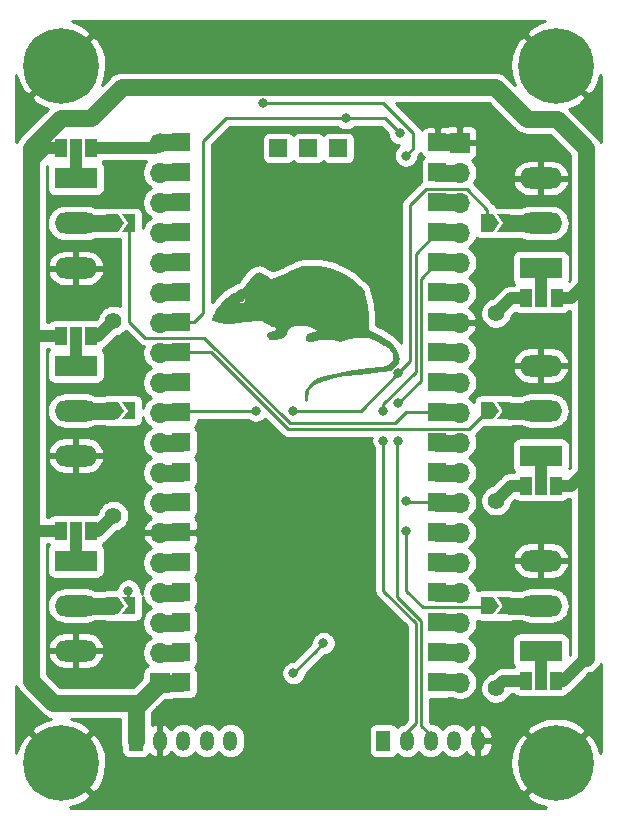
<source format=gbr>
G04 #@! TF.GenerationSoftware,KiCad,Pcbnew,(5.1.7)-1*
G04 #@! TF.CreationDate,2021-01-23T01:49:41+01:00*
G04 #@! TF.ProjectId,espbreakout,65737062-7265-4616-9b6f-75742e6b6963,rev?*
G04 #@! TF.SameCoordinates,Original*
G04 #@! TF.FileFunction,Copper,L2,Bot*
G04 #@! TF.FilePolarity,Positive*
%FSLAX46Y46*%
G04 Gerber Fmt 4.6, Leading zero omitted, Abs format (unit mm)*
G04 Created by KiCad (PCBNEW (5.1.7)-1) date 2021-01-23 01:49:41*
%MOMM*%
%LPD*%
G01*
G04 APERTURE LIST*
G04 #@! TA.AperFunction,EtchedComponent*
%ADD10C,0.100000*%
G04 #@! TD*
G04 #@! TA.AperFunction,ComponentPad*
%ADD11R,1.700000X1.700000*%
G04 #@! TD*
G04 #@! TA.AperFunction,ComponentPad*
%ADD12O,1.700000X1.700000*%
G04 #@! TD*
G04 #@! TA.AperFunction,ComponentPad*
%ADD13C,1.700000*%
G04 #@! TD*
G04 #@! TA.AperFunction,ComponentPad*
%ADD14R,3.600000X1.800000*%
G04 #@! TD*
G04 #@! TA.AperFunction,ComponentPad*
%ADD15O,3.600000X1.800000*%
G04 #@! TD*
G04 #@! TA.AperFunction,ComponentPad*
%ADD16R,1.200000X1.700000*%
G04 #@! TD*
G04 #@! TA.AperFunction,ComponentPad*
%ADD17O,1.200000X1.700000*%
G04 #@! TD*
G04 #@! TA.AperFunction,SMDPad,CuDef*
%ADD18R,1.500000X1.500000*%
G04 #@! TD*
G04 #@! TA.AperFunction,SMDPad,CuDef*
%ADD19C,0.100000*%
G04 #@! TD*
G04 #@! TA.AperFunction,SMDPad,CuDef*
%ADD20R,1.000000X1.500000*%
G04 #@! TD*
G04 #@! TA.AperFunction,SMDPad,CuDef*
%ADD21C,0.600000*%
G04 #@! TD*
G04 #@! TA.AperFunction,ComponentPad*
%ADD22C,6.400000*%
G04 #@! TD*
G04 #@! TA.AperFunction,ComponentPad*
%ADD23C,0.800000*%
G04 #@! TD*
G04 #@! TA.AperFunction,ViaPad*
%ADD24C,0.800000*%
G04 #@! TD*
G04 #@! TA.AperFunction,ViaPad*
%ADD25C,1.000000*%
G04 #@! TD*
G04 #@! TA.AperFunction,ViaPad*
%ADD26C,1.400000*%
G04 #@! TD*
G04 #@! TA.AperFunction,Conductor*
%ADD27C,1.400000*%
G04 #@! TD*
G04 #@! TA.AperFunction,Conductor*
%ADD28C,1.000000*%
G04 #@! TD*
G04 #@! TA.AperFunction,Conductor*
%ADD29C,0.250000*%
G04 #@! TD*
G04 #@! TA.AperFunction,Conductor*
%ADD30C,0.600000*%
G04 #@! TD*
G04 #@! TA.AperFunction,Conductor*
%ADD31C,0.254000*%
G04 #@! TD*
G04 #@! TA.AperFunction,Conductor*
%ADD32C,0.100000*%
G04 #@! TD*
G04 APERTURE END LIST*
D10*
G36*
X48442800Y-34411000D02*
G01*
X48531800Y-34365000D01*
X48795800Y-34788000D01*
X48768800Y-34806000D01*
X48746800Y-34823000D01*
X48723800Y-34845000D01*
X48708800Y-34862000D01*
X48693800Y-34883000D01*
X48681800Y-34903000D01*
X48672800Y-34920000D01*
X48664800Y-34937000D01*
X48659800Y-34951000D01*
X48655800Y-34967000D01*
X48652800Y-34979000D01*
X48648800Y-34998000D01*
X48646800Y-35010000D01*
X48643800Y-35027000D01*
X48642800Y-35039000D01*
X48642800Y-35054000D01*
X48642800Y-35069000D01*
X48643800Y-35085000D01*
X48646800Y-35104000D01*
X48651800Y-35127000D01*
X48656800Y-35143000D01*
X48662800Y-35161000D01*
X48671800Y-35182000D01*
X48685800Y-35207000D01*
X48696800Y-35224000D01*
X48709800Y-35241000D01*
X48722800Y-35257000D01*
X48738800Y-35272000D01*
X48771800Y-35299000D01*
X48792800Y-35312000D01*
X48809800Y-35321000D01*
X48828800Y-35329000D01*
X48849800Y-35337000D01*
X48878800Y-35345000D01*
X48925800Y-35352000D01*
X48963800Y-35352000D01*
X49007800Y-35346000D01*
X49045800Y-35334000D01*
X49078800Y-35320000D01*
X49105800Y-35304000D01*
X49122800Y-35292000D01*
X49152800Y-35267000D01*
X49183800Y-35233000D01*
X49200800Y-35208000D01*
X49220800Y-35170000D01*
X49230800Y-35140000D01*
X49235800Y-35119000D01*
X49240800Y-35092000D01*
X49243800Y-35050000D01*
X49241800Y-35014000D01*
X49232800Y-34971000D01*
X49215800Y-34925000D01*
X49197800Y-34890000D01*
X49171800Y-34856000D01*
X49159800Y-34843000D01*
X49142800Y-34827000D01*
X49132800Y-34818000D01*
X49110800Y-34802000D01*
X49087800Y-34788000D01*
X49075800Y-34782000D01*
X49060800Y-34774000D01*
X49049800Y-34770000D01*
X49030800Y-34764000D01*
X49020800Y-34761000D01*
X49008800Y-34758000D01*
X48998800Y-34756000D01*
X48985800Y-34754000D01*
X48968800Y-34752000D01*
X48950800Y-34751000D01*
X48923800Y-34751000D01*
X48898800Y-34753000D01*
X48862800Y-34759000D01*
X48836800Y-34768000D01*
X48817800Y-34777000D01*
X48802800Y-34785000D01*
X48799800Y-34787000D01*
X48534800Y-34363000D01*
X48699800Y-34275000D01*
X48919800Y-34184000D01*
X49027800Y-34122000D01*
X49130800Y-34049000D01*
X49232800Y-33941000D01*
X49353800Y-33792000D01*
X49503800Y-33580000D01*
X49626800Y-33402000D01*
X49777800Y-33204000D01*
X49896800Y-33064000D01*
X49985800Y-32973000D01*
X50113800Y-32876000D01*
X50222800Y-32813000D01*
X50327800Y-32763000D01*
X50410800Y-32751000D01*
X50466800Y-32760000D01*
X50542800Y-32791000D01*
X50658800Y-32854000D01*
X50753800Y-32925000D01*
X50847800Y-32981000D01*
X50932800Y-33004000D01*
X51031800Y-33039000D01*
X51109800Y-33086000D01*
X51173800Y-33138000D01*
X51276800Y-33218000D01*
X51346800Y-33272000D01*
X51422800Y-33283000D01*
X51536800Y-33281000D01*
X51685800Y-33245000D01*
X51957800Y-33167000D01*
X52362800Y-33008000D01*
X52621800Y-32892000D01*
X53081800Y-32675000D01*
X53511800Y-32461000D01*
X53672800Y-32380000D01*
X53866800Y-32303000D01*
X54026800Y-32253000D01*
X54205800Y-32212000D01*
X54365800Y-32192000D01*
X54508800Y-32184000D01*
X54670800Y-32177000D01*
X54780800Y-32178000D01*
X54973800Y-32180000D01*
X55115800Y-32186000D01*
X55258800Y-32200000D01*
X55477800Y-32222000D01*
X55619800Y-32242000D01*
X55844800Y-32280000D01*
X55995800Y-32310000D01*
X56192800Y-32356000D01*
X56337800Y-32395000D01*
X56584800Y-32465000D01*
X56770800Y-32533000D01*
X57069800Y-32646000D01*
X57584800Y-32901000D01*
X57997800Y-33128000D01*
X58119800Y-33203000D01*
X58386800Y-33416000D01*
X58888800Y-33865000D01*
X59053800Y-34031000D01*
X59121800Y-34133000D01*
X59201800Y-34267000D01*
X59293800Y-34432000D01*
X59353800Y-34630000D01*
X59417800Y-34874000D01*
X59499800Y-35255000D01*
X59552800Y-35542000D01*
X59594800Y-35845000D01*
X59628800Y-36218000D01*
X59653800Y-36784000D01*
X59661800Y-37631000D01*
X59693800Y-37651000D01*
X60190800Y-37897000D01*
X60593800Y-38093000D01*
X61081800Y-38375000D01*
X61317800Y-38536000D01*
X61480800Y-38660000D01*
X61655800Y-38819000D01*
X61784800Y-38947000D01*
X61882800Y-39079000D01*
X61972800Y-39211000D01*
X62055800Y-39346000D01*
X62144800Y-39540000D01*
X62210800Y-39723000D01*
X62236800Y-39877000D01*
X62241800Y-40010000D01*
X62233800Y-40130000D01*
X62209800Y-40242000D01*
X62164800Y-40368000D01*
X62096800Y-40486000D01*
X62016800Y-40600000D01*
X61873800Y-40763000D01*
X61687800Y-40897000D01*
X61532800Y-40980000D01*
X61376800Y-41034000D01*
X61081800Y-41098000D01*
X60724800Y-41137000D01*
X59610800Y-41234000D01*
X58802800Y-41315000D01*
X58449800Y-41353000D01*
X58019800Y-41405000D01*
X57633800Y-41462000D01*
X57192800Y-41545000D01*
X56743800Y-41643000D01*
X56296800Y-41757000D01*
X55961800Y-41864000D01*
X55650800Y-41959000D01*
X55477800Y-42025000D01*
X55288800Y-42120000D01*
X55117800Y-42215000D01*
X54970800Y-42310000D01*
X54859800Y-42407000D01*
X54747800Y-42515000D01*
X54667800Y-42625000D01*
X54610800Y-42749000D01*
X54565800Y-42858000D01*
X54541800Y-42972000D01*
X54512800Y-43122000D01*
X54489800Y-43261000D01*
X54472800Y-43400000D01*
X54463800Y-43473000D01*
X54456800Y-43545000D01*
X54449800Y-43581000D01*
X54435800Y-43598000D01*
X54404800Y-43626000D01*
X54395800Y-43628000D01*
X54381800Y-43610000D01*
X54372800Y-43584000D01*
X54362800Y-43551000D01*
X54345800Y-43490000D01*
X54328800Y-43426000D01*
X54309800Y-43362000D01*
X54291800Y-43278000D01*
X54290800Y-43212000D01*
X54287800Y-43129000D01*
X54297800Y-43058000D01*
X54309800Y-42985000D01*
X54332800Y-42888000D01*
X54359800Y-42809000D01*
X54391800Y-42726000D01*
X54428800Y-42650000D01*
X54481800Y-42556000D01*
X54545800Y-42455000D01*
X54628800Y-42343000D01*
X54724800Y-42238000D01*
X54793800Y-42169000D01*
X54892800Y-42070000D01*
X55023800Y-41968000D01*
X55127800Y-41885000D01*
X55232800Y-41819000D01*
X55464800Y-41695000D01*
X55711800Y-41612000D01*
X55802800Y-41583000D01*
X55949800Y-41539000D01*
X56327800Y-41436000D01*
X56880800Y-41315000D01*
X57548800Y-41185000D01*
X58455800Y-41037000D01*
X59165800Y-40940000D01*
X59615800Y-40889000D01*
X59945800Y-40860000D01*
X60479800Y-40803000D01*
X60700800Y-40777000D01*
X60912800Y-40730000D01*
X61092800Y-40684000D01*
X61212800Y-40643000D01*
X61390800Y-40555000D01*
X61522800Y-40457000D01*
X61601800Y-40378000D01*
X61679800Y-40285000D01*
X61746800Y-40179000D01*
X61791800Y-40067000D01*
X61808800Y-39973000D01*
X61810800Y-39884000D01*
X61803800Y-39799000D01*
X61781800Y-39699000D01*
X61748800Y-39612000D01*
X61664800Y-39460000D01*
X61620800Y-39399000D01*
X61569800Y-39332000D01*
X61534800Y-39288000D01*
X61482800Y-39237000D01*
X61397800Y-39146000D01*
X61321800Y-39086000D01*
X61233800Y-39029000D01*
X61102800Y-38942000D01*
X60966800Y-38858000D01*
X60801800Y-38766000D01*
X60693800Y-38711000D01*
X60469800Y-38596000D01*
X60122800Y-38420000D01*
X59859800Y-38285000D01*
X59709800Y-38211000D01*
X59684800Y-38199000D01*
X59666800Y-38198000D01*
X59335800Y-38204000D01*
X58932800Y-38213000D01*
X58568800Y-38229000D01*
X58361800Y-38240000D01*
X58187800Y-38270000D01*
X58109800Y-38282000D01*
X58026800Y-38310000D01*
X57930800Y-38348000D01*
X57870800Y-38382000D01*
X57804800Y-38409000D01*
X57741800Y-38429000D01*
X57649800Y-38437000D01*
X57552800Y-38450000D01*
X57480800Y-38460000D01*
X57449800Y-38477000D01*
X57395800Y-38512000D01*
X57346800Y-38527000D01*
X57303800Y-38534000D01*
X57246800Y-38535000D01*
X57200800Y-38534000D01*
X57139800Y-38513000D01*
X57093800Y-38501000D01*
X57017800Y-38473000D01*
X56924800Y-38448000D01*
X56796800Y-38426000D01*
X56528800Y-38396000D01*
X56390800Y-38389000D01*
X56194800Y-38375000D01*
X55992800Y-38372000D01*
X55798800Y-38380000D01*
X55608800Y-38402000D01*
X55446800Y-38430000D01*
X55286800Y-38474000D01*
X55179800Y-38498000D01*
X55058800Y-38516000D01*
X54926800Y-38527000D01*
X54769800Y-38529000D01*
X54580800Y-38527000D01*
X54498800Y-38518000D01*
X54445800Y-38504000D01*
X54418800Y-38488000D01*
X54400800Y-38467000D01*
X54388800Y-38438000D01*
X54381800Y-38403000D01*
X54376800Y-38358000D01*
X54375800Y-38307000D01*
X54380800Y-38255000D01*
X54389800Y-38206000D01*
X54413800Y-38136000D01*
X54450800Y-38069000D01*
X54508800Y-37989000D01*
X54563800Y-37948000D01*
X54625800Y-37921000D01*
X54764800Y-37879000D01*
X55040800Y-37807000D01*
X55187800Y-37766000D01*
X55272800Y-37712000D01*
X55315800Y-37679000D01*
X55328800Y-37656000D01*
X55306800Y-37620000D01*
X55252800Y-37583000D01*
X55173800Y-37542000D01*
X55045800Y-37468000D01*
X54752800Y-37323000D01*
X54561800Y-37250000D01*
X54523800Y-37235000D01*
X54415800Y-37205000D01*
X54273800Y-37182000D01*
X54064800Y-37167000D01*
X53910800Y-37167000D01*
X53624800Y-37173000D01*
X53479800Y-37193000D01*
X53357800Y-37221000D01*
X53248800Y-37263000D01*
X53130800Y-37313000D01*
X53069800Y-37346000D01*
X53001800Y-37397000D01*
X52946800Y-37449000D01*
X52876800Y-37534000D01*
X52824800Y-37602000D01*
X52774800Y-37710000D01*
X52731800Y-37811000D01*
X52679800Y-37935000D01*
X52645800Y-38007000D01*
X52609800Y-38062000D01*
X52582800Y-38101000D01*
X52565800Y-38122000D01*
X52532800Y-38154000D01*
X52492800Y-38184000D01*
X52380800Y-38255000D01*
X52253800Y-38304000D01*
X52037800Y-38331000D01*
X51834800Y-38365000D01*
X51570800Y-38388000D01*
X51408800Y-38411000D01*
X51375800Y-38424000D01*
X51347800Y-38420000D01*
X51309800Y-38398000D01*
X51271800Y-38350000D01*
X51243800Y-38314000D01*
X51200800Y-38260000D01*
X51157800Y-38186000D01*
X51132800Y-38124000D01*
X51115800Y-38059000D01*
X51116800Y-37991000D01*
X51148800Y-37920000D01*
X51196800Y-37864000D01*
X51247800Y-37834000D01*
X51313800Y-37802000D01*
X51422800Y-37778000D01*
X51583800Y-37747000D01*
X51691800Y-37713000D01*
X51760800Y-37663000D01*
X51803800Y-37620000D01*
X51832800Y-37564000D01*
X51845800Y-37515000D01*
X51848800Y-37470000D01*
X51839800Y-37419000D01*
X51830800Y-37391000D01*
X51813800Y-37373000D01*
X51790800Y-37359000D01*
X51760800Y-37340000D01*
X51685800Y-37312000D01*
X51535800Y-37259000D01*
X51360800Y-37192000D01*
X51291800Y-37163000D01*
X51197800Y-37113000D01*
X51087800Y-37054000D01*
X50787800Y-36875000D01*
X50676800Y-36825000D01*
X50491800Y-36772000D01*
X50333800Y-36761000D01*
X50228800Y-36775000D01*
X50017800Y-36790000D01*
X49574800Y-36831000D01*
X49316800Y-36865000D01*
X49056800Y-36899000D01*
X48820800Y-36931000D01*
X48555800Y-36976000D01*
X48132800Y-37031000D01*
X48002800Y-37053000D01*
X47799800Y-37071000D01*
X47638800Y-37075000D01*
X47526800Y-37065000D01*
X47434800Y-37047000D01*
X47168800Y-36971000D01*
X46965800Y-36911000D01*
X46881800Y-36882000D01*
X46758800Y-36848000D01*
X46621800Y-36824000D01*
X46556800Y-36804000D01*
X46508800Y-36778000D01*
X46476800Y-36745000D01*
X46464800Y-36700000D01*
X46462800Y-36647000D01*
X46495800Y-36564000D01*
X46552800Y-36433000D01*
X46675800Y-36196000D01*
X46813800Y-35965000D01*
X46984800Y-35721000D01*
X47106800Y-35559000D01*
X47333800Y-35299000D01*
X47498800Y-35118000D01*
X47730800Y-34900000D01*
X47973800Y-34704000D01*
X48121800Y-34601000D01*
X48261800Y-34518000D01*
X48361800Y-34458000D01*
X48442800Y-34411000D01*
G37*
X48442800Y-34411000D02*
X48531800Y-34365000D01*
X48795800Y-34788000D01*
X48768800Y-34806000D01*
X48746800Y-34823000D01*
X48723800Y-34845000D01*
X48708800Y-34862000D01*
X48693800Y-34883000D01*
X48681800Y-34903000D01*
X48672800Y-34920000D01*
X48664800Y-34937000D01*
X48659800Y-34951000D01*
X48655800Y-34967000D01*
X48652800Y-34979000D01*
X48648800Y-34998000D01*
X48646800Y-35010000D01*
X48643800Y-35027000D01*
X48642800Y-35039000D01*
X48642800Y-35054000D01*
X48642800Y-35069000D01*
X48643800Y-35085000D01*
X48646800Y-35104000D01*
X48651800Y-35127000D01*
X48656800Y-35143000D01*
X48662800Y-35161000D01*
X48671800Y-35182000D01*
X48685800Y-35207000D01*
X48696800Y-35224000D01*
X48709800Y-35241000D01*
X48722800Y-35257000D01*
X48738800Y-35272000D01*
X48771800Y-35299000D01*
X48792800Y-35312000D01*
X48809800Y-35321000D01*
X48828800Y-35329000D01*
X48849800Y-35337000D01*
X48878800Y-35345000D01*
X48925800Y-35352000D01*
X48963800Y-35352000D01*
X49007800Y-35346000D01*
X49045800Y-35334000D01*
X49078800Y-35320000D01*
X49105800Y-35304000D01*
X49122800Y-35292000D01*
X49152800Y-35267000D01*
X49183800Y-35233000D01*
X49200800Y-35208000D01*
X49220800Y-35170000D01*
X49230800Y-35140000D01*
X49235800Y-35119000D01*
X49240800Y-35092000D01*
X49243800Y-35050000D01*
X49241800Y-35014000D01*
X49232800Y-34971000D01*
X49215800Y-34925000D01*
X49197800Y-34890000D01*
X49171800Y-34856000D01*
X49159800Y-34843000D01*
X49142800Y-34827000D01*
X49132800Y-34818000D01*
X49110800Y-34802000D01*
X49087800Y-34788000D01*
X49075800Y-34782000D01*
X49060800Y-34774000D01*
X49049800Y-34770000D01*
X49030800Y-34764000D01*
X49020800Y-34761000D01*
X49008800Y-34758000D01*
X48998800Y-34756000D01*
X48985800Y-34754000D01*
X48968800Y-34752000D01*
X48950800Y-34751000D01*
X48923800Y-34751000D01*
X48898800Y-34753000D01*
X48862800Y-34759000D01*
X48836800Y-34768000D01*
X48817800Y-34777000D01*
X48802800Y-34785000D01*
X48799800Y-34787000D01*
X48534800Y-34363000D01*
X48699800Y-34275000D01*
X48919800Y-34184000D01*
X49027800Y-34122000D01*
X49130800Y-34049000D01*
X49232800Y-33941000D01*
X49353800Y-33792000D01*
X49503800Y-33580000D01*
X49626800Y-33402000D01*
X49777800Y-33204000D01*
X49896800Y-33064000D01*
X49985800Y-32973000D01*
X50113800Y-32876000D01*
X50222800Y-32813000D01*
X50327800Y-32763000D01*
X50410800Y-32751000D01*
X50466800Y-32760000D01*
X50542800Y-32791000D01*
X50658800Y-32854000D01*
X50753800Y-32925000D01*
X50847800Y-32981000D01*
X50932800Y-33004000D01*
X51031800Y-33039000D01*
X51109800Y-33086000D01*
X51173800Y-33138000D01*
X51276800Y-33218000D01*
X51346800Y-33272000D01*
X51422800Y-33283000D01*
X51536800Y-33281000D01*
X51685800Y-33245000D01*
X51957800Y-33167000D01*
X52362800Y-33008000D01*
X52621800Y-32892000D01*
X53081800Y-32675000D01*
X53511800Y-32461000D01*
X53672800Y-32380000D01*
X53866800Y-32303000D01*
X54026800Y-32253000D01*
X54205800Y-32212000D01*
X54365800Y-32192000D01*
X54508800Y-32184000D01*
X54670800Y-32177000D01*
X54780800Y-32178000D01*
X54973800Y-32180000D01*
X55115800Y-32186000D01*
X55258800Y-32200000D01*
X55477800Y-32222000D01*
X55619800Y-32242000D01*
X55844800Y-32280000D01*
X55995800Y-32310000D01*
X56192800Y-32356000D01*
X56337800Y-32395000D01*
X56584800Y-32465000D01*
X56770800Y-32533000D01*
X57069800Y-32646000D01*
X57584800Y-32901000D01*
X57997800Y-33128000D01*
X58119800Y-33203000D01*
X58386800Y-33416000D01*
X58888800Y-33865000D01*
X59053800Y-34031000D01*
X59121800Y-34133000D01*
X59201800Y-34267000D01*
X59293800Y-34432000D01*
X59353800Y-34630000D01*
X59417800Y-34874000D01*
X59499800Y-35255000D01*
X59552800Y-35542000D01*
X59594800Y-35845000D01*
X59628800Y-36218000D01*
X59653800Y-36784000D01*
X59661800Y-37631000D01*
X59693800Y-37651000D01*
X60190800Y-37897000D01*
X60593800Y-38093000D01*
X61081800Y-38375000D01*
X61317800Y-38536000D01*
X61480800Y-38660000D01*
X61655800Y-38819000D01*
X61784800Y-38947000D01*
X61882800Y-39079000D01*
X61972800Y-39211000D01*
X62055800Y-39346000D01*
X62144800Y-39540000D01*
X62210800Y-39723000D01*
X62236800Y-39877000D01*
X62241800Y-40010000D01*
X62233800Y-40130000D01*
X62209800Y-40242000D01*
X62164800Y-40368000D01*
X62096800Y-40486000D01*
X62016800Y-40600000D01*
X61873800Y-40763000D01*
X61687800Y-40897000D01*
X61532800Y-40980000D01*
X61376800Y-41034000D01*
X61081800Y-41098000D01*
X60724800Y-41137000D01*
X59610800Y-41234000D01*
X58802800Y-41315000D01*
X58449800Y-41353000D01*
X58019800Y-41405000D01*
X57633800Y-41462000D01*
X57192800Y-41545000D01*
X56743800Y-41643000D01*
X56296800Y-41757000D01*
X55961800Y-41864000D01*
X55650800Y-41959000D01*
X55477800Y-42025000D01*
X55288800Y-42120000D01*
X55117800Y-42215000D01*
X54970800Y-42310000D01*
X54859800Y-42407000D01*
X54747800Y-42515000D01*
X54667800Y-42625000D01*
X54610800Y-42749000D01*
X54565800Y-42858000D01*
X54541800Y-42972000D01*
X54512800Y-43122000D01*
X54489800Y-43261000D01*
X54472800Y-43400000D01*
X54463800Y-43473000D01*
X54456800Y-43545000D01*
X54449800Y-43581000D01*
X54435800Y-43598000D01*
X54404800Y-43626000D01*
X54395800Y-43628000D01*
X54381800Y-43610000D01*
X54372800Y-43584000D01*
X54362800Y-43551000D01*
X54345800Y-43490000D01*
X54328800Y-43426000D01*
X54309800Y-43362000D01*
X54291800Y-43278000D01*
X54290800Y-43212000D01*
X54287800Y-43129000D01*
X54297800Y-43058000D01*
X54309800Y-42985000D01*
X54332800Y-42888000D01*
X54359800Y-42809000D01*
X54391800Y-42726000D01*
X54428800Y-42650000D01*
X54481800Y-42556000D01*
X54545800Y-42455000D01*
X54628800Y-42343000D01*
X54724800Y-42238000D01*
X54793800Y-42169000D01*
X54892800Y-42070000D01*
X55023800Y-41968000D01*
X55127800Y-41885000D01*
X55232800Y-41819000D01*
X55464800Y-41695000D01*
X55711800Y-41612000D01*
X55802800Y-41583000D01*
X55949800Y-41539000D01*
X56327800Y-41436000D01*
X56880800Y-41315000D01*
X57548800Y-41185000D01*
X58455800Y-41037000D01*
X59165800Y-40940000D01*
X59615800Y-40889000D01*
X59945800Y-40860000D01*
X60479800Y-40803000D01*
X60700800Y-40777000D01*
X60912800Y-40730000D01*
X61092800Y-40684000D01*
X61212800Y-40643000D01*
X61390800Y-40555000D01*
X61522800Y-40457000D01*
X61601800Y-40378000D01*
X61679800Y-40285000D01*
X61746800Y-40179000D01*
X61791800Y-40067000D01*
X61808800Y-39973000D01*
X61810800Y-39884000D01*
X61803800Y-39799000D01*
X61781800Y-39699000D01*
X61748800Y-39612000D01*
X61664800Y-39460000D01*
X61620800Y-39399000D01*
X61569800Y-39332000D01*
X61534800Y-39288000D01*
X61482800Y-39237000D01*
X61397800Y-39146000D01*
X61321800Y-39086000D01*
X61233800Y-39029000D01*
X61102800Y-38942000D01*
X60966800Y-38858000D01*
X60801800Y-38766000D01*
X60693800Y-38711000D01*
X60469800Y-38596000D01*
X60122800Y-38420000D01*
X59859800Y-38285000D01*
X59709800Y-38211000D01*
X59684800Y-38199000D01*
X59666800Y-38198000D01*
X59335800Y-38204000D01*
X58932800Y-38213000D01*
X58568800Y-38229000D01*
X58361800Y-38240000D01*
X58187800Y-38270000D01*
X58109800Y-38282000D01*
X58026800Y-38310000D01*
X57930800Y-38348000D01*
X57870800Y-38382000D01*
X57804800Y-38409000D01*
X57741800Y-38429000D01*
X57649800Y-38437000D01*
X57552800Y-38450000D01*
X57480800Y-38460000D01*
X57449800Y-38477000D01*
X57395800Y-38512000D01*
X57346800Y-38527000D01*
X57303800Y-38534000D01*
X57246800Y-38535000D01*
X57200800Y-38534000D01*
X57139800Y-38513000D01*
X57093800Y-38501000D01*
X57017800Y-38473000D01*
X56924800Y-38448000D01*
X56796800Y-38426000D01*
X56528800Y-38396000D01*
X56390800Y-38389000D01*
X56194800Y-38375000D01*
X55992800Y-38372000D01*
X55798800Y-38380000D01*
X55608800Y-38402000D01*
X55446800Y-38430000D01*
X55286800Y-38474000D01*
X55179800Y-38498000D01*
X55058800Y-38516000D01*
X54926800Y-38527000D01*
X54769800Y-38529000D01*
X54580800Y-38527000D01*
X54498800Y-38518000D01*
X54445800Y-38504000D01*
X54418800Y-38488000D01*
X54400800Y-38467000D01*
X54388800Y-38438000D01*
X54381800Y-38403000D01*
X54376800Y-38358000D01*
X54375800Y-38307000D01*
X54380800Y-38255000D01*
X54389800Y-38206000D01*
X54413800Y-38136000D01*
X54450800Y-38069000D01*
X54508800Y-37989000D01*
X54563800Y-37948000D01*
X54625800Y-37921000D01*
X54764800Y-37879000D01*
X55040800Y-37807000D01*
X55187800Y-37766000D01*
X55272800Y-37712000D01*
X55315800Y-37679000D01*
X55328800Y-37656000D01*
X55306800Y-37620000D01*
X55252800Y-37583000D01*
X55173800Y-37542000D01*
X55045800Y-37468000D01*
X54752800Y-37323000D01*
X54561800Y-37250000D01*
X54523800Y-37235000D01*
X54415800Y-37205000D01*
X54273800Y-37182000D01*
X54064800Y-37167000D01*
X53910800Y-37167000D01*
X53624800Y-37173000D01*
X53479800Y-37193000D01*
X53357800Y-37221000D01*
X53248800Y-37263000D01*
X53130800Y-37313000D01*
X53069800Y-37346000D01*
X53001800Y-37397000D01*
X52946800Y-37449000D01*
X52876800Y-37534000D01*
X52824800Y-37602000D01*
X52774800Y-37710000D01*
X52731800Y-37811000D01*
X52679800Y-37935000D01*
X52645800Y-38007000D01*
X52609800Y-38062000D01*
X52582800Y-38101000D01*
X52565800Y-38122000D01*
X52532800Y-38154000D01*
X52492800Y-38184000D01*
X52380800Y-38255000D01*
X52253800Y-38304000D01*
X52037800Y-38331000D01*
X51834800Y-38365000D01*
X51570800Y-38388000D01*
X51408800Y-38411000D01*
X51375800Y-38424000D01*
X51347800Y-38420000D01*
X51309800Y-38398000D01*
X51271800Y-38350000D01*
X51243800Y-38314000D01*
X51200800Y-38260000D01*
X51157800Y-38186000D01*
X51132800Y-38124000D01*
X51115800Y-38059000D01*
X51116800Y-37991000D01*
X51148800Y-37920000D01*
X51196800Y-37864000D01*
X51247800Y-37834000D01*
X51313800Y-37802000D01*
X51422800Y-37778000D01*
X51583800Y-37747000D01*
X51691800Y-37713000D01*
X51760800Y-37663000D01*
X51803800Y-37620000D01*
X51832800Y-37564000D01*
X51845800Y-37515000D01*
X51848800Y-37470000D01*
X51839800Y-37419000D01*
X51830800Y-37391000D01*
X51813800Y-37373000D01*
X51790800Y-37359000D01*
X51760800Y-37340000D01*
X51685800Y-37312000D01*
X51535800Y-37259000D01*
X51360800Y-37192000D01*
X51291800Y-37163000D01*
X51197800Y-37113000D01*
X51087800Y-37054000D01*
X50787800Y-36875000D01*
X50676800Y-36825000D01*
X50491800Y-36772000D01*
X50333800Y-36761000D01*
X50228800Y-36775000D01*
X50017800Y-36790000D01*
X49574800Y-36831000D01*
X49316800Y-36865000D01*
X49056800Y-36899000D01*
X48820800Y-36931000D01*
X48555800Y-36976000D01*
X48132800Y-37031000D01*
X48002800Y-37053000D01*
X47799800Y-37071000D01*
X47638800Y-37075000D01*
X47526800Y-37065000D01*
X47434800Y-37047000D01*
X47168800Y-36971000D01*
X46965800Y-36911000D01*
X46881800Y-36882000D01*
X46758800Y-36848000D01*
X46621800Y-36824000D01*
X46556800Y-36804000D01*
X46508800Y-36778000D01*
X46476800Y-36745000D01*
X46464800Y-36700000D01*
X46462800Y-36647000D01*
X46495800Y-36564000D01*
X46552800Y-36433000D01*
X46675800Y-36196000D01*
X46813800Y-35965000D01*
X46984800Y-35721000D01*
X47106800Y-35559000D01*
X47333800Y-35299000D01*
X47498800Y-35118000D01*
X47730800Y-34900000D01*
X47973800Y-34704000D01*
X48121800Y-34601000D01*
X48261800Y-34518000D01*
X48361800Y-34458000D01*
X48442800Y-34411000D01*
D11*
X67433000Y-21760400D03*
D12*
X67433000Y-24300400D03*
X67433000Y-26840400D03*
X67433000Y-42080400D03*
X67433000Y-31920400D03*
X67433000Y-29380400D03*
X67433000Y-37000400D03*
X67433000Y-54780400D03*
X67433000Y-49700400D03*
X67433000Y-57320400D03*
X67433000Y-62400400D03*
X67433000Y-64940400D03*
X67433000Y-52240400D03*
X67433000Y-67480400D03*
X67433000Y-39540400D03*
X67433000Y-44620400D03*
X67433000Y-47160400D03*
X67433000Y-59860400D03*
X67433000Y-34460400D03*
D13*
X42040500Y-21768600D03*
D12*
X42040500Y-24308600D03*
X42040500Y-26848600D03*
X42040500Y-42088600D03*
X42040500Y-31928600D03*
X42040500Y-29388600D03*
X42040500Y-37008600D03*
X42040500Y-54788600D03*
X42040500Y-49708600D03*
X42040500Y-57328600D03*
X42040500Y-62408600D03*
X42040500Y-64948600D03*
X42040500Y-52248600D03*
D11*
X42040500Y-67488600D03*
D12*
X42040500Y-39548600D03*
X42040500Y-44628600D03*
X42040500Y-47168600D03*
X42040500Y-59868600D03*
X42040500Y-34468600D03*
D14*
X34925000Y-40640000D03*
D15*
X34925000Y-44450000D03*
X34925000Y-48260000D03*
D14*
X34925000Y-57150000D03*
D15*
X34925000Y-60960000D03*
X34925000Y-64770000D03*
D14*
X34925000Y-24765000D03*
D15*
X34925000Y-28575000D03*
X34925000Y-32385000D03*
D14*
X74295000Y-32385000D03*
D15*
X74295000Y-28575000D03*
X74295000Y-24765000D03*
D14*
X74295000Y-48260000D03*
D15*
X74295000Y-44450000D03*
X74295000Y-40640000D03*
D14*
X74295000Y-64770000D03*
D15*
X74295000Y-60960000D03*
X74295000Y-57150000D03*
D16*
X60960000Y-72390000D03*
D17*
X62960000Y-72390000D03*
X64960000Y-72390000D03*
X66960000Y-72390000D03*
X68960000Y-72390000D03*
D18*
X52070000Y-22215000D03*
X54610000Y-22225000D03*
X57155800Y-22215000D03*
X43853800Y-67470000D03*
X43853800Y-64930000D03*
X43853800Y-62390000D03*
X43853800Y-59850000D03*
X43853800Y-57310000D03*
X43853800Y-54770000D03*
X43853800Y-52230000D03*
X43853800Y-49690000D03*
X43853800Y-47150000D03*
X43853800Y-44610000D03*
X43853800Y-42070000D03*
X43853800Y-39530000D03*
X43853800Y-36990000D03*
X43853800Y-34450000D03*
X43853800Y-31910000D03*
X43853800Y-29370000D03*
X43853800Y-26830000D03*
X43853800Y-24290000D03*
X43853800Y-21750000D03*
X65520000Y-21750000D03*
X65520000Y-24290000D03*
X65520000Y-26830000D03*
X65520000Y-29370000D03*
X65520000Y-31910000D03*
X65520000Y-34450000D03*
X65520000Y-36990000D03*
X65520000Y-39530000D03*
X65520000Y-42070000D03*
X65520000Y-44610000D03*
X65520000Y-47150000D03*
X65520000Y-49690000D03*
X65520000Y-52230000D03*
X65520000Y-54770000D03*
X65520000Y-57310000D03*
X65520000Y-59850000D03*
X65520000Y-62390000D03*
X65520000Y-64930000D03*
X65520000Y-67470000D03*
D16*
X40005000Y-72390000D03*
D17*
X42005000Y-72390000D03*
X44005000Y-72390000D03*
X46005000Y-72390000D03*
X48005000Y-72390000D03*
G04 #@! TA.AperFunction,SMDPad,CuDef*
D19*
G36*
X39010000Y-28575000D02*
G01*
X38510000Y-29325000D01*
X37510000Y-29325000D01*
X37510000Y-27825000D01*
X38510000Y-27825000D01*
X39010000Y-28575000D01*
G37*
G04 #@! TD.AperFunction*
G04 #@! TA.AperFunction,SMDPad,CuDef*
G36*
X39960000Y-29325000D02*
G01*
X38810000Y-29325000D01*
X39310000Y-28575000D01*
X38810000Y-27825000D01*
X39960000Y-27825000D01*
X39960000Y-29325000D01*
G37*
G04 #@! TD.AperFunction*
D20*
X33625000Y-22225000D03*
X34925000Y-22225000D03*
X36225000Y-22225000D03*
X75595000Y-50800000D03*
X74295000Y-50800000D03*
X72995000Y-50800000D03*
X75595000Y-67310000D03*
X74295000Y-67310000D03*
X72995000Y-67310000D03*
X33625000Y-54610000D03*
X34925000Y-54610000D03*
X36225000Y-54610000D03*
X75625000Y-34925000D03*
X74325000Y-34925000D03*
X73025000Y-34925000D03*
X33625000Y-38100000D03*
X34925000Y-38100000D03*
X36225000Y-38100000D03*
G04 #@! TA.AperFunction,SMDPad,CuDef*
D19*
G36*
X70760000Y-60960000D02*
G01*
X70260000Y-61710000D01*
X69260000Y-61710000D01*
X69260000Y-60210000D01*
X70260000Y-60210000D01*
X70760000Y-60960000D01*
G37*
G04 #@! TD.AperFunction*
G04 #@! TA.AperFunction,SMDPad,CuDef*
G36*
X71710000Y-61710000D02*
G01*
X70560000Y-61710000D01*
X71060000Y-60960000D01*
X70560000Y-60210000D01*
X71710000Y-60210000D01*
X71710000Y-61710000D01*
G37*
G04 #@! TD.AperFunction*
G04 #@! TA.AperFunction,SMDPad,CuDef*
G36*
X70760000Y-44450000D02*
G01*
X70260000Y-45200000D01*
X69260000Y-45200000D01*
X69260000Y-43700000D01*
X70260000Y-43700000D01*
X70760000Y-44450000D01*
G37*
G04 #@! TD.AperFunction*
G04 #@! TA.AperFunction,SMDPad,CuDef*
G36*
X71710000Y-45200000D02*
G01*
X70560000Y-45200000D01*
X71060000Y-44450000D01*
X70560000Y-43700000D01*
X71710000Y-43700000D01*
X71710000Y-45200000D01*
G37*
G04 #@! TD.AperFunction*
G04 #@! TA.AperFunction,SMDPad,CuDef*
G36*
X70760000Y-28575000D02*
G01*
X70260000Y-29325000D01*
X69260000Y-29325000D01*
X69260000Y-27825000D01*
X70260000Y-27825000D01*
X70760000Y-28575000D01*
G37*
G04 #@! TD.AperFunction*
G04 #@! TA.AperFunction,SMDPad,CuDef*
G36*
X71710000Y-29325000D02*
G01*
X70560000Y-29325000D01*
X71060000Y-28575000D01*
X70560000Y-27825000D01*
X71710000Y-27825000D01*
X71710000Y-29325000D01*
G37*
G04 #@! TD.AperFunction*
G04 #@! TA.AperFunction,SMDPad,CuDef*
G36*
X39010000Y-60960000D02*
G01*
X38510000Y-61710000D01*
X37510000Y-61710000D01*
X37510000Y-60210000D01*
X38510000Y-60210000D01*
X39010000Y-60960000D01*
G37*
G04 #@! TD.AperFunction*
G04 #@! TA.AperFunction,SMDPad,CuDef*
G36*
X39960000Y-61710000D02*
G01*
X38810000Y-61710000D01*
X39310000Y-60960000D01*
X38810000Y-60210000D01*
X39960000Y-60210000D01*
X39960000Y-61710000D01*
G37*
G04 #@! TD.AperFunction*
G04 #@! TA.AperFunction,SMDPad,CuDef*
G36*
X39010000Y-44450000D02*
G01*
X38510000Y-45200000D01*
X37510000Y-45200000D01*
X37510000Y-43700000D01*
X38510000Y-43700000D01*
X39010000Y-44450000D01*
G37*
G04 #@! TD.AperFunction*
G04 #@! TA.AperFunction,SMDPad,CuDef*
G36*
X39960000Y-45200000D02*
G01*
X38810000Y-45200000D01*
X39310000Y-44450000D01*
X38810000Y-43700000D01*
X39960000Y-43700000D01*
X39960000Y-45200000D01*
G37*
G04 #@! TD.AperFunction*
D21*
X48933800Y-35023000D03*
D22*
X75565000Y-74295000D03*
D23*
X77965000Y-74295000D03*
X77262056Y-75992056D03*
X75565000Y-76695000D03*
X73867944Y-75992056D03*
X73165000Y-74295000D03*
X73867944Y-72597944D03*
X75565000Y-71895000D03*
X77262056Y-72597944D03*
D22*
X33655000Y-74295000D03*
D23*
X36055000Y-74295000D03*
X35352056Y-75992056D03*
X33655000Y-76695000D03*
X31957944Y-75992056D03*
X31255000Y-74295000D03*
X31957944Y-72597944D03*
X33655000Y-71895000D03*
X35352056Y-72597944D03*
D22*
X75565000Y-15240000D03*
D23*
X77965000Y-15240000D03*
X77262056Y-16937056D03*
X75565000Y-17640000D03*
X73867944Y-16937056D03*
X73165000Y-15240000D03*
X73867944Y-13542944D03*
X75565000Y-12840000D03*
X77262056Y-13542944D03*
D22*
X33655000Y-15240000D03*
D23*
X36055000Y-15240000D03*
X35352056Y-16937056D03*
X33655000Y-17640000D03*
X31957944Y-16937056D03*
X31255000Y-15240000D03*
X31957944Y-13542944D03*
X33655000Y-12840000D03*
X35352056Y-13542944D03*
D24*
X73660000Y-55245000D03*
X74930000Y-55245000D03*
X76200000Y-55245000D03*
X72390000Y-55245000D03*
X72390000Y-38735000D03*
X73660000Y-38735000D03*
X74930000Y-38735000D03*
X76200000Y-38735000D03*
X46990000Y-47625000D03*
X46990000Y-31750000D03*
X62230000Y-31750000D03*
X62230000Y-24130000D03*
X46990000Y-24130000D03*
X62230000Y-63500000D03*
X62230000Y-66675000D03*
X33020000Y-66675000D03*
X34290000Y-66675000D03*
X35560000Y-66675000D03*
X36830000Y-66675000D03*
X33020000Y-50165000D03*
X34290000Y-50165000D03*
X35560000Y-50165000D03*
X36830000Y-50165000D03*
X72390000Y-22860000D03*
X73660000Y-22860000D03*
X74930000Y-22860000D03*
X76200000Y-22860000D03*
X59690000Y-63500000D03*
X69215000Y-20320000D03*
X69215000Y-24130000D03*
X33020000Y-34290000D03*
X34290000Y-34290000D03*
X35560000Y-34290000D03*
X36830000Y-34290000D03*
X57155800Y-66665000D03*
X59695800Y-69840000D03*
X62235800Y-69840000D03*
X57155800Y-69840000D03*
X54615800Y-69840000D03*
X52075800Y-69840000D03*
X46995800Y-57140000D03*
X46995800Y-50790000D03*
X46995800Y-53965000D03*
X54615800Y-60315000D03*
X59695800Y-66665000D03*
X49530000Y-50800000D03*
X49530000Y-47625000D03*
X69215000Y-31750000D03*
X59690000Y-50800000D03*
X59690000Y-47625000D03*
D25*
X71755022Y-18415000D03*
D24*
X55880000Y-64135000D03*
X53340000Y-66675000D03*
D26*
X38100000Y-36830000D03*
X38100000Y-53340000D03*
X70485000Y-36195000D03*
X70485000Y-52070000D03*
X70485000Y-67945000D03*
D25*
X57150000Y-22225000D03*
D24*
X62865000Y-54610000D03*
X57785000Y-19685000D03*
X62357000Y-20955000D03*
D25*
X54610000Y-22225004D03*
D24*
X39370000Y-59689988D03*
X60960000Y-46990000D03*
X60960000Y-44450000D03*
X62230000Y-46990000D03*
X62230000Y-43815000D03*
D25*
X52070000Y-22225000D03*
D24*
X50165000Y-44450000D03*
X62230000Y-41275000D03*
X53340000Y-44450000D03*
X62865000Y-52070000D03*
X62865000Y-22860000D03*
X50800000Y-18415000D03*
D27*
X67422600Y-36990000D02*
X67433000Y-37000400D01*
X65520000Y-36990000D02*
X67422600Y-36990000D01*
X67422600Y-21750000D02*
X67433000Y-21760400D01*
X65520000Y-21750000D02*
X67422600Y-21750000D01*
X42059100Y-54770000D02*
X42040500Y-54788600D01*
X43853800Y-54770000D02*
X42059100Y-54770000D01*
X31115000Y-33655000D02*
X31115000Y-36830000D01*
X31115000Y-33655000D02*
X31115000Y-38735000D01*
X31115000Y-52070000D02*
X31115000Y-53340000D01*
X31115000Y-38735000D02*
X31115000Y-52070000D01*
X33020000Y-69215000D02*
X31115000Y-67310000D01*
X31115000Y-55245000D02*
X31115000Y-52070000D01*
X31115000Y-67310000D02*
X31115000Y-55245000D01*
D28*
X31750000Y-54610000D02*
X31115000Y-55245000D01*
X33625000Y-54610000D02*
X31750000Y-54610000D01*
X31750000Y-38100000D02*
X31115000Y-38735000D01*
X33625000Y-38100000D02*
X31750000Y-38100000D01*
D27*
X31115000Y-23524998D02*
X31115000Y-33655000D01*
D28*
X32414998Y-22225000D02*
X31115000Y-23524998D01*
X33625000Y-22225000D02*
X32414998Y-22225000D01*
X76835000Y-50800000D02*
X78105000Y-49530000D01*
X75595000Y-50800000D02*
X76835000Y-50800000D01*
D27*
X78105000Y-49530000D02*
X78105000Y-65405000D01*
D28*
X76835000Y-34925000D02*
X78105000Y-33655000D01*
X75625000Y-34925000D02*
X76835000Y-34925000D01*
D27*
X78105000Y-33655000D02*
X78105000Y-49530000D01*
D28*
X76200000Y-67310000D02*
X78105000Y-65405000D01*
X75595000Y-67310000D02*
X76200000Y-67310000D01*
D27*
X41910000Y-67619100D02*
X42040500Y-67488600D01*
X40005000Y-69524100D02*
X40005000Y-72390000D01*
X40314100Y-69215000D02*
X40842050Y-68687050D01*
X33020000Y-69215000D02*
X40314100Y-69215000D01*
X40842050Y-68687050D02*
X40005000Y-69524100D01*
X42040500Y-67488600D02*
X40842050Y-68687050D01*
X43835200Y-67488600D02*
X43853800Y-67470000D01*
X42040500Y-67488600D02*
X43835200Y-67488600D01*
X78105000Y-33655000D02*
X78105000Y-22225000D01*
X78105000Y-22225000D02*
X75629999Y-19749999D01*
X75629999Y-19749999D02*
X73090021Y-19749999D01*
X73090021Y-19749999D02*
X71755022Y-18415000D01*
X31115000Y-22225000D02*
X33625002Y-19714998D01*
X36165002Y-19714998D02*
X38799973Y-17080027D01*
X31115000Y-23524998D02*
X31115000Y-22225000D01*
X33625002Y-19714998D02*
X36165002Y-19714998D01*
X38799973Y-17080027D02*
X70420049Y-17080027D01*
X70420049Y-17080027D02*
X71755022Y-18415000D01*
X67422600Y-34450000D02*
X67433000Y-34460400D01*
X65520000Y-34450000D02*
X67422600Y-34450000D01*
D29*
X55244980Y-64770020D02*
X55880000Y-64135000D01*
X53340000Y-66675000D02*
X55244980Y-64770020D01*
D27*
X67422600Y-26830000D02*
X67433000Y-26840400D01*
X65520000Y-26830000D02*
X67422600Y-26830000D01*
D28*
X36830000Y-38100000D02*
X38100000Y-36830000D01*
X36225000Y-38100000D02*
X36830000Y-38100000D01*
X36830000Y-54610000D02*
X38100000Y-53340000D01*
X36225000Y-54610000D02*
X36830000Y-54610000D01*
X71755000Y-34925000D02*
X70485000Y-36195000D01*
X73025000Y-34925000D02*
X71755000Y-34925000D01*
X71755000Y-50800000D02*
X70485000Y-52070000D01*
X72995000Y-50800000D02*
X71755000Y-50800000D01*
X41584100Y-22225000D02*
X42040500Y-21768600D01*
X36225000Y-22225000D02*
X41584100Y-22225000D01*
X72995000Y-67310000D02*
X72995000Y-67340000D01*
X71120000Y-67310000D02*
X70485000Y-67945000D01*
X72995000Y-67310000D02*
X71120000Y-67310000D01*
D27*
X42059100Y-21750000D02*
X42040500Y-21768600D01*
X43853800Y-21750000D02*
X42059100Y-21750000D01*
D30*
X57150000Y-22220800D02*
X57150000Y-22225000D01*
X57155800Y-22215000D02*
X57150000Y-22220800D01*
D27*
X42059100Y-36990000D02*
X42040500Y-37008600D01*
X43853800Y-36990000D02*
X42059100Y-36990000D01*
D29*
X44036000Y-36990000D02*
X43853800Y-36990000D01*
X69600000Y-61120000D02*
X64295000Y-61120000D01*
X69760000Y-60960000D02*
X69600000Y-61120000D01*
X64295000Y-61120000D02*
X62865000Y-59690000D01*
X62865000Y-59690000D02*
X62865000Y-54610000D01*
X43853800Y-36990000D02*
X44925000Y-36990000D01*
X44925000Y-36990000D02*
X45720000Y-36195000D01*
X45720000Y-36195000D02*
X45720000Y-21590000D01*
X47625000Y-19685000D02*
X57785000Y-19685000D01*
X45720000Y-21590000D02*
X47625000Y-19685000D01*
X62357000Y-20955000D02*
X61087000Y-19685000D01*
X61087000Y-19685000D02*
X57785000Y-19685000D01*
D30*
X54610000Y-22225000D02*
X54610000Y-22225004D01*
D28*
X34925000Y-38100000D02*
X34925000Y-40640000D01*
D27*
X34925000Y-60960000D02*
X38010000Y-60960000D01*
D28*
X34925000Y-24765000D02*
X34925000Y-22225000D01*
D27*
X42059100Y-39530000D02*
X42040500Y-39548600D01*
X43853800Y-39530000D02*
X42059100Y-39530000D01*
D29*
X69760000Y-44450000D02*
X68224601Y-45985399D01*
X68224601Y-45985399D02*
X52843399Y-45985399D01*
X52843399Y-45985399D02*
X46355000Y-39497000D01*
X46355000Y-39497000D02*
X42092100Y-39497000D01*
X42092100Y-39497000D02*
X42040500Y-39548600D01*
D30*
X74325000Y-32415000D02*
X74295000Y-32385000D01*
D28*
X74325000Y-34925000D02*
X74325000Y-32415000D01*
D29*
X39370000Y-60325000D02*
X39460000Y-60960000D01*
X39370000Y-59689988D02*
X39370000Y-60325000D01*
D27*
X42059100Y-42070000D02*
X42040500Y-42088600D01*
X43853800Y-42070000D02*
X42059100Y-42070000D01*
D28*
X74295000Y-50800000D02*
X74295000Y-48260000D01*
D27*
X67422600Y-29370000D02*
X67433000Y-29380400D01*
X65520000Y-29370000D02*
X67422600Y-29370000D01*
D29*
X62960801Y-72389199D02*
X62960000Y-72390000D01*
X63684990Y-70935010D02*
X63684990Y-62416400D01*
X62960000Y-71660000D02*
X63684990Y-70935010D01*
X62960000Y-72390000D02*
X62960000Y-71660000D01*
X60960000Y-59691410D02*
X60960000Y-46990000D01*
X63684990Y-62416400D02*
X60960000Y-59691410D01*
X63684990Y-31205010D02*
X63684990Y-41159325D01*
X65520000Y-29370000D02*
X63684990Y-31205010D01*
X63684990Y-41159325D02*
X60960000Y-43884315D01*
X60960000Y-43884315D02*
X60960000Y-44450000D01*
D27*
X67422600Y-31910000D02*
X67433000Y-31920400D01*
X65520000Y-31910000D02*
X67422600Y-31910000D01*
D29*
X64135000Y-71120000D02*
X64135000Y-62230000D01*
X64960000Y-71945000D02*
X64135000Y-71120000D01*
X64960000Y-72390000D02*
X64960000Y-71945000D01*
X62139999Y-60234999D02*
X62139999Y-47080001D01*
X62139999Y-47080001D02*
X62230000Y-46990000D01*
X64135000Y-62230000D02*
X62139999Y-60234999D01*
X65520000Y-31910000D02*
X64135000Y-33295000D01*
X64135000Y-41910000D02*
X62230000Y-43815000D01*
X64135000Y-33295000D02*
X64135000Y-41910000D01*
X66504600Y-54780400D02*
X67433000Y-54780400D01*
D27*
X65530400Y-54780400D02*
X65520000Y-54770000D01*
X67433000Y-54780400D02*
X65530400Y-54780400D01*
X65530400Y-24300400D02*
X65520000Y-24290000D01*
X67433000Y-24300400D02*
X65530400Y-24300400D01*
X67422600Y-42070000D02*
X67433000Y-42080400D01*
X65520000Y-42070000D02*
X67422600Y-42070000D01*
X65530400Y-49700400D02*
X65520000Y-49690000D01*
X67433000Y-49700400D02*
X65530400Y-49700400D01*
X65530400Y-57320400D02*
X65520000Y-57310000D01*
X67433000Y-57320400D02*
X65530400Y-57320400D01*
X67422600Y-62390000D02*
X67433000Y-62400400D01*
X65520000Y-62390000D02*
X67422600Y-62390000D01*
X67422600Y-64930000D02*
X67433000Y-64940400D01*
X65520000Y-64930000D02*
X67422600Y-64930000D01*
X67422600Y-67470000D02*
X67433000Y-67480400D01*
X65520000Y-67470000D02*
X67422600Y-67470000D01*
X67422600Y-39530000D02*
X67433000Y-39540400D01*
X65520000Y-39530000D02*
X67422600Y-39530000D01*
X65530400Y-47160400D02*
X65520000Y-47150000D01*
X67433000Y-47160400D02*
X65530400Y-47160400D01*
X42059100Y-24290000D02*
X42040500Y-24308600D01*
X43853800Y-24290000D02*
X42059100Y-24290000D01*
X42059100Y-26830000D02*
X42040500Y-26848600D01*
X43853800Y-26830000D02*
X42059100Y-26830000D01*
X42059100Y-31910000D02*
X42040500Y-31928600D01*
X43853800Y-31910000D02*
X42059100Y-31910000D01*
X42059100Y-29370000D02*
X42040500Y-29388600D01*
X43853800Y-29370000D02*
X42059100Y-29370000D01*
X43835200Y-49708600D02*
X43853800Y-49690000D01*
X42040500Y-49708600D02*
X43835200Y-49708600D01*
X42059100Y-57310000D02*
X42040500Y-57328600D01*
X43853800Y-57310000D02*
X42059100Y-57310000D01*
X43835200Y-62408600D02*
X43853800Y-62390000D01*
X42040500Y-62408600D02*
X43835200Y-62408600D01*
X43835200Y-64948600D02*
X43853800Y-64930000D01*
X42040500Y-64948600D02*
X43835200Y-64948600D01*
X42059100Y-52230000D02*
X42040500Y-52248600D01*
X43853800Y-52230000D02*
X42059100Y-52230000D01*
X42059100Y-44610000D02*
X42040500Y-44628600D01*
X43853800Y-44610000D02*
X42059100Y-44610000D01*
X43835200Y-47168600D02*
X43853800Y-47150000D01*
X42040500Y-47168600D02*
X43835200Y-47168600D01*
X43835200Y-59868600D02*
X43853800Y-59850000D01*
X42040500Y-59868600D02*
X43835200Y-59868600D01*
X42059100Y-34450000D02*
X42040500Y-34468600D01*
X43853800Y-34450000D02*
X42059100Y-34450000D01*
X34925000Y-44450000D02*
X38010000Y-44450000D01*
X34925000Y-28575000D02*
X38010000Y-28575000D01*
X74295000Y-28575000D02*
X71755000Y-28575000D01*
X74295000Y-44450000D02*
X71660010Y-44450000D01*
D28*
X34925000Y-54610000D02*
X34925000Y-57150000D01*
X74295000Y-67310000D02*
X74295000Y-64770000D01*
D27*
X74295000Y-60960000D02*
X71660010Y-60960000D01*
D30*
X52070000Y-22215000D02*
X52070000Y-22225000D01*
D29*
X69760000Y-28575000D02*
X69760000Y-27428398D01*
X69760000Y-27428398D02*
X67997001Y-25665399D01*
X67997001Y-25665399D02*
X64599599Y-25665399D01*
X64599599Y-25665399D02*
X63234980Y-27030018D01*
X63234980Y-27030018D02*
X63234980Y-40270020D01*
X63234980Y-40270020D02*
X62230000Y-41275000D01*
X59055000Y-44450000D02*
X53340000Y-44450000D01*
X62230000Y-41275000D02*
X59055000Y-44450000D01*
X44013800Y-44450000D02*
X43853800Y-44610000D01*
X50165000Y-44450000D02*
X44013800Y-44450000D01*
D27*
X67422600Y-44610000D02*
X67433000Y-44620400D01*
X65520000Y-44610000D02*
X67422600Y-44610000D01*
D29*
X62832000Y-44610000D02*
X65520000Y-44610000D01*
X61906611Y-45535389D02*
X62832000Y-44610000D01*
X53029799Y-45535389D02*
X61906611Y-45535389D01*
X45769410Y-38275000D02*
X53029799Y-45535389D01*
X40815000Y-38275000D02*
X45769410Y-38275000D01*
X39460000Y-36920000D02*
X40815000Y-38275000D01*
X39460000Y-28575000D02*
X39460000Y-36920000D01*
D27*
X65530400Y-52240400D02*
X65520000Y-52230000D01*
X67433000Y-52240400D02*
X65530400Y-52240400D01*
D29*
X63025000Y-52230000D02*
X62865000Y-52070000D01*
X65520000Y-52230000D02*
X63025000Y-52230000D01*
X62865000Y-22860000D02*
X63500000Y-22225000D01*
X63500000Y-22225000D02*
X63500000Y-20955000D01*
X63500000Y-20955000D02*
X60960000Y-18415000D01*
X60960000Y-18415000D02*
X50800000Y-18415000D01*
D27*
X65530400Y-59860400D02*
X65520000Y-59850000D01*
X67433000Y-59860400D02*
X65530400Y-59860400D01*
D31*
X70857405Y-19405358D02*
X70857410Y-19405362D01*
X72099659Y-20647612D01*
X72141466Y-20698554D01*
X72344746Y-20865381D01*
X72576667Y-20989346D01*
X72828315Y-21065682D01*
X73024442Y-21084999D01*
X73090021Y-21091458D01*
X73155600Y-21084999D01*
X75077025Y-21084999D01*
X76770001Y-22777976D01*
X76770000Y-33384868D01*
X76710111Y-33444757D01*
X76720812Y-33409482D01*
X76733072Y-33285000D01*
X76733072Y-31485000D01*
X76720812Y-31360518D01*
X76684502Y-31240820D01*
X76625537Y-31130506D01*
X76546185Y-31033815D01*
X76449494Y-30954463D01*
X76339180Y-30895498D01*
X76219482Y-30859188D01*
X76095000Y-30846928D01*
X72495000Y-30846928D01*
X72370518Y-30859188D01*
X72250820Y-30895498D01*
X72140506Y-30954463D01*
X72043815Y-31033815D01*
X71964463Y-31130506D01*
X71905498Y-31240820D01*
X71869188Y-31360518D01*
X71856928Y-31485000D01*
X71856928Y-33285000D01*
X71869188Y-33409482D01*
X71905498Y-33529180D01*
X71964463Y-33639494D01*
X72043815Y-33736185D01*
X72055675Y-33745918D01*
X72019499Y-33790000D01*
X71810743Y-33790000D01*
X71754999Y-33784510D01*
X71699255Y-33790000D01*
X71699248Y-33790000D01*
X71557854Y-33803926D01*
X71532500Y-33806423D01*
X71492633Y-33818517D01*
X71318553Y-33871324D01*
X71121377Y-33976716D01*
X70948551Y-34118551D01*
X70913011Y-34161857D01*
X70180442Y-34894427D01*
X70095595Y-34911304D01*
X69852641Y-35011939D01*
X69633987Y-35158038D01*
X69448038Y-35343987D01*
X69301939Y-35562641D01*
X69201304Y-35805595D01*
X69150000Y-36063514D01*
X69150000Y-36326486D01*
X69201304Y-36584405D01*
X69301939Y-36827359D01*
X69448038Y-37046013D01*
X69633987Y-37231962D01*
X69852641Y-37378061D01*
X70095595Y-37478696D01*
X70353514Y-37530000D01*
X70616486Y-37530000D01*
X70874405Y-37478696D01*
X71117359Y-37378061D01*
X71336013Y-37231962D01*
X71521962Y-37046013D01*
X71668061Y-36827359D01*
X71768696Y-36584405D01*
X71785573Y-36499558D01*
X72120573Y-36164558D01*
X72170506Y-36205537D01*
X72280820Y-36264502D01*
X72400518Y-36300812D01*
X72525000Y-36313072D01*
X73525000Y-36313072D01*
X73649482Y-36300812D01*
X73675000Y-36293071D01*
X73700518Y-36300812D01*
X73825000Y-36313072D01*
X74825000Y-36313072D01*
X74949482Y-36300812D01*
X74975000Y-36293071D01*
X75000518Y-36300812D01*
X75125000Y-36313072D01*
X76125000Y-36313072D01*
X76249482Y-36300812D01*
X76369180Y-36264502D01*
X76479494Y-36205537D01*
X76576185Y-36126185D01*
X76630501Y-36060000D01*
X76770000Y-36060000D01*
X76770001Y-49259867D01*
X76710111Y-49319757D01*
X76720812Y-49284482D01*
X76733072Y-49160000D01*
X76733072Y-47360000D01*
X76720812Y-47235518D01*
X76684502Y-47115820D01*
X76625537Y-47005506D01*
X76546185Y-46908815D01*
X76449494Y-46829463D01*
X76339180Y-46770498D01*
X76219482Y-46734188D01*
X76095000Y-46721928D01*
X72495000Y-46721928D01*
X72370518Y-46734188D01*
X72250820Y-46770498D01*
X72140506Y-46829463D01*
X72043815Y-46908815D01*
X71964463Y-47005506D01*
X71905498Y-47115820D01*
X71869188Y-47235518D01*
X71856928Y-47360000D01*
X71856928Y-49160000D01*
X71869188Y-49284482D01*
X71905498Y-49404180D01*
X71964463Y-49514494D01*
X72038739Y-49605000D01*
X71989499Y-49665000D01*
X71810743Y-49665000D01*
X71754999Y-49659510D01*
X71699255Y-49665000D01*
X71699248Y-49665000D01*
X71553493Y-49679356D01*
X71532500Y-49681423D01*
X71504223Y-49690001D01*
X71318553Y-49746324D01*
X71121377Y-49851716D01*
X70948551Y-49993551D01*
X70913011Y-50036857D01*
X70180442Y-50769427D01*
X70095595Y-50786304D01*
X69852641Y-50886939D01*
X69633987Y-51033038D01*
X69448038Y-51218987D01*
X69301939Y-51437641D01*
X69201304Y-51680595D01*
X69150000Y-51938514D01*
X69150000Y-52201486D01*
X69201304Y-52459405D01*
X69301939Y-52702359D01*
X69448038Y-52921013D01*
X69633987Y-53106962D01*
X69852641Y-53253061D01*
X70095595Y-53353696D01*
X70353514Y-53405000D01*
X70616486Y-53405000D01*
X70874405Y-53353696D01*
X71117359Y-53253061D01*
X71336013Y-53106962D01*
X71521962Y-52921013D01*
X71668061Y-52702359D01*
X71768696Y-52459405D01*
X71785573Y-52374558D01*
X72107051Y-52053081D01*
X72140506Y-52080537D01*
X72250820Y-52139502D01*
X72370518Y-52175812D01*
X72495000Y-52188072D01*
X73495000Y-52188072D01*
X73619482Y-52175812D01*
X73645000Y-52168071D01*
X73670518Y-52175812D01*
X73795000Y-52188072D01*
X74795000Y-52188072D01*
X74919482Y-52175812D01*
X74945000Y-52168071D01*
X74970518Y-52175812D01*
X75095000Y-52188072D01*
X76095000Y-52188072D01*
X76219482Y-52175812D01*
X76339180Y-52139502D01*
X76449494Y-52080537D01*
X76546185Y-52001185D01*
X76600501Y-51935000D01*
X76770000Y-51935000D01*
X76770001Y-65134867D01*
X76733072Y-65171796D01*
X76733072Y-63870000D01*
X76720812Y-63745518D01*
X76684502Y-63625820D01*
X76625537Y-63515506D01*
X76546185Y-63418815D01*
X76449494Y-63339463D01*
X76339180Y-63280498D01*
X76219482Y-63244188D01*
X76095000Y-63231928D01*
X72495000Y-63231928D01*
X72370518Y-63244188D01*
X72250820Y-63280498D01*
X72140506Y-63339463D01*
X72043815Y-63418815D01*
X71964463Y-63515506D01*
X71905498Y-63625820D01*
X71869188Y-63745518D01*
X71856928Y-63870000D01*
X71856928Y-65670000D01*
X71869188Y-65794482D01*
X71905498Y-65914180D01*
X71964463Y-66024494D01*
X72038739Y-66115000D01*
X71989499Y-66175000D01*
X71175752Y-66175000D01*
X71120000Y-66169509D01*
X71064248Y-66175000D01*
X70897501Y-66191423D01*
X70683553Y-66256324D01*
X70486377Y-66361716D01*
X70313551Y-66503551D01*
X70278011Y-66546857D01*
X70180442Y-66644427D01*
X70095595Y-66661304D01*
X69852641Y-66761939D01*
X69633987Y-66908038D01*
X69448038Y-67093987D01*
X69301939Y-67312641D01*
X69201304Y-67555595D01*
X69150000Y-67813514D01*
X69150000Y-68076486D01*
X69201304Y-68334405D01*
X69301939Y-68577359D01*
X69448038Y-68796013D01*
X69633987Y-68981962D01*
X69852641Y-69128061D01*
X70095595Y-69228696D01*
X70353514Y-69280000D01*
X70616486Y-69280000D01*
X70874405Y-69228696D01*
X71117359Y-69128061D01*
X71336013Y-68981962D01*
X71521962Y-68796013D01*
X71668061Y-68577359D01*
X71722886Y-68445000D01*
X71989499Y-68445000D01*
X72043815Y-68511185D01*
X72140506Y-68590537D01*
X72250820Y-68649502D01*
X72370518Y-68685812D01*
X72495000Y-68698072D01*
X73495000Y-68698072D01*
X73619482Y-68685812D01*
X73645000Y-68678071D01*
X73670518Y-68685812D01*
X73795000Y-68698072D01*
X74795000Y-68698072D01*
X74919482Y-68685812D01*
X74945000Y-68678071D01*
X74970518Y-68685812D01*
X75095000Y-68698072D01*
X76095000Y-68698072D01*
X76219482Y-68685812D01*
X76339180Y-68649502D01*
X76449494Y-68590537D01*
X76546185Y-68511185D01*
X76625537Y-68414494D01*
X76659201Y-68351514D01*
X76833623Y-68258284D01*
X77006449Y-68116449D01*
X77041996Y-68073135D01*
X78406529Y-66708603D01*
X78618354Y-66644347D01*
X78850275Y-66520382D01*
X79053555Y-66353555D01*
X79220382Y-66150275D01*
X79344347Y-65918354D01*
X79350000Y-65899718D01*
X79350000Y-73399272D01*
X79324486Y-73483777D01*
X79134452Y-72842792D01*
X78782555Y-72174330D01*
X78755548Y-72133912D01*
X78265881Y-71773724D01*
X75744605Y-74295000D01*
X75758748Y-74309143D01*
X75579143Y-74488748D01*
X75565000Y-74474605D01*
X73043724Y-76995881D01*
X73403912Y-77485548D01*
X74067882Y-77845849D01*
X74744048Y-78055628D01*
X74675225Y-78080000D01*
X34550728Y-78080000D01*
X34466223Y-78054486D01*
X35107208Y-77864452D01*
X35775670Y-77512555D01*
X35816088Y-77485548D01*
X36176276Y-76995881D01*
X33655000Y-74474605D01*
X33640858Y-74488748D01*
X33461253Y-74309143D01*
X33475395Y-74295000D01*
X33834605Y-74295000D01*
X36355881Y-76816276D01*
X36845548Y-76456088D01*
X37205849Y-75792118D01*
X37429694Y-75070615D01*
X37508480Y-74319305D01*
X37504002Y-74270695D01*
X71711520Y-74270695D01*
X71780822Y-75022938D01*
X71995548Y-75747208D01*
X72347445Y-76415670D01*
X72374452Y-76456088D01*
X72864119Y-76816276D01*
X75385395Y-74295000D01*
X72864119Y-71773724D01*
X72374452Y-72133912D01*
X72014151Y-72797882D01*
X71790306Y-73519385D01*
X71711520Y-74270695D01*
X37504002Y-74270695D01*
X37439178Y-73567062D01*
X37224452Y-72842792D01*
X36872555Y-72174330D01*
X36845548Y-72133912D01*
X36355881Y-71773724D01*
X33834605Y-74295000D01*
X33475395Y-74295000D01*
X30954119Y-71773724D01*
X30464452Y-72133912D01*
X30104151Y-72797882D01*
X29894372Y-73474048D01*
X29870000Y-73405225D01*
X29870000Y-67804717D01*
X29875653Y-67823353D01*
X29999618Y-68055274D01*
X30166445Y-68258555D01*
X30217391Y-68300365D01*
X32029643Y-70112619D01*
X32071445Y-70163555D01*
X32122381Y-70205357D01*
X32122383Y-70205359D01*
X32200386Y-70269374D01*
X32274725Y-70330382D01*
X32506646Y-70454347D01*
X32758294Y-70530683D01*
X32834691Y-70538207D01*
X32202792Y-70725548D01*
X31534330Y-71077445D01*
X31493912Y-71104452D01*
X31133724Y-71594119D01*
X33655000Y-74115395D01*
X36176276Y-71594119D01*
X35816088Y-71104452D01*
X35152118Y-70744151D01*
X34526325Y-70550000D01*
X38670000Y-70550000D01*
X38670001Y-72455579D01*
X38689318Y-72651706D01*
X38765654Y-72903354D01*
X38766928Y-72905737D01*
X38766928Y-73240000D01*
X38779188Y-73364482D01*
X38815498Y-73484180D01*
X38874463Y-73594494D01*
X38953815Y-73691185D01*
X39050506Y-73770537D01*
X39160820Y-73829502D01*
X39280518Y-73865812D01*
X39405000Y-73878072D01*
X40605000Y-73878072D01*
X40729482Y-73865812D01*
X40849180Y-73829502D01*
X40959494Y-73770537D01*
X41056185Y-73691185D01*
X41135537Y-73594494D01*
X41157962Y-73552540D01*
X41175872Y-73571938D01*
X41373616Y-73715786D01*
X41595623Y-73818292D01*
X41687391Y-73833462D01*
X41878000Y-73708731D01*
X41878000Y-72517000D01*
X41858000Y-72517000D01*
X41858000Y-72263000D01*
X41878000Y-72263000D01*
X41878000Y-71071269D01*
X42132000Y-71071269D01*
X42132000Y-72263000D01*
X42152000Y-72263000D01*
X42152000Y-72517000D01*
X42132000Y-72517000D01*
X42132000Y-73708731D01*
X42322609Y-73833462D01*
X42414377Y-73818292D01*
X42636384Y-73715786D01*
X42834128Y-73571938D01*
X43000009Y-73392276D01*
X43010568Y-73375022D01*
X43127499Y-73517502D01*
X43315552Y-73671833D01*
X43530100Y-73786511D01*
X43762899Y-73857130D01*
X44005000Y-73880975D01*
X44247102Y-73857130D01*
X44479901Y-73786511D01*
X44694449Y-73671833D01*
X44882502Y-73517502D01*
X45005001Y-73368237D01*
X45127499Y-73517502D01*
X45315552Y-73671833D01*
X45530100Y-73786511D01*
X45762899Y-73857130D01*
X46005000Y-73880975D01*
X46247102Y-73857130D01*
X46479901Y-73786511D01*
X46694449Y-73671833D01*
X46882502Y-73517502D01*
X47005001Y-73368237D01*
X47127499Y-73517502D01*
X47315552Y-73671833D01*
X47530100Y-73786511D01*
X47762899Y-73857130D01*
X48005000Y-73880975D01*
X48247102Y-73857130D01*
X48479901Y-73786511D01*
X48694449Y-73671833D01*
X48882502Y-73517502D01*
X49036833Y-73329449D01*
X49151511Y-73114900D01*
X49222130Y-72882101D01*
X49240000Y-72700664D01*
X49240000Y-72079335D01*
X49222130Y-71897898D01*
X49151511Y-71665099D01*
X49036833Y-71450551D01*
X48882502Y-71262498D01*
X48694448Y-71108167D01*
X48479900Y-70993489D01*
X48247101Y-70922870D01*
X48005000Y-70899025D01*
X47762898Y-70922870D01*
X47530099Y-70993489D01*
X47315551Y-71108167D01*
X47127498Y-71262498D01*
X47005000Y-71411763D01*
X46882502Y-71262498D01*
X46694448Y-71108167D01*
X46479900Y-70993489D01*
X46247101Y-70922870D01*
X46005000Y-70899025D01*
X45762898Y-70922870D01*
X45530099Y-70993489D01*
X45315551Y-71108167D01*
X45127498Y-71262498D01*
X45005000Y-71411763D01*
X44882502Y-71262498D01*
X44694448Y-71108167D01*
X44479900Y-70993489D01*
X44247101Y-70922870D01*
X44005000Y-70899025D01*
X43762898Y-70922870D01*
X43530099Y-70993489D01*
X43315551Y-71108167D01*
X43127498Y-71262498D01*
X43010568Y-71404978D01*
X43000009Y-71387724D01*
X42834128Y-71208062D01*
X42636384Y-71064214D01*
X42414377Y-70961708D01*
X42322609Y-70946538D01*
X42132000Y-71071269D01*
X41878000Y-71071269D01*
X41687391Y-70946538D01*
X41595623Y-70961708D01*
X41373616Y-71064214D01*
X41340000Y-71088668D01*
X41340000Y-70077074D01*
X41832408Y-69584666D01*
X42440403Y-68976672D01*
X42890500Y-68976672D01*
X43014982Y-68964412D01*
X43134680Y-68928102D01*
X43244994Y-68869137D01*
X43258477Y-68858072D01*
X44603800Y-68858072D01*
X44728282Y-68845812D01*
X44847980Y-68809502D01*
X44958294Y-68750537D01*
X45054985Y-68671185D01*
X45134337Y-68574494D01*
X45193302Y-68464180D01*
X45229612Y-68344482D01*
X45241872Y-68220000D01*
X45241872Y-66720000D01*
X45229612Y-66595518D01*
X45222800Y-66573061D01*
X52305000Y-66573061D01*
X52305000Y-66776939D01*
X52344774Y-66976898D01*
X52422795Y-67165256D01*
X52536063Y-67334774D01*
X52680226Y-67478937D01*
X52849744Y-67592205D01*
X53038102Y-67670226D01*
X53238061Y-67710000D01*
X53441939Y-67710000D01*
X53641898Y-67670226D01*
X53830256Y-67592205D01*
X53999774Y-67478937D01*
X54143937Y-67334774D01*
X54257205Y-67165256D01*
X54335226Y-66976898D01*
X54375000Y-66776939D01*
X54375000Y-66714801D01*
X55808779Y-65281023D01*
X55808783Y-65281018D01*
X55919801Y-65170000D01*
X55981939Y-65170000D01*
X56181898Y-65130226D01*
X56370256Y-65052205D01*
X56539774Y-64938937D01*
X56683937Y-64794774D01*
X56797205Y-64625256D01*
X56875226Y-64436898D01*
X56915000Y-64236939D01*
X56915000Y-64033061D01*
X56875226Y-63833102D01*
X56797205Y-63644744D01*
X56683937Y-63475226D01*
X56539774Y-63331063D01*
X56370256Y-63217795D01*
X56181898Y-63139774D01*
X55981939Y-63100000D01*
X55778061Y-63100000D01*
X55578102Y-63139774D01*
X55389744Y-63217795D01*
X55220226Y-63331063D01*
X55076063Y-63475226D01*
X54962795Y-63644744D01*
X54884774Y-63833102D01*
X54845000Y-64033061D01*
X54845000Y-64095199D01*
X54733982Y-64206217D01*
X54733977Y-64206221D01*
X53300199Y-65640000D01*
X53238061Y-65640000D01*
X53038102Y-65679774D01*
X52849744Y-65757795D01*
X52680226Y-65871063D01*
X52536063Y-66015226D01*
X52422795Y-66184744D01*
X52344774Y-66373102D01*
X52305000Y-66573061D01*
X45222800Y-66573061D01*
X45193302Y-66475820D01*
X45134337Y-66365506D01*
X45054985Y-66268815D01*
X44971133Y-66200000D01*
X45054985Y-66131185D01*
X45134337Y-66034494D01*
X45193302Y-65924180D01*
X45229612Y-65804482D01*
X45241872Y-65680000D01*
X45241872Y-64180000D01*
X45229612Y-64055518D01*
X45193302Y-63935820D01*
X45134337Y-63825506D01*
X45054985Y-63728815D01*
X44971133Y-63660000D01*
X45054985Y-63591185D01*
X45134337Y-63494494D01*
X45193302Y-63384180D01*
X45229612Y-63264482D01*
X45241872Y-63140000D01*
X45241872Y-61640000D01*
X45229612Y-61515518D01*
X45193302Y-61395820D01*
X45134337Y-61285506D01*
X45054985Y-61188815D01*
X44971133Y-61120000D01*
X45054985Y-61051185D01*
X45134337Y-60954494D01*
X45193302Y-60844180D01*
X45229612Y-60724482D01*
X45241872Y-60600000D01*
X45241872Y-59100000D01*
X45229612Y-58975518D01*
X45193302Y-58855820D01*
X45134337Y-58745506D01*
X45054985Y-58648815D01*
X44971133Y-58580000D01*
X45054985Y-58511185D01*
X45134337Y-58414494D01*
X45193302Y-58304180D01*
X45229612Y-58184482D01*
X45241872Y-58060000D01*
X45241872Y-56560000D01*
X45229612Y-56435518D01*
X45193302Y-56315820D01*
X45134337Y-56205506D01*
X45054985Y-56108815D01*
X44971133Y-56040000D01*
X45054985Y-55971185D01*
X45134337Y-55874494D01*
X45193302Y-55764180D01*
X45229612Y-55644482D01*
X45241872Y-55520000D01*
X45238800Y-55055750D01*
X45080050Y-54897000D01*
X43980800Y-54897000D01*
X43980800Y-54917000D01*
X43726800Y-54917000D01*
X43726800Y-54897000D01*
X42627550Y-54897000D01*
X42608950Y-54915600D01*
X42167500Y-54915600D01*
X42167500Y-54935600D01*
X41913500Y-54935600D01*
X41913500Y-54915600D01*
X40720345Y-54915600D01*
X40599024Y-55145490D01*
X40643675Y-55292699D01*
X40768859Y-55555520D01*
X40942912Y-55788869D01*
X41159145Y-55983778D01*
X41276034Y-56053405D01*
X41093868Y-56175125D01*
X40887025Y-56381968D01*
X40724510Y-56625189D01*
X40612568Y-56895442D01*
X40555500Y-57182340D01*
X40555500Y-57474860D01*
X40612568Y-57761758D01*
X40724510Y-58032011D01*
X40887025Y-58275232D01*
X41093868Y-58482075D01*
X41268260Y-58598600D01*
X41093868Y-58715125D01*
X40887025Y-58921968D01*
X40724510Y-59165189D01*
X40612568Y-59435442D01*
X40555500Y-59722340D01*
X40555500Y-59985593D01*
X40549502Y-59965820D01*
X40490537Y-59855506D01*
X40411185Y-59758815D01*
X40405000Y-59753739D01*
X40405000Y-59588049D01*
X40365226Y-59388090D01*
X40287205Y-59199732D01*
X40173937Y-59030214D01*
X40029774Y-58886051D01*
X39860256Y-58772783D01*
X39671898Y-58694762D01*
X39471939Y-58654988D01*
X39268061Y-58654988D01*
X39068102Y-58694762D01*
X38879744Y-58772783D01*
X38710226Y-58886051D01*
X38566063Y-59030214D01*
X38452795Y-59199732D01*
X38374774Y-59388090D01*
X38338207Y-59571928D01*
X37510000Y-59571928D01*
X37385518Y-59584188D01*
X37265820Y-59620498D01*
X37257397Y-59625000D01*
X36583671Y-59625000D01*
X36415261Y-59534983D01*
X36125913Y-59447210D01*
X35900408Y-59425000D01*
X33949592Y-59425000D01*
X33724087Y-59447210D01*
X33434739Y-59534983D01*
X33168073Y-59677519D01*
X32934339Y-59869339D01*
X32742519Y-60103073D01*
X32599983Y-60369739D01*
X32512210Y-60659087D01*
X32482573Y-60960000D01*
X32512210Y-61260913D01*
X32599983Y-61550261D01*
X32742519Y-61816927D01*
X32934339Y-62050661D01*
X33168073Y-62242481D01*
X33434739Y-62385017D01*
X33724087Y-62472790D01*
X33949592Y-62495000D01*
X35900408Y-62495000D01*
X36125913Y-62472790D01*
X36415261Y-62385017D01*
X36583671Y-62295000D01*
X37257397Y-62295000D01*
X37265820Y-62299502D01*
X37385518Y-62335812D01*
X37510000Y-62348072D01*
X38510000Y-62348072D01*
X38635136Y-62335681D01*
X38660064Y-62328091D01*
X38685518Y-62335812D01*
X38810000Y-62348072D01*
X39960000Y-62348072D01*
X40084482Y-62335812D01*
X40204180Y-62299502D01*
X40314494Y-62240537D01*
X40411185Y-62161185D01*
X40490537Y-62064494D01*
X40549502Y-61954180D01*
X40585812Y-61834482D01*
X40598072Y-61710000D01*
X40598072Y-60228882D01*
X40612568Y-60301758D01*
X40724510Y-60572011D01*
X40887025Y-60815232D01*
X41093868Y-61022075D01*
X41268260Y-61138600D01*
X41093868Y-61255125D01*
X40887025Y-61461968D01*
X40724510Y-61705189D01*
X40612568Y-61975442D01*
X40555500Y-62262340D01*
X40555500Y-62554860D01*
X40612568Y-62841758D01*
X40724510Y-63112011D01*
X40887025Y-63355232D01*
X41093868Y-63562075D01*
X41268260Y-63678600D01*
X41093868Y-63795125D01*
X40887025Y-64001968D01*
X40724510Y-64245189D01*
X40612568Y-64515442D01*
X40555500Y-64802340D01*
X40555500Y-65094860D01*
X40612568Y-65381758D01*
X40724510Y-65652011D01*
X40887025Y-65895232D01*
X41018880Y-66027087D01*
X40946320Y-66049098D01*
X40836006Y-66108063D01*
X40739315Y-66187415D01*
X40659963Y-66284106D01*
X40600998Y-66394420D01*
X40564688Y-66514118D01*
X40552428Y-66638600D01*
X40552428Y-67088697D01*
X39944434Y-67696692D01*
X39761126Y-67880000D01*
X33572976Y-67880000D01*
X32450000Y-66757026D01*
X32450000Y-65134740D01*
X32533964Y-65134740D01*
X32558245Y-65240087D01*
X32678138Y-65517204D01*
X32849790Y-65765606D01*
X33066604Y-65975748D01*
X33320249Y-66139554D01*
X33600977Y-66250729D01*
X33898000Y-66305000D01*
X34798000Y-66305000D01*
X34798000Y-64897000D01*
X35052000Y-64897000D01*
X35052000Y-66305000D01*
X35952000Y-66305000D01*
X36249023Y-66250729D01*
X36529751Y-66139554D01*
X36783396Y-65975748D01*
X37000210Y-65765606D01*
X37171862Y-65517204D01*
X37291755Y-65240087D01*
X37316036Y-65134740D01*
X37195378Y-64897000D01*
X35052000Y-64897000D01*
X34798000Y-64897000D01*
X32654622Y-64897000D01*
X32533964Y-65134740D01*
X32450000Y-65134740D01*
X32450000Y-64405260D01*
X32533964Y-64405260D01*
X32654622Y-64643000D01*
X34798000Y-64643000D01*
X34798000Y-63235000D01*
X35052000Y-63235000D01*
X35052000Y-64643000D01*
X37195378Y-64643000D01*
X37316036Y-64405260D01*
X37291755Y-64299913D01*
X37171862Y-64022796D01*
X37000210Y-63774394D01*
X36783396Y-63564252D01*
X36529751Y-63400446D01*
X36249023Y-63289271D01*
X35952000Y-63235000D01*
X35052000Y-63235000D01*
X34798000Y-63235000D01*
X33898000Y-63235000D01*
X33600977Y-63289271D01*
X33320249Y-63400446D01*
X33066604Y-63564252D01*
X32849790Y-63774394D01*
X32678138Y-64022796D01*
X32558245Y-64299913D01*
X32533964Y-64405260D01*
X32450000Y-64405260D01*
X32450000Y-55745000D01*
X32619499Y-55745000D01*
X32668739Y-55805000D01*
X32594463Y-55895506D01*
X32535498Y-56005820D01*
X32499188Y-56125518D01*
X32486928Y-56250000D01*
X32486928Y-58050000D01*
X32499188Y-58174482D01*
X32535498Y-58294180D01*
X32594463Y-58404494D01*
X32673815Y-58501185D01*
X32770506Y-58580537D01*
X32880820Y-58639502D01*
X33000518Y-58675812D01*
X33125000Y-58688072D01*
X36725000Y-58688072D01*
X36849482Y-58675812D01*
X36969180Y-58639502D01*
X37079494Y-58580537D01*
X37176185Y-58501185D01*
X37255537Y-58404494D01*
X37314502Y-58294180D01*
X37350812Y-58174482D01*
X37363072Y-58050000D01*
X37363072Y-56250000D01*
X37350812Y-56125518D01*
X37314502Y-56005820D01*
X37255537Y-55895506D01*
X37181261Y-55805000D01*
X37255537Y-55714494D01*
X37289201Y-55651514D01*
X37463623Y-55558284D01*
X37636449Y-55416449D01*
X37671996Y-55373135D01*
X38404558Y-54640573D01*
X38489405Y-54623696D01*
X38732359Y-54523061D01*
X38951013Y-54376962D01*
X39136962Y-54191013D01*
X39283061Y-53972359D01*
X39383696Y-53729405D01*
X39435000Y-53471486D01*
X39435000Y-53208514D01*
X39383696Y-52950595D01*
X39283061Y-52707641D01*
X39136962Y-52488987D01*
X38951013Y-52303038D01*
X38732359Y-52156939D01*
X38489405Y-52056304D01*
X38231486Y-52005000D01*
X37968514Y-52005000D01*
X37710595Y-52056304D01*
X37467641Y-52156939D01*
X37248987Y-52303038D01*
X37063038Y-52488987D01*
X36916939Y-52707641D01*
X36816304Y-52950595D01*
X36799427Y-53035442D01*
X36612941Y-53221928D01*
X35725000Y-53221928D01*
X35600518Y-53234188D01*
X35575000Y-53241929D01*
X35549482Y-53234188D01*
X35425000Y-53221928D01*
X34425000Y-53221928D01*
X34300518Y-53234188D01*
X34275000Y-53241929D01*
X34249482Y-53234188D01*
X34125000Y-53221928D01*
X33125000Y-53221928D01*
X33000518Y-53234188D01*
X32880820Y-53270498D01*
X32770506Y-53329463D01*
X32673815Y-53408815D01*
X32619499Y-53475000D01*
X32450000Y-53475000D01*
X32450000Y-48624740D01*
X32533964Y-48624740D01*
X32558245Y-48730087D01*
X32678138Y-49007204D01*
X32849790Y-49255606D01*
X33066604Y-49465748D01*
X33320249Y-49629554D01*
X33600977Y-49740729D01*
X33898000Y-49795000D01*
X34798000Y-49795000D01*
X34798000Y-48387000D01*
X35052000Y-48387000D01*
X35052000Y-49795000D01*
X35952000Y-49795000D01*
X36249023Y-49740729D01*
X36529751Y-49629554D01*
X36783396Y-49465748D01*
X37000210Y-49255606D01*
X37171862Y-49007204D01*
X37291755Y-48730087D01*
X37316036Y-48624740D01*
X37195378Y-48387000D01*
X35052000Y-48387000D01*
X34798000Y-48387000D01*
X32654622Y-48387000D01*
X32533964Y-48624740D01*
X32450000Y-48624740D01*
X32450000Y-47895260D01*
X32533964Y-47895260D01*
X32654622Y-48133000D01*
X34798000Y-48133000D01*
X34798000Y-46725000D01*
X35052000Y-46725000D01*
X35052000Y-48133000D01*
X37195378Y-48133000D01*
X37316036Y-47895260D01*
X37291755Y-47789913D01*
X37171862Y-47512796D01*
X37000210Y-47264394D01*
X36783396Y-47054252D01*
X36529751Y-46890446D01*
X36249023Y-46779271D01*
X35952000Y-46725000D01*
X35052000Y-46725000D01*
X34798000Y-46725000D01*
X33898000Y-46725000D01*
X33600977Y-46779271D01*
X33320249Y-46890446D01*
X33066604Y-47054252D01*
X32849790Y-47264394D01*
X32678138Y-47512796D01*
X32558245Y-47789913D01*
X32533964Y-47895260D01*
X32450000Y-47895260D01*
X32450000Y-39235000D01*
X32619499Y-39235000D01*
X32668739Y-39295000D01*
X32594463Y-39385506D01*
X32535498Y-39495820D01*
X32499188Y-39615518D01*
X32486928Y-39740000D01*
X32486928Y-41540000D01*
X32499188Y-41664482D01*
X32535498Y-41784180D01*
X32594463Y-41894494D01*
X32673815Y-41991185D01*
X32770506Y-42070537D01*
X32880820Y-42129502D01*
X33000518Y-42165812D01*
X33125000Y-42178072D01*
X36725000Y-42178072D01*
X36849482Y-42165812D01*
X36969180Y-42129502D01*
X37079494Y-42070537D01*
X37176185Y-41991185D01*
X37255537Y-41894494D01*
X37314502Y-41784180D01*
X37350812Y-41664482D01*
X37363072Y-41540000D01*
X37363072Y-39740000D01*
X37350812Y-39615518D01*
X37314502Y-39495820D01*
X37255537Y-39385506D01*
X37181261Y-39295000D01*
X37255537Y-39204494D01*
X37289201Y-39141514D01*
X37463623Y-39048284D01*
X37636449Y-38906449D01*
X37671996Y-38863135D01*
X38404558Y-38130573D01*
X38489405Y-38113696D01*
X38732359Y-38013061D01*
X38951013Y-37866962D01*
X39136962Y-37681013D01*
X39140667Y-37675468D01*
X40251205Y-38786008D01*
X40274999Y-38815001D01*
X40303992Y-38838795D01*
X40303996Y-38838799D01*
X40371752Y-38894404D01*
X40390724Y-38909974D01*
X40522753Y-38980546D01*
X40652181Y-39019807D01*
X40612568Y-39115442D01*
X40555500Y-39402340D01*
X40555500Y-39694860D01*
X40612568Y-39981758D01*
X40724510Y-40252011D01*
X40887025Y-40495232D01*
X41093868Y-40702075D01*
X41268260Y-40818600D01*
X41093868Y-40935125D01*
X40887025Y-41141968D01*
X40724510Y-41385189D01*
X40612568Y-41655442D01*
X40555500Y-41942340D01*
X40555500Y-42234860D01*
X40612568Y-42521758D01*
X40724510Y-42792011D01*
X40887025Y-43035232D01*
X41093868Y-43242075D01*
X41268260Y-43358600D01*
X41093868Y-43475125D01*
X40887025Y-43681968D01*
X40724510Y-43925189D01*
X40612568Y-44195442D01*
X40598072Y-44268318D01*
X40598072Y-43700000D01*
X40585812Y-43575518D01*
X40549502Y-43455820D01*
X40490537Y-43345506D01*
X40411185Y-43248815D01*
X40314494Y-43169463D01*
X40204180Y-43110498D01*
X40084482Y-43074188D01*
X39960000Y-43061928D01*
X38810000Y-43061928D01*
X38686173Y-43074059D01*
X38660065Y-43081949D01*
X38634482Y-43074188D01*
X38510000Y-43061928D01*
X37510000Y-43061928D01*
X37385518Y-43074188D01*
X37265820Y-43110498D01*
X37257397Y-43115000D01*
X36583671Y-43115000D01*
X36415261Y-43024983D01*
X36125913Y-42937210D01*
X35900408Y-42915000D01*
X33949592Y-42915000D01*
X33724087Y-42937210D01*
X33434739Y-43024983D01*
X33168073Y-43167519D01*
X32934339Y-43359339D01*
X32742519Y-43593073D01*
X32599983Y-43859739D01*
X32512210Y-44149087D01*
X32482573Y-44450000D01*
X32512210Y-44750913D01*
X32599983Y-45040261D01*
X32742519Y-45306927D01*
X32934339Y-45540661D01*
X33168073Y-45732481D01*
X33434739Y-45875017D01*
X33724087Y-45962790D01*
X33949592Y-45985000D01*
X35900408Y-45985000D01*
X36125913Y-45962790D01*
X36415261Y-45875017D01*
X36583671Y-45785000D01*
X37257397Y-45785000D01*
X37265820Y-45789502D01*
X37385518Y-45825812D01*
X37510000Y-45838072D01*
X38510000Y-45838072D01*
X38635136Y-45825681D01*
X38660064Y-45818091D01*
X38685518Y-45825812D01*
X38810000Y-45838072D01*
X39960000Y-45838072D01*
X40084482Y-45825812D01*
X40204180Y-45789502D01*
X40314494Y-45730537D01*
X40411185Y-45651185D01*
X40490537Y-45554494D01*
X40549502Y-45444180D01*
X40585812Y-45324482D01*
X40598072Y-45200000D01*
X40598072Y-44988882D01*
X40612568Y-45061758D01*
X40724510Y-45332011D01*
X40887025Y-45575232D01*
X41093868Y-45782075D01*
X41268260Y-45898600D01*
X41093868Y-46015125D01*
X40887025Y-46221968D01*
X40724510Y-46465189D01*
X40612568Y-46735442D01*
X40555500Y-47022340D01*
X40555500Y-47314860D01*
X40612568Y-47601758D01*
X40724510Y-47872011D01*
X40887025Y-48115232D01*
X41093868Y-48322075D01*
X41268260Y-48438600D01*
X41093868Y-48555125D01*
X40887025Y-48761968D01*
X40724510Y-49005189D01*
X40612568Y-49275442D01*
X40555500Y-49562340D01*
X40555500Y-49854860D01*
X40612568Y-50141758D01*
X40724510Y-50412011D01*
X40887025Y-50655232D01*
X41093868Y-50862075D01*
X41268260Y-50978600D01*
X41093868Y-51095125D01*
X40887025Y-51301968D01*
X40724510Y-51545189D01*
X40612568Y-51815442D01*
X40555500Y-52102340D01*
X40555500Y-52394860D01*
X40612568Y-52681758D01*
X40724510Y-52952011D01*
X40887025Y-53195232D01*
X41093868Y-53402075D01*
X41276034Y-53523795D01*
X41159145Y-53593422D01*
X40942912Y-53788331D01*
X40768859Y-54021680D01*
X40643675Y-54284501D01*
X40599024Y-54431710D01*
X40720345Y-54661600D01*
X41913500Y-54661600D01*
X41913500Y-54641600D01*
X42167500Y-54641600D01*
X42167500Y-54661600D01*
X43360655Y-54661600D01*
X43370471Y-54643000D01*
X43726800Y-54643000D01*
X43726800Y-54623000D01*
X43980800Y-54623000D01*
X43980800Y-54643000D01*
X45080050Y-54643000D01*
X45238800Y-54484250D01*
X45241872Y-54020000D01*
X45229612Y-53895518D01*
X45193302Y-53775820D01*
X45134337Y-53665506D01*
X45054985Y-53568815D01*
X44971133Y-53500000D01*
X45054985Y-53431185D01*
X45134337Y-53334494D01*
X45193302Y-53224180D01*
X45229612Y-53104482D01*
X45241872Y-52980000D01*
X45241872Y-51480000D01*
X45229612Y-51355518D01*
X45193302Y-51235820D01*
X45134337Y-51125506D01*
X45054985Y-51028815D01*
X44971133Y-50960000D01*
X45054985Y-50891185D01*
X45134337Y-50794494D01*
X45193302Y-50684180D01*
X45229612Y-50564482D01*
X45241872Y-50440000D01*
X45241872Y-48940000D01*
X45229612Y-48815518D01*
X45193302Y-48695820D01*
X45134337Y-48585506D01*
X45054985Y-48488815D01*
X44971133Y-48420000D01*
X45054985Y-48351185D01*
X45134337Y-48254494D01*
X45193302Y-48144180D01*
X45229612Y-48024482D01*
X45241872Y-47900000D01*
X45241872Y-46400000D01*
X45229612Y-46275518D01*
X45193302Y-46155820D01*
X45134337Y-46045506D01*
X45054985Y-45948815D01*
X44971133Y-45880000D01*
X45054985Y-45811185D01*
X45134337Y-45714494D01*
X45193302Y-45604180D01*
X45229612Y-45484482D01*
X45241872Y-45360000D01*
X45241872Y-45210000D01*
X49461289Y-45210000D01*
X49505226Y-45253937D01*
X49674744Y-45367205D01*
X49863102Y-45445226D01*
X50063061Y-45485000D01*
X50266939Y-45485000D01*
X50466898Y-45445226D01*
X50655256Y-45367205D01*
X50824774Y-45253937D01*
X50930955Y-45147756D01*
X52279600Y-46496402D01*
X52303398Y-46525400D01*
X52419123Y-46620373D01*
X52551152Y-46690945D01*
X52694413Y-46734402D01*
X52806066Y-46745399D01*
X52806076Y-46745399D01*
X52843399Y-46749075D01*
X52880722Y-46745399D01*
X59953377Y-46745399D01*
X59925000Y-46888061D01*
X59925000Y-47091939D01*
X59964774Y-47291898D01*
X60042795Y-47480256D01*
X60156063Y-47649774D01*
X60200001Y-47693712D01*
X60200000Y-59654088D01*
X60196324Y-59691410D01*
X60200000Y-59728732D01*
X60200000Y-59728742D01*
X60210997Y-59840395D01*
X60248857Y-59965204D01*
X60254454Y-59983656D01*
X60325026Y-60115686D01*
X60340593Y-60134654D01*
X60419999Y-60231411D01*
X60449003Y-60255214D01*
X62924991Y-62731203D01*
X62924990Y-70620208D01*
X62580714Y-70964484D01*
X62485099Y-70993489D01*
X62270551Y-71108167D01*
X62116691Y-71234436D01*
X62090537Y-71185506D01*
X62011185Y-71088815D01*
X61914494Y-71009463D01*
X61804180Y-70950498D01*
X61684482Y-70914188D01*
X61560000Y-70901928D01*
X60360000Y-70901928D01*
X60235518Y-70914188D01*
X60115820Y-70950498D01*
X60005506Y-71009463D01*
X59908815Y-71088815D01*
X59829463Y-71185506D01*
X59770498Y-71295820D01*
X59734188Y-71415518D01*
X59721928Y-71540000D01*
X59721928Y-73240000D01*
X59734188Y-73364482D01*
X59770498Y-73484180D01*
X59829463Y-73594494D01*
X59908815Y-73691185D01*
X60005506Y-73770537D01*
X60115820Y-73829502D01*
X60235518Y-73865812D01*
X60360000Y-73878072D01*
X61560000Y-73878072D01*
X61684482Y-73865812D01*
X61804180Y-73829502D01*
X61914494Y-73770537D01*
X62011185Y-73691185D01*
X62090537Y-73594494D01*
X62116692Y-73545563D01*
X62270552Y-73671833D01*
X62485100Y-73786511D01*
X62717899Y-73857130D01*
X62960000Y-73880975D01*
X63202102Y-73857130D01*
X63434901Y-73786511D01*
X63649449Y-73671833D01*
X63837502Y-73517502D01*
X63960001Y-73368237D01*
X64082499Y-73517502D01*
X64270552Y-73671833D01*
X64485100Y-73786511D01*
X64717899Y-73857130D01*
X64960000Y-73880975D01*
X65202102Y-73857130D01*
X65434901Y-73786511D01*
X65649449Y-73671833D01*
X65837502Y-73517502D01*
X65960001Y-73368237D01*
X66082499Y-73517502D01*
X66270552Y-73671833D01*
X66485100Y-73786511D01*
X66717899Y-73857130D01*
X66960000Y-73880975D01*
X67202102Y-73857130D01*
X67434901Y-73786511D01*
X67649449Y-73671833D01*
X67837502Y-73517502D01*
X67954432Y-73375022D01*
X67964991Y-73392276D01*
X68130872Y-73571938D01*
X68328616Y-73715786D01*
X68550623Y-73818292D01*
X68642391Y-73833462D01*
X68833000Y-73708731D01*
X68833000Y-72517000D01*
X69087000Y-72517000D01*
X69087000Y-73708731D01*
X69277609Y-73833462D01*
X69369377Y-73818292D01*
X69591384Y-73715786D01*
X69789128Y-73571938D01*
X69955009Y-73392276D01*
X70082652Y-73183705D01*
X70167152Y-72954239D01*
X70205262Y-72712697D01*
X70042553Y-72517000D01*
X69087000Y-72517000D01*
X68833000Y-72517000D01*
X68813000Y-72517000D01*
X68813000Y-72263000D01*
X68833000Y-72263000D01*
X68833000Y-71071269D01*
X69087000Y-71071269D01*
X69087000Y-72263000D01*
X70042553Y-72263000D01*
X70205262Y-72067303D01*
X70167152Y-71825761D01*
X70082652Y-71596295D01*
X70081321Y-71594119D01*
X73043724Y-71594119D01*
X75565000Y-74115395D01*
X78086276Y-71594119D01*
X77726088Y-71104452D01*
X77062118Y-70744151D01*
X76340615Y-70520306D01*
X75589305Y-70441520D01*
X74837062Y-70510822D01*
X74112792Y-70725548D01*
X73444330Y-71077445D01*
X73403912Y-71104452D01*
X73043724Y-71594119D01*
X70081321Y-71594119D01*
X69955009Y-71387724D01*
X69789128Y-71208062D01*
X69591384Y-71064214D01*
X69369377Y-70961708D01*
X69277609Y-70946538D01*
X69087000Y-71071269D01*
X68833000Y-71071269D01*
X68642391Y-70946538D01*
X68550623Y-70961708D01*
X68328616Y-71064214D01*
X68130872Y-71208062D01*
X67964991Y-71387724D01*
X67954432Y-71404978D01*
X67837502Y-71262498D01*
X67649448Y-71108167D01*
X67434900Y-70993489D01*
X67202101Y-70922870D01*
X66960000Y-70899025D01*
X66717898Y-70922870D01*
X66485099Y-70993489D01*
X66270551Y-71108167D01*
X66082498Y-71262498D01*
X65960000Y-71411763D01*
X65837502Y-71262498D01*
X65649448Y-71108167D01*
X65434900Y-70993489D01*
X65202101Y-70922870D01*
X64991976Y-70902174D01*
X64895000Y-70805199D01*
X64895000Y-68858072D01*
X66270000Y-68858072D01*
X66394482Y-68845812D01*
X66514180Y-68809502D01*
X66522603Y-68805000D01*
X66750375Y-68805000D01*
X66999842Y-68908332D01*
X67286740Y-68965400D01*
X67579260Y-68965400D01*
X67866158Y-68908332D01*
X68136411Y-68796390D01*
X68379632Y-68633875D01*
X68586475Y-68427032D01*
X68748990Y-68183811D01*
X68860932Y-67913558D01*
X68918000Y-67626660D01*
X68918000Y-67334140D01*
X68860932Y-67047242D01*
X68748990Y-66776989D01*
X68586475Y-66533768D01*
X68379632Y-66326925D01*
X68205240Y-66210400D01*
X68379632Y-66093875D01*
X68586475Y-65887032D01*
X68748990Y-65643811D01*
X68860932Y-65373558D01*
X68918000Y-65086660D01*
X68918000Y-64794140D01*
X68860932Y-64507242D01*
X68748990Y-64236989D01*
X68586475Y-63993768D01*
X68379632Y-63786925D01*
X68205240Y-63670400D01*
X68379632Y-63553875D01*
X68586475Y-63347032D01*
X68748990Y-63103811D01*
X68860932Y-62833558D01*
X68918000Y-62546660D01*
X68918000Y-62254140D01*
X68916459Y-62246391D01*
X69015820Y-62299502D01*
X69135518Y-62335812D01*
X69260000Y-62348072D01*
X70260000Y-62348072D01*
X70385136Y-62335681D01*
X70410064Y-62328091D01*
X70435518Y-62335812D01*
X70560000Y-62348072D01*
X71710000Y-62348072D01*
X71834482Y-62335812D01*
X71954180Y-62299502D01*
X71962603Y-62295000D01*
X72636329Y-62295000D01*
X72804739Y-62385017D01*
X73094087Y-62472790D01*
X73319592Y-62495000D01*
X75270408Y-62495000D01*
X75495913Y-62472790D01*
X75785261Y-62385017D01*
X76051927Y-62242481D01*
X76285661Y-62050661D01*
X76477481Y-61816927D01*
X76620017Y-61550261D01*
X76707790Y-61260913D01*
X76737427Y-60960000D01*
X76707790Y-60659087D01*
X76620017Y-60369739D01*
X76477481Y-60103073D01*
X76285661Y-59869339D01*
X76051927Y-59677519D01*
X75785261Y-59534983D01*
X75495913Y-59447210D01*
X75270408Y-59425000D01*
X73319592Y-59425000D01*
X73094087Y-59447210D01*
X72804739Y-59534983D01*
X72636329Y-59625000D01*
X71962603Y-59625000D01*
X71954180Y-59620498D01*
X71834482Y-59584188D01*
X71710000Y-59571928D01*
X70560000Y-59571928D01*
X70436173Y-59584059D01*
X70410065Y-59591949D01*
X70384482Y-59584188D01*
X70260000Y-59571928D01*
X69260000Y-59571928D01*
X69135518Y-59584188D01*
X69015820Y-59620498D01*
X68910564Y-59676759D01*
X68860932Y-59427242D01*
X68748990Y-59156989D01*
X68586475Y-58913768D01*
X68379632Y-58706925D01*
X68205240Y-58590400D01*
X68379632Y-58473875D01*
X68586475Y-58267032D01*
X68748990Y-58023811D01*
X68860932Y-57753558D01*
X68908436Y-57514740D01*
X71903964Y-57514740D01*
X71928245Y-57620087D01*
X72048138Y-57897204D01*
X72219790Y-58145606D01*
X72436604Y-58355748D01*
X72690249Y-58519554D01*
X72970977Y-58630729D01*
X73268000Y-58685000D01*
X74168000Y-58685000D01*
X74168000Y-57277000D01*
X74422000Y-57277000D01*
X74422000Y-58685000D01*
X75322000Y-58685000D01*
X75619023Y-58630729D01*
X75899751Y-58519554D01*
X76153396Y-58355748D01*
X76370210Y-58145606D01*
X76541862Y-57897204D01*
X76661755Y-57620087D01*
X76686036Y-57514740D01*
X76565378Y-57277000D01*
X74422000Y-57277000D01*
X74168000Y-57277000D01*
X72024622Y-57277000D01*
X71903964Y-57514740D01*
X68908436Y-57514740D01*
X68918000Y-57466660D01*
X68918000Y-57174140D01*
X68860932Y-56887242D01*
X68818690Y-56785260D01*
X71903964Y-56785260D01*
X72024622Y-57023000D01*
X74168000Y-57023000D01*
X74168000Y-55615000D01*
X74422000Y-55615000D01*
X74422000Y-57023000D01*
X76565378Y-57023000D01*
X76686036Y-56785260D01*
X76661755Y-56679913D01*
X76541862Y-56402796D01*
X76370210Y-56154394D01*
X76153396Y-55944252D01*
X75899751Y-55780446D01*
X75619023Y-55669271D01*
X75322000Y-55615000D01*
X74422000Y-55615000D01*
X74168000Y-55615000D01*
X73268000Y-55615000D01*
X72970977Y-55669271D01*
X72690249Y-55780446D01*
X72436604Y-55944252D01*
X72219790Y-56154394D01*
X72048138Y-56402796D01*
X71928245Y-56679913D01*
X71903964Y-56785260D01*
X68818690Y-56785260D01*
X68748990Y-56616989D01*
X68586475Y-56373768D01*
X68379632Y-56166925D01*
X68205240Y-56050400D01*
X68379632Y-55933875D01*
X68586475Y-55727032D01*
X68748990Y-55483811D01*
X68860932Y-55213558D01*
X68918000Y-54926660D01*
X68918000Y-54634140D01*
X68860932Y-54347242D01*
X68748990Y-54076989D01*
X68586475Y-53833768D01*
X68379632Y-53626925D01*
X68205240Y-53510400D01*
X68379632Y-53393875D01*
X68586475Y-53187032D01*
X68748990Y-52943811D01*
X68860932Y-52673558D01*
X68918000Y-52386660D01*
X68918000Y-52094140D01*
X68860932Y-51807242D01*
X68748990Y-51536989D01*
X68586475Y-51293768D01*
X68379632Y-51086925D01*
X68205240Y-50970400D01*
X68379632Y-50853875D01*
X68586475Y-50647032D01*
X68748990Y-50403811D01*
X68860932Y-50133558D01*
X68918000Y-49846660D01*
X68918000Y-49554140D01*
X68860932Y-49267242D01*
X68748990Y-48996989D01*
X68586475Y-48753768D01*
X68379632Y-48546925D01*
X68205240Y-48430400D01*
X68379632Y-48313875D01*
X68586475Y-48107032D01*
X68748990Y-47863811D01*
X68860932Y-47593558D01*
X68918000Y-47306660D01*
X68918000Y-47014140D01*
X68860932Y-46727242D01*
X68773058Y-46515096D01*
X68788405Y-46496396D01*
X69446729Y-45838072D01*
X70260000Y-45838072D01*
X70385136Y-45825681D01*
X70410064Y-45818091D01*
X70435518Y-45825812D01*
X70560000Y-45838072D01*
X71710000Y-45838072D01*
X71834482Y-45825812D01*
X71954180Y-45789502D01*
X71962603Y-45785000D01*
X72636329Y-45785000D01*
X72804739Y-45875017D01*
X73094087Y-45962790D01*
X73319592Y-45985000D01*
X75270408Y-45985000D01*
X75495913Y-45962790D01*
X75785261Y-45875017D01*
X76051927Y-45732481D01*
X76285661Y-45540661D01*
X76477481Y-45306927D01*
X76620017Y-45040261D01*
X76707790Y-44750913D01*
X76737427Y-44450000D01*
X76707790Y-44149087D01*
X76620017Y-43859739D01*
X76477481Y-43593073D01*
X76285661Y-43359339D01*
X76051927Y-43167519D01*
X75785261Y-43024983D01*
X75495913Y-42937210D01*
X75270408Y-42915000D01*
X73319592Y-42915000D01*
X73094087Y-42937210D01*
X72804739Y-43024983D01*
X72636329Y-43115000D01*
X71962603Y-43115000D01*
X71954180Y-43110498D01*
X71834482Y-43074188D01*
X71710000Y-43061928D01*
X70560000Y-43061928D01*
X70436173Y-43074059D01*
X70410065Y-43081949D01*
X70384482Y-43074188D01*
X70260000Y-43061928D01*
X69260000Y-43061928D01*
X69135518Y-43074188D01*
X69015820Y-43110498D01*
X68905506Y-43169463D01*
X68808815Y-43248815D01*
X68729463Y-43345506D01*
X68670498Y-43455820D01*
X68634188Y-43575518D01*
X68621928Y-43700000D01*
X68621928Y-43726827D01*
X68586475Y-43673768D01*
X68379632Y-43466925D01*
X68205240Y-43350400D01*
X68379632Y-43233875D01*
X68586475Y-43027032D01*
X68748990Y-42783811D01*
X68860932Y-42513558D01*
X68918000Y-42226660D01*
X68918000Y-41934140D01*
X68860932Y-41647242D01*
X68748990Y-41376989D01*
X68586475Y-41133768D01*
X68457447Y-41004740D01*
X71903964Y-41004740D01*
X71928245Y-41110087D01*
X72048138Y-41387204D01*
X72219790Y-41635606D01*
X72436604Y-41845748D01*
X72690249Y-42009554D01*
X72970977Y-42120729D01*
X73268000Y-42175000D01*
X74168000Y-42175000D01*
X74168000Y-40767000D01*
X74422000Y-40767000D01*
X74422000Y-42175000D01*
X75322000Y-42175000D01*
X75619023Y-42120729D01*
X75899751Y-42009554D01*
X76153396Y-41845748D01*
X76370210Y-41635606D01*
X76541862Y-41387204D01*
X76661755Y-41110087D01*
X76686036Y-41004740D01*
X76565378Y-40767000D01*
X74422000Y-40767000D01*
X74168000Y-40767000D01*
X72024622Y-40767000D01*
X71903964Y-41004740D01*
X68457447Y-41004740D01*
X68379632Y-40926925D01*
X68205240Y-40810400D01*
X68379632Y-40693875D01*
X68586475Y-40487032D01*
X68727976Y-40275260D01*
X71903964Y-40275260D01*
X72024622Y-40513000D01*
X74168000Y-40513000D01*
X74168000Y-39105000D01*
X74422000Y-39105000D01*
X74422000Y-40513000D01*
X76565378Y-40513000D01*
X76686036Y-40275260D01*
X76661755Y-40169913D01*
X76541862Y-39892796D01*
X76370210Y-39644394D01*
X76153396Y-39434252D01*
X75899751Y-39270446D01*
X75619023Y-39159271D01*
X75322000Y-39105000D01*
X74422000Y-39105000D01*
X74168000Y-39105000D01*
X73268000Y-39105000D01*
X72970977Y-39159271D01*
X72690249Y-39270446D01*
X72436604Y-39434252D01*
X72219790Y-39644394D01*
X72048138Y-39892796D01*
X71928245Y-40169913D01*
X71903964Y-40275260D01*
X68727976Y-40275260D01*
X68748990Y-40243811D01*
X68860932Y-39973558D01*
X68918000Y-39686660D01*
X68918000Y-39394140D01*
X68860932Y-39107242D01*
X68748990Y-38836989D01*
X68586475Y-38593768D01*
X68379632Y-38386925D01*
X68197466Y-38265205D01*
X68314355Y-38195578D01*
X68530588Y-38000669D01*
X68704641Y-37767320D01*
X68829825Y-37504499D01*
X68874476Y-37357290D01*
X68753155Y-37127400D01*
X67560000Y-37127400D01*
X67560000Y-37147400D01*
X67306000Y-37147400D01*
X67306000Y-37127400D01*
X66756650Y-37127400D01*
X66746250Y-37117000D01*
X65647000Y-37117000D01*
X65647000Y-37137000D01*
X65393000Y-37137000D01*
X65393000Y-37117000D01*
X65373000Y-37117000D01*
X65373000Y-36863000D01*
X65393000Y-36863000D01*
X65393000Y-36843000D01*
X65647000Y-36843000D01*
X65647000Y-36863000D01*
X66107357Y-36863000D01*
X66112845Y-36873400D01*
X67306000Y-36873400D01*
X67306000Y-36853400D01*
X67560000Y-36853400D01*
X67560000Y-36873400D01*
X68753155Y-36873400D01*
X68874476Y-36643510D01*
X68829825Y-36496301D01*
X68704641Y-36233480D01*
X68530588Y-36000131D01*
X68314355Y-35805222D01*
X68197466Y-35735595D01*
X68379632Y-35613875D01*
X68586475Y-35407032D01*
X68748990Y-35163811D01*
X68860932Y-34893558D01*
X68918000Y-34606660D01*
X68918000Y-34314140D01*
X68860932Y-34027242D01*
X68748990Y-33756989D01*
X68586475Y-33513768D01*
X68379632Y-33306925D01*
X68205240Y-33190400D01*
X68379632Y-33073875D01*
X68586475Y-32867032D01*
X68748990Y-32623811D01*
X68860932Y-32353558D01*
X68918000Y-32066660D01*
X68918000Y-31774140D01*
X68860932Y-31487242D01*
X68748990Y-31216989D01*
X68586475Y-30973768D01*
X68379632Y-30766925D01*
X68205240Y-30650400D01*
X68379632Y-30533875D01*
X68586475Y-30327032D01*
X68748990Y-30083811D01*
X68859263Y-29817587D01*
X68905506Y-29855537D01*
X69015820Y-29914502D01*
X69135518Y-29950812D01*
X69260000Y-29963072D01*
X70260000Y-29963072D01*
X70385136Y-29950681D01*
X70410064Y-29943091D01*
X70435518Y-29950812D01*
X70560000Y-29963072D01*
X71710000Y-29963072D01*
X71834482Y-29950812D01*
X71954180Y-29914502D01*
X71962603Y-29910000D01*
X72636329Y-29910000D01*
X72804739Y-30000017D01*
X73094087Y-30087790D01*
X73319592Y-30110000D01*
X75270408Y-30110000D01*
X75495913Y-30087790D01*
X75785261Y-30000017D01*
X76051927Y-29857481D01*
X76285661Y-29665661D01*
X76477481Y-29431927D01*
X76620017Y-29165261D01*
X76707790Y-28875913D01*
X76737427Y-28575000D01*
X76707790Y-28274087D01*
X76620017Y-27984739D01*
X76477481Y-27718073D01*
X76285661Y-27484339D01*
X76051927Y-27292519D01*
X75785261Y-27149983D01*
X75495913Y-27062210D01*
X75270408Y-27040000D01*
X73319592Y-27040000D01*
X73094087Y-27062210D01*
X72804739Y-27149983D01*
X72636329Y-27240000D01*
X71962603Y-27240000D01*
X71954180Y-27235498D01*
X71834482Y-27199188D01*
X71710000Y-27186928D01*
X70560000Y-27186928D01*
X70483230Y-27194449D01*
X70465546Y-27136151D01*
X70426023Y-27062210D01*
X70394974Y-27004121D01*
X70323799Y-26917395D01*
X70300001Y-26888397D01*
X70271003Y-26864599D01*
X68613295Y-25206892D01*
X68664846Y-25129740D01*
X71903964Y-25129740D01*
X71928245Y-25235087D01*
X72048138Y-25512204D01*
X72219790Y-25760606D01*
X72436604Y-25970748D01*
X72690249Y-26134554D01*
X72970977Y-26245729D01*
X73268000Y-26300000D01*
X74168000Y-26300000D01*
X74168000Y-24892000D01*
X74422000Y-24892000D01*
X74422000Y-26300000D01*
X75322000Y-26300000D01*
X75619023Y-26245729D01*
X75899751Y-26134554D01*
X76153396Y-25970748D01*
X76370210Y-25760606D01*
X76541862Y-25512204D01*
X76661755Y-25235087D01*
X76686036Y-25129740D01*
X76565378Y-24892000D01*
X74422000Y-24892000D01*
X74168000Y-24892000D01*
X72024622Y-24892000D01*
X71903964Y-25129740D01*
X68664846Y-25129740D01*
X68748990Y-25003811D01*
X68860932Y-24733558D01*
X68918000Y-24446660D01*
X68918000Y-24400260D01*
X71903964Y-24400260D01*
X72024622Y-24638000D01*
X74168000Y-24638000D01*
X74168000Y-23230000D01*
X74422000Y-23230000D01*
X74422000Y-24638000D01*
X76565378Y-24638000D01*
X76686036Y-24400260D01*
X76661755Y-24294913D01*
X76541862Y-24017796D01*
X76370210Y-23769394D01*
X76153396Y-23559252D01*
X75899751Y-23395446D01*
X75619023Y-23284271D01*
X75322000Y-23230000D01*
X74422000Y-23230000D01*
X74168000Y-23230000D01*
X73268000Y-23230000D01*
X72970977Y-23284271D01*
X72690249Y-23395446D01*
X72436604Y-23559252D01*
X72219790Y-23769394D01*
X72048138Y-24017796D01*
X71928245Y-24294913D01*
X71903964Y-24400260D01*
X68918000Y-24400260D01*
X68918000Y-24154140D01*
X68860932Y-23867242D01*
X68748990Y-23596989D01*
X68586475Y-23353768D01*
X68454620Y-23221913D01*
X68527180Y-23199902D01*
X68637494Y-23140937D01*
X68734185Y-23061585D01*
X68813537Y-22964894D01*
X68872502Y-22854580D01*
X68908812Y-22734882D01*
X68921072Y-22610400D01*
X68918000Y-22046150D01*
X68759250Y-21887400D01*
X67560000Y-21887400D01*
X67560000Y-21907400D01*
X67306000Y-21907400D01*
X67306000Y-21887400D01*
X66756650Y-21887400D01*
X66746250Y-21877000D01*
X65647000Y-21877000D01*
X65647000Y-21897000D01*
X65393000Y-21897000D01*
X65393000Y-21877000D01*
X65373000Y-21877000D01*
X65373000Y-21623000D01*
X65393000Y-21623000D01*
X65393000Y-20523750D01*
X65647000Y-20523750D01*
X65647000Y-21623000D01*
X66096350Y-21623000D01*
X66106750Y-21633400D01*
X67306000Y-21633400D01*
X67306000Y-20434150D01*
X67560000Y-20434150D01*
X67560000Y-21633400D01*
X68759250Y-21633400D01*
X68918000Y-21474650D01*
X68921072Y-20910400D01*
X68908812Y-20785918D01*
X68872502Y-20666220D01*
X68813537Y-20555906D01*
X68734185Y-20459215D01*
X68637494Y-20379863D01*
X68527180Y-20320898D01*
X68407482Y-20284588D01*
X68283000Y-20272328D01*
X67718750Y-20275400D01*
X67560000Y-20434150D01*
X67306000Y-20434150D01*
X67147250Y-20275400D01*
X66583000Y-20272328D01*
X66458518Y-20284588D01*
X66338820Y-20320898D01*
X66261960Y-20361981D01*
X65805750Y-20365000D01*
X65647000Y-20523750D01*
X65393000Y-20523750D01*
X65234250Y-20365000D01*
X64770000Y-20361928D01*
X64645518Y-20374188D01*
X64525820Y-20410498D01*
X64415506Y-20469463D01*
X64318815Y-20548815D01*
X64239463Y-20645506D01*
X64214488Y-20692231D01*
X64205546Y-20662753D01*
X64134974Y-20530724D01*
X64105880Y-20495273D01*
X64063799Y-20443996D01*
X64063795Y-20443992D01*
X64040001Y-20414999D01*
X64011008Y-20391205D01*
X62034828Y-18415027D01*
X69867075Y-18415027D01*
X70857405Y-19405358D01*
G04 #@! TA.AperFunction,Conductor*
D32*
G36*
X70857405Y-19405358D02*
G01*
X70857410Y-19405362D01*
X72099659Y-20647612D01*
X72141466Y-20698554D01*
X72344746Y-20865381D01*
X72576667Y-20989346D01*
X72828315Y-21065682D01*
X73024442Y-21084999D01*
X73090021Y-21091458D01*
X73155600Y-21084999D01*
X75077025Y-21084999D01*
X76770001Y-22777976D01*
X76770000Y-33384868D01*
X76710111Y-33444757D01*
X76720812Y-33409482D01*
X76733072Y-33285000D01*
X76733072Y-31485000D01*
X76720812Y-31360518D01*
X76684502Y-31240820D01*
X76625537Y-31130506D01*
X76546185Y-31033815D01*
X76449494Y-30954463D01*
X76339180Y-30895498D01*
X76219482Y-30859188D01*
X76095000Y-30846928D01*
X72495000Y-30846928D01*
X72370518Y-30859188D01*
X72250820Y-30895498D01*
X72140506Y-30954463D01*
X72043815Y-31033815D01*
X71964463Y-31130506D01*
X71905498Y-31240820D01*
X71869188Y-31360518D01*
X71856928Y-31485000D01*
X71856928Y-33285000D01*
X71869188Y-33409482D01*
X71905498Y-33529180D01*
X71964463Y-33639494D01*
X72043815Y-33736185D01*
X72055675Y-33745918D01*
X72019499Y-33790000D01*
X71810743Y-33790000D01*
X71754999Y-33784510D01*
X71699255Y-33790000D01*
X71699248Y-33790000D01*
X71557854Y-33803926D01*
X71532500Y-33806423D01*
X71492633Y-33818517D01*
X71318553Y-33871324D01*
X71121377Y-33976716D01*
X70948551Y-34118551D01*
X70913011Y-34161857D01*
X70180442Y-34894427D01*
X70095595Y-34911304D01*
X69852641Y-35011939D01*
X69633987Y-35158038D01*
X69448038Y-35343987D01*
X69301939Y-35562641D01*
X69201304Y-35805595D01*
X69150000Y-36063514D01*
X69150000Y-36326486D01*
X69201304Y-36584405D01*
X69301939Y-36827359D01*
X69448038Y-37046013D01*
X69633987Y-37231962D01*
X69852641Y-37378061D01*
X70095595Y-37478696D01*
X70353514Y-37530000D01*
X70616486Y-37530000D01*
X70874405Y-37478696D01*
X71117359Y-37378061D01*
X71336013Y-37231962D01*
X71521962Y-37046013D01*
X71668061Y-36827359D01*
X71768696Y-36584405D01*
X71785573Y-36499558D01*
X72120573Y-36164558D01*
X72170506Y-36205537D01*
X72280820Y-36264502D01*
X72400518Y-36300812D01*
X72525000Y-36313072D01*
X73525000Y-36313072D01*
X73649482Y-36300812D01*
X73675000Y-36293071D01*
X73700518Y-36300812D01*
X73825000Y-36313072D01*
X74825000Y-36313072D01*
X74949482Y-36300812D01*
X74975000Y-36293071D01*
X75000518Y-36300812D01*
X75125000Y-36313072D01*
X76125000Y-36313072D01*
X76249482Y-36300812D01*
X76369180Y-36264502D01*
X76479494Y-36205537D01*
X76576185Y-36126185D01*
X76630501Y-36060000D01*
X76770000Y-36060000D01*
X76770001Y-49259867D01*
X76710111Y-49319757D01*
X76720812Y-49284482D01*
X76733072Y-49160000D01*
X76733072Y-47360000D01*
X76720812Y-47235518D01*
X76684502Y-47115820D01*
X76625537Y-47005506D01*
X76546185Y-46908815D01*
X76449494Y-46829463D01*
X76339180Y-46770498D01*
X76219482Y-46734188D01*
X76095000Y-46721928D01*
X72495000Y-46721928D01*
X72370518Y-46734188D01*
X72250820Y-46770498D01*
X72140506Y-46829463D01*
X72043815Y-46908815D01*
X71964463Y-47005506D01*
X71905498Y-47115820D01*
X71869188Y-47235518D01*
X71856928Y-47360000D01*
X71856928Y-49160000D01*
X71869188Y-49284482D01*
X71905498Y-49404180D01*
X71964463Y-49514494D01*
X72038739Y-49605000D01*
X71989499Y-49665000D01*
X71810743Y-49665000D01*
X71754999Y-49659510D01*
X71699255Y-49665000D01*
X71699248Y-49665000D01*
X71553493Y-49679356D01*
X71532500Y-49681423D01*
X71504223Y-49690001D01*
X71318553Y-49746324D01*
X71121377Y-49851716D01*
X70948551Y-49993551D01*
X70913011Y-50036857D01*
X70180442Y-50769427D01*
X70095595Y-50786304D01*
X69852641Y-50886939D01*
X69633987Y-51033038D01*
X69448038Y-51218987D01*
X69301939Y-51437641D01*
X69201304Y-51680595D01*
X69150000Y-51938514D01*
X69150000Y-52201486D01*
X69201304Y-52459405D01*
X69301939Y-52702359D01*
X69448038Y-52921013D01*
X69633987Y-53106962D01*
X69852641Y-53253061D01*
X70095595Y-53353696D01*
X70353514Y-53405000D01*
X70616486Y-53405000D01*
X70874405Y-53353696D01*
X71117359Y-53253061D01*
X71336013Y-53106962D01*
X71521962Y-52921013D01*
X71668061Y-52702359D01*
X71768696Y-52459405D01*
X71785573Y-52374558D01*
X72107051Y-52053081D01*
X72140506Y-52080537D01*
X72250820Y-52139502D01*
X72370518Y-52175812D01*
X72495000Y-52188072D01*
X73495000Y-52188072D01*
X73619482Y-52175812D01*
X73645000Y-52168071D01*
X73670518Y-52175812D01*
X73795000Y-52188072D01*
X74795000Y-52188072D01*
X74919482Y-52175812D01*
X74945000Y-52168071D01*
X74970518Y-52175812D01*
X75095000Y-52188072D01*
X76095000Y-52188072D01*
X76219482Y-52175812D01*
X76339180Y-52139502D01*
X76449494Y-52080537D01*
X76546185Y-52001185D01*
X76600501Y-51935000D01*
X76770000Y-51935000D01*
X76770001Y-65134867D01*
X76733072Y-65171796D01*
X76733072Y-63870000D01*
X76720812Y-63745518D01*
X76684502Y-63625820D01*
X76625537Y-63515506D01*
X76546185Y-63418815D01*
X76449494Y-63339463D01*
X76339180Y-63280498D01*
X76219482Y-63244188D01*
X76095000Y-63231928D01*
X72495000Y-63231928D01*
X72370518Y-63244188D01*
X72250820Y-63280498D01*
X72140506Y-63339463D01*
X72043815Y-63418815D01*
X71964463Y-63515506D01*
X71905498Y-63625820D01*
X71869188Y-63745518D01*
X71856928Y-63870000D01*
X71856928Y-65670000D01*
X71869188Y-65794482D01*
X71905498Y-65914180D01*
X71964463Y-66024494D01*
X72038739Y-66115000D01*
X71989499Y-66175000D01*
X71175752Y-66175000D01*
X71120000Y-66169509D01*
X71064248Y-66175000D01*
X70897501Y-66191423D01*
X70683553Y-66256324D01*
X70486377Y-66361716D01*
X70313551Y-66503551D01*
X70278011Y-66546857D01*
X70180442Y-66644427D01*
X70095595Y-66661304D01*
X69852641Y-66761939D01*
X69633987Y-66908038D01*
X69448038Y-67093987D01*
X69301939Y-67312641D01*
X69201304Y-67555595D01*
X69150000Y-67813514D01*
X69150000Y-68076486D01*
X69201304Y-68334405D01*
X69301939Y-68577359D01*
X69448038Y-68796013D01*
X69633987Y-68981962D01*
X69852641Y-69128061D01*
X70095595Y-69228696D01*
X70353514Y-69280000D01*
X70616486Y-69280000D01*
X70874405Y-69228696D01*
X71117359Y-69128061D01*
X71336013Y-68981962D01*
X71521962Y-68796013D01*
X71668061Y-68577359D01*
X71722886Y-68445000D01*
X71989499Y-68445000D01*
X72043815Y-68511185D01*
X72140506Y-68590537D01*
X72250820Y-68649502D01*
X72370518Y-68685812D01*
X72495000Y-68698072D01*
X73495000Y-68698072D01*
X73619482Y-68685812D01*
X73645000Y-68678071D01*
X73670518Y-68685812D01*
X73795000Y-68698072D01*
X74795000Y-68698072D01*
X74919482Y-68685812D01*
X74945000Y-68678071D01*
X74970518Y-68685812D01*
X75095000Y-68698072D01*
X76095000Y-68698072D01*
X76219482Y-68685812D01*
X76339180Y-68649502D01*
X76449494Y-68590537D01*
X76546185Y-68511185D01*
X76625537Y-68414494D01*
X76659201Y-68351514D01*
X76833623Y-68258284D01*
X77006449Y-68116449D01*
X77041996Y-68073135D01*
X78406529Y-66708603D01*
X78618354Y-66644347D01*
X78850275Y-66520382D01*
X79053555Y-66353555D01*
X79220382Y-66150275D01*
X79344347Y-65918354D01*
X79350000Y-65899718D01*
X79350000Y-73399272D01*
X79324486Y-73483777D01*
X79134452Y-72842792D01*
X78782555Y-72174330D01*
X78755548Y-72133912D01*
X78265881Y-71773724D01*
X75744605Y-74295000D01*
X75758748Y-74309143D01*
X75579143Y-74488748D01*
X75565000Y-74474605D01*
X73043724Y-76995881D01*
X73403912Y-77485548D01*
X74067882Y-77845849D01*
X74744048Y-78055628D01*
X74675225Y-78080000D01*
X34550728Y-78080000D01*
X34466223Y-78054486D01*
X35107208Y-77864452D01*
X35775670Y-77512555D01*
X35816088Y-77485548D01*
X36176276Y-76995881D01*
X33655000Y-74474605D01*
X33640858Y-74488748D01*
X33461253Y-74309143D01*
X33475395Y-74295000D01*
X33834605Y-74295000D01*
X36355881Y-76816276D01*
X36845548Y-76456088D01*
X37205849Y-75792118D01*
X37429694Y-75070615D01*
X37508480Y-74319305D01*
X37504002Y-74270695D01*
X71711520Y-74270695D01*
X71780822Y-75022938D01*
X71995548Y-75747208D01*
X72347445Y-76415670D01*
X72374452Y-76456088D01*
X72864119Y-76816276D01*
X75385395Y-74295000D01*
X72864119Y-71773724D01*
X72374452Y-72133912D01*
X72014151Y-72797882D01*
X71790306Y-73519385D01*
X71711520Y-74270695D01*
X37504002Y-74270695D01*
X37439178Y-73567062D01*
X37224452Y-72842792D01*
X36872555Y-72174330D01*
X36845548Y-72133912D01*
X36355881Y-71773724D01*
X33834605Y-74295000D01*
X33475395Y-74295000D01*
X30954119Y-71773724D01*
X30464452Y-72133912D01*
X30104151Y-72797882D01*
X29894372Y-73474048D01*
X29870000Y-73405225D01*
X29870000Y-67804717D01*
X29875653Y-67823353D01*
X29999618Y-68055274D01*
X30166445Y-68258555D01*
X30217391Y-68300365D01*
X32029643Y-70112619D01*
X32071445Y-70163555D01*
X32122381Y-70205357D01*
X32122383Y-70205359D01*
X32200386Y-70269374D01*
X32274725Y-70330382D01*
X32506646Y-70454347D01*
X32758294Y-70530683D01*
X32834691Y-70538207D01*
X32202792Y-70725548D01*
X31534330Y-71077445D01*
X31493912Y-71104452D01*
X31133724Y-71594119D01*
X33655000Y-74115395D01*
X36176276Y-71594119D01*
X35816088Y-71104452D01*
X35152118Y-70744151D01*
X34526325Y-70550000D01*
X38670000Y-70550000D01*
X38670001Y-72455579D01*
X38689318Y-72651706D01*
X38765654Y-72903354D01*
X38766928Y-72905737D01*
X38766928Y-73240000D01*
X38779188Y-73364482D01*
X38815498Y-73484180D01*
X38874463Y-73594494D01*
X38953815Y-73691185D01*
X39050506Y-73770537D01*
X39160820Y-73829502D01*
X39280518Y-73865812D01*
X39405000Y-73878072D01*
X40605000Y-73878072D01*
X40729482Y-73865812D01*
X40849180Y-73829502D01*
X40959494Y-73770537D01*
X41056185Y-73691185D01*
X41135537Y-73594494D01*
X41157962Y-73552540D01*
X41175872Y-73571938D01*
X41373616Y-73715786D01*
X41595623Y-73818292D01*
X41687391Y-73833462D01*
X41878000Y-73708731D01*
X41878000Y-72517000D01*
X41858000Y-72517000D01*
X41858000Y-72263000D01*
X41878000Y-72263000D01*
X41878000Y-71071269D01*
X42132000Y-71071269D01*
X42132000Y-72263000D01*
X42152000Y-72263000D01*
X42152000Y-72517000D01*
X42132000Y-72517000D01*
X42132000Y-73708731D01*
X42322609Y-73833462D01*
X42414377Y-73818292D01*
X42636384Y-73715786D01*
X42834128Y-73571938D01*
X43000009Y-73392276D01*
X43010568Y-73375022D01*
X43127499Y-73517502D01*
X43315552Y-73671833D01*
X43530100Y-73786511D01*
X43762899Y-73857130D01*
X44005000Y-73880975D01*
X44247102Y-73857130D01*
X44479901Y-73786511D01*
X44694449Y-73671833D01*
X44882502Y-73517502D01*
X45005001Y-73368237D01*
X45127499Y-73517502D01*
X45315552Y-73671833D01*
X45530100Y-73786511D01*
X45762899Y-73857130D01*
X46005000Y-73880975D01*
X46247102Y-73857130D01*
X46479901Y-73786511D01*
X46694449Y-73671833D01*
X46882502Y-73517502D01*
X47005001Y-73368237D01*
X47127499Y-73517502D01*
X47315552Y-73671833D01*
X47530100Y-73786511D01*
X47762899Y-73857130D01*
X48005000Y-73880975D01*
X48247102Y-73857130D01*
X48479901Y-73786511D01*
X48694449Y-73671833D01*
X48882502Y-73517502D01*
X49036833Y-73329449D01*
X49151511Y-73114900D01*
X49222130Y-72882101D01*
X49240000Y-72700664D01*
X49240000Y-72079335D01*
X49222130Y-71897898D01*
X49151511Y-71665099D01*
X49036833Y-71450551D01*
X48882502Y-71262498D01*
X48694448Y-71108167D01*
X48479900Y-70993489D01*
X48247101Y-70922870D01*
X48005000Y-70899025D01*
X47762898Y-70922870D01*
X47530099Y-70993489D01*
X47315551Y-71108167D01*
X47127498Y-71262498D01*
X47005000Y-71411763D01*
X46882502Y-71262498D01*
X46694448Y-71108167D01*
X46479900Y-70993489D01*
X46247101Y-70922870D01*
X46005000Y-70899025D01*
X45762898Y-70922870D01*
X45530099Y-70993489D01*
X45315551Y-71108167D01*
X45127498Y-71262498D01*
X45005000Y-71411763D01*
X44882502Y-71262498D01*
X44694448Y-71108167D01*
X44479900Y-70993489D01*
X44247101Y-70922870D01*
X44005000Y-70899025D01*
X43762898Y-70922870D01*
X43530099Y-70993489D01*
X43315551Y-71108167D01*
X43127498Y-71262498D01*
X43010568Y-71404978D01*
X43000009Y-71387724D01*
X42834128Y-71208062D01*
X42636384Y-71064214D01*
X42414377Y-70961708D01*
X42322609Y-70946538D01*
X42132000Y-71071269D01*
X41878000Y-71071269D01*
X41687391Y-70946538D01*
X41595623Y-70961708D01*
X41373616Y-71064214D01*
X41340000Y-71088668D01*
X41340000Y-70077074D01*
X41832408Y-69584666D01*
X42440403Y-68976672D01*
X42890500Y-68976672D01*
X43014982Y-68964412D01*
X43134680Y-68928102D01*
X43244994Y-68869137D01*
X43258477Y-68858072D01*
X44603800Y-68858072D01*
X44728282Y-68845812D01*
X44847980Y-68809502D01*
X44958294Y-68750537D01*
X45054985Y-68671185D01*
X45134337Y-68574494D01*
X45193302Y-68464180D01*
X45229612Y-68344482D01*
X45241872Y-68220000D01*
X45241872Y-66720000D01*
X45229612Y-66595518D01*
X45222800Y-66573061D01*
X52305000Y-66573061D01*
X52305000Y-66776939D01*
X52344774Y-66976898D01*
X52422795Y-67165256D01*
X52536063Y-67334774D01*
X52680226Y-67478937D01*
X52849744Y-67592205D01*
X53038102Y-67670226D01*
X53238061Y-67710000D01*
X53441939Y-67710000D01*
X53641898Y-67670226D01*
X53830256Y-67592205D01*
X53999774Y-67478937D01*
X54143937Y-67334774D01*
X54257205Y-67165256D01*
X54335226Y-66976898D01*
X54375000Y-66776939D01*
X54375000Y-66714801D01*
X55808779Y-65281023D01*
X55808783Y-65281018D01*
X55919801Y-65170000D01*
X55981939Y-65170000D01*
X56181898Y-65130226D01*
X56370256Y-65052205D01*
X56539774Y-64938937D01*
X56683937Y-64794774D01*
X56797205Y-64625256D01*
X56875226Y-64436898D01*
X56915000Y-64236939D01*
X56915000Y-64033061D01*
X56875226Y-63833102D01*
X56797205Y-63644744D01*
X56683937Y-63475226D01*
X56539774Y-63331063D01*
X56370256Y-63217795D01*
X56181898Y-63139774D01*
X55981939Y-63100000D01*
X55778061Y-63100000D01*
X55578102Y-63139774D01*
X55389744Y-63217795D01*
X55220226Y-63331063D01*
X55076063Y-63475226D01*
X54962795Y-63644744D01*
X54884774Y-63833102D01*
X54845000Y-64033061D01*
X54845000Y-64095199D01*
X54733982Y-64206217D01*
X54733977Y-64206221D01*
X53300199Y-65640000D01*
X53238061Y-65640000D01*
X53038102Y-65679774D01*
X52849744Y-65757795D01*
X52680226Y-65871063D01*
X52536063Y-66015226D01*
X52422795Y-66184744D01*
X52344774Y-66373102D01*
X52305000Y-66573061D01*
X45222800Y-66573061D01*
X45193302Y-66475820D01*
X45134337Y-66365506D01*
X45054985Y-66268815D01*
X44971133Y-66200000D01*
X45054985Y-66131185D01*
X45134337Y-66034494D01*
X45193302Y-65924180D01*
X45229612Y-65804482D01*
X45241872Y-65680000D01*
X45241872Y-64180000D01*
X45229612Y-64055518D01*
X45193302Y-63935820D01*
X45134337Y-63825506D01*
X45054985Y-63728815D01*
X44971133Y-63660000D01*
X45054985Y-63591185D01*
X45134337Y-63494494D01*
X45193302Y-63384180D01*
X45229612Y-63264482D01*
X45241872Y-63140000D01*
X45241872Y-61640000D01*
X45229612Y-61515518D01*
X45193302Y-61395820D01*
X45134337Y-61285506D01*
X45054985Y-61188815D01*
X44971133Y-61120000D01*
X45054985Y-61051185D01*
X45134337Y-60954494D01*
X45193302Y-60844180D01*
X45229612Y-60724482D01*
X45241872Y-60600000D01*
X45241872Y-59100000D01*
X45229612Y-58975518D01*
X45193302Y-58855820D01*
X45134337Y-58745506D01*
X45054985Y-58648815D01*
X44971133Y-58580000D01*
X45054985Y-58511185D01*
X45134337Y-58414494D01*
X45193302Y-58304180D01*
X45229612Y-58184482D01*
X45241872Y-58060000D01*
X45241872Y-56560000D01*
X45229612Y-56435518D01*
X45193302Y-56315820D01*
X45134337Y-56205506D01*
X45054985Y-56108815D01*
X44971133Y-56040000D01*
X45054985Y-55971185D01*
X45134337Y-55874494D01*
X45193302Y-55764180D01*
X45229612Y-55644482D01*
X45241872Y-55520000D01*
X45238800Y-55055750D01*
X45080050Y-54897000D01*
X43980800Y-54897000D01*
X43980800Y-54917000D01*
X43726800Y-54917000D01*
X43726800Y-54897000D01*
X42627550Y-54897000D01*
X42608950Y-54915600D01*
X42167500Y-54915600D01*
X42167500Y-54935600D01*
X41913500Y-54935600D01*
X41913500Y-54915600D01*
X40720345Y-54915600D01*
X40599024Y-55145490D01*
X40643675Y-55292699D01*
X40768859Y-55555520D01*
X40942912Y-55788869D01*
X41159145Y-55983778D01*
X41276034Y-56053405D01*
X41093868Y-56175125D01*
X40887025Y-56381968D01*
X40724510Y-56625189D01*
X40612568Y-56895442D01*
X40555500Y-57182340D01*
X40555500Y-57474860D01*
X40612568Y-57761758D01*
X40724510Y-58032011D01*
X40887025Y-58275232D01*
X41093868Y-58482075D01*
X41268260Y-58598600D01*
X41093868Y-58715125D01*
X40887025Y-58921968D01*
X40724510Y-59165189D01*
X40612568Y-59435442D01*
X40555500Y-59722340D01*
X40555500Y-59985593D01*
X40549502Y-59965820D01*
X40490537Y-59855506D01*
X40411185Y-59758815D01*
X40405000Y-59753739D01*
X40405000Y-59588049D01*
X40365226Y-59388090D01*
X40287205Y-59199732D01*
X40173937Y-59030214D01*
X40029774Y-58886051D01*
X39860256Y-58772783D01*
X39671898Y-58694762D01*
X39471939Y-58654988D01*
X39268061Y-58654988D01*
X39068102Y-58694762D01*
X38879744Y-58772783D01*
X38710226Y-58886051D01*
X38566063Y-59030214D01*
X38452795Y-59199732D01*
X38374774Y-59388090D01*
X38338207Y-59571928D01*
X37510000Y-59571928D01*
X37385518Y-59584188D01*
X37265820Y-59620498D01*
X37257397Y-59625000D01*
X36583671Y-59625000D01*
X36415261Y-59534983D01*
X36125913Y-59447210D01*
X35900408Y-59425000D01*
X33949592Y-59425000D01*
X33724087Y-59447210D01*
X33434739Y-59534983D01*
X33168073Y-59677519D01*
X32934339Y-59869339D01*
X32742519Y-60103073D01*
X32599983Y-60369739D01*
X32512210Y-60659087D01*
X32482573Y-60960000D01*
X32512210Y-61260913D01*
X32599983Y-61550261D01*
X32742519Y-61816927D01*
X32934339Y-62050661D01*
X33168073Y-62242481D01*
X33434739Y-62385017D01*
X33724087Y-62472790D01*
X33949592Y-62495000D01*
X35900408Y-62495000D01*
X36125913Y-62472790D01*
X36415261Y-62385017D01*
X36583671Y-62295000D01*
X37257397Y-62295000D01*
X37265820Y-62299502D01*
X37385518Y-62335812D01*
X37510000Y-62348072D01*
X38510000Y-62348072D01*
X38635136Y-62335681D01*
X38660064Y-62328091D01*
X38685518Y-62335812D01*
X38810000Y-62348072D01*
X39960000Y-62348072D01*
X40084482Y-62335812D01*
X40204180Y-62299502D01*
X40314494Y-62240537D01*
X40411185Y-62161185D01*
X40490537Y-62064494D01*
X40549502Y-61954180D01*
X40585812Y-61834482D01*
X40598072Y-61710000D01*
X40598072Y-60228882D01*
X40612568Y-60301758D01*
X40724510Y-60572011D01*
X40887025Y-60815232D01*
X41093868Y-61022075D01*
X41268260Y-61138600D01*
X41093868Y-61255125D01*
X40887025Y-61461968D01*
X40724510Y-61705189D01*
X40612568Y-61975442D01*
X40555500Y-62262340D01*
X40555500Y-62554860D01*
X40612568Y-62841758D01*
X40724510Y-63112011D01*
X40887025Y-63355232D01*
X41093868Y-63562075D01*
X41268260Y-63678600D01*
X41093868Y-63795125D01*
X40887025Y-64001968D01*
X40724510Y-64245189D01*
X40612568Y-64515442D01*
X40555500Y-64802340D01*
X40555500Y-65094860D01*
X40612568Y-65381758D01*
X40724510Y-65652011D01*
X40887025Y-65895232D01*
X41018880Y-66027087D01*
X40946320Y-66049098D01*
X40836006Y-66108063D01*
X40739315Y-66187415D01*
X40659963Y-66284106D01*
X40600998Y-66394420D01*
X40564688Y-66514118D01*
X40552428Y-66638600D01*
X40552428Y-67088697D01*
X39944434Y-67696692D01*
X39761126Y-67880000D01*
X33572976Y-67880000D01*
X32450000Y-66757026D01*
X32450000Y-65134740D01*
X32533964Y-65134740D01*
X32558245Y-65240087D01*
X32678138Y-65517204D01*
X32849790Y-65765606D01*
X33066604Y-65975748D01*
X33320249Y-66139554D01*
X33600977Y-66250729D01*
X33898000Y-66305000D01*
X34798000Y-66305000D01*
X34798000Y-64897000D01*
X35052000Y-64897000D01*
X35052000Y-66305000D01*
X35952000Y-66305000D01*
X36249023Y-66250729D01*
X36529751Y-66139554D01*
X36783396Y-65975748D01*
X37000210Y-65765606D01*
X37171862Y-65517204D01*
X37291755Y-65240087D01*
X37316036Y-65134740D01*
X37195378Y-64897000D01*
X35052000Y-64897000D01*
X34798000Y-64897000D01*
X32654622Y-64897000D01*
X32533964Y-65134740D01*
X32450000Y-65134740D01*
X32450000Y-64405260D01*
X32533964Y-64405260D01*
X32654622Y-64643000D01*
X34798000Y-64643000D01*
X34798000Y-63235000D01*
X35052000Y-63235000D01*
X35052000Y-64643000D01*
X37195378Y-64643000D01*
X37316036Y-64405260D01*
X37291755Y-64299913D01*
X37171862Y-64022796D01*
X37000210Y-63774394D01*
X36783396Y-63564252D01*
X36529751Y-63400446D01*
X36249023Y-63289271D01*
X35952000Y-63235000D01*
X35052000Y-63235000D01*
X34798000Y-63235000D01*
X33898000Y-63235000D01*
X33600977Y-63289271D01*
X33320249Y-63400446D01*
X33066604Y-63564252D01*
X32849790Y-63774394D01*
X32678138Y-64022796D01*
X32558245Y-64299913D01*
X32533964Y-64405260D01*
X32450000Y-64405260D01*
X32450000Y-55745000D01*
X32619499Y-55745000D01*
X32668739Y-55805000D01*
X32594463Y-55895506D01*
X32535498Y-56005820D01*
X32499188Y-56125518D01*
X32486928Y-56250000D01*
X32486928Y-58050000D01*
X32499188Y-58174482D01*
X32535498Y-58294180D01*
X32594463Y-58404494D01*
X32673815Y-58501185D01*
X32770506Y-58580537D01*
X32880820Y-58639502D01*
X33000518Y-58675812D01*
X33125000Y-58688072D01*
X36725000Y-58688072D01*
X36849482Y-58675812D01*
X36969180Y-58639502D01*
X37079494Y-58580537D01*
X37176185Y-58501185D01*
X37255537Y-58404494D01*
X37314502Y-58294180D01*
X37350812Y-58174482D01*
X37363072Y-58050000D01*
X37363072Y-56250000D01*
X37350812Y-56125518D01*
X37314502Y-56005820D01*
X37255537Y-55895506D01*
X37181261Y-55805000D01*
X37255537Y-55714494D01*
X37289201Y-55651514D01*
X37463623Y-55558284D01*
X37636449Y-55416449D01*
X37671996Y-55373135D01*
X38404558Y-54640573D01*
X38489405Y-54623696D01*
X38732359Y-54523061D01*
X38951013Y-54376962D01*
X39136962Y-54191013D01*
X39283061Y-53972359D01*
X39383696Y-53729405D01*
X39435000Y-53471486D01*
X39435000Y-53208514D01*
X39383696Y-52950595D01*
X39283061Y-52707641D01*
X39136962Y-52488987D01*
X38951013Y-52303038D01*
X38732359Y-52156939D01*
X38489405Y-52056304D01*
X38231486Y-52005000D01*
X37968514Y-52005000D01*
X37710595Y-52056304D01*
X37467641Y-52156939D01*
X37248987Y-52303038D01*
X37063038Y-52488987D01*
X36916939Y-52707641D01*
X36816304Y-52950595D01*
X36799427Y-53035442D01*
X36612941Y-53221928D01*
X35725000Y-53221928D01*
X35600518Y-53234188D01*
X35575000Y-53241929D01*
X35549482Y-53234188D01*
X35425000Y-53221928D01*
X34425000Y-53221928D01*
X34300518Y-53234188D01*
X34275000Y-53241929D01*
X34249482Y-53234188D01*
X34125000Y-53221928D01*
X33125000Y-53221928D01*
X33000518Y-53234188D01*
X32880820Y-53270498D01*
X32770506Y-53329463D01*
X32673815Y-53408815D01*
X32619499Y-53475000D01*
X32450000Y-53475000D01*
X32450000Y-48624740D01*
X32533964Y-48624740D01*
X32558245Y-48730087D01*
X32678138Y-49007204D01*
X32849790Y-49255606D01*
X33066604Y-49465748D01*
X33320249Y-49629554D01*
X33600977Y-49740729D01*
X33898000Y-49795000D01*
X34798000Y-49795000D01*
X34798000Y-48387000D01*
X35052000Y-48387000D01*
X35052000Y-49795000D01*
X35952000Y-49795000D01*
X36249023Y-49740729D01*
X36529751Y-49629554D01*
X36783396Y-49465748D01*
X37000210Y-49255606D01*
X37171862Y-49007204D01*
X37291755Y-48730087D01*
X37316036Y-48624740D01*
X37195378Y-48387000D01*
X35052000Y-48387000D01*
X34798000Y-48387000D01*
X32654622Y-48387000D01*
X32533964Y-48624740D01*
X32450000Y-48624740D01*
X32450000Y-47895260D01*
X32533964Y-47895260D01*
X32654622Y-48133000D01*
X34798000Y-48133000D01*
X34798000Y-46725000D01*
X35052000Y-46725000D01*
X35052000Y-48133000D01*
X37195378Y-48133000D01*
X37316036Y-47895260D01*
X37291755Y-47789913D01*
X37171862Y-47512796D01*
X37000210Y-47264394D01*
X36783396Y-47054252D01*
X36529751Y-46890446D01*
X36249023Y-46779271D01*
X35952000Y-46725000D01*
X35052000Y-46725000D01*
X34798000Y-46725000D01*
X33898000Y-46725000D01*
X33600977Y-46779271D01*
X33320249Y-46890446D01*
X33066604Y-47054252D01*
X32849790Y-47264394D01*
X32678138Y-47512796D01*
X32558245Y-47789913D01*
X32533964Y-47895260D01*
X32450000Y-47895260D01*
X32450000Y-39235000D01*
X32619499Y-39235000D01*
X32668739Y-39295000D01*
X32594463Y-39385506D01*
X32535498Y-39495820D01*
X32499188Y-39615518D01*
X32486928Y-39740000D01*
X32486928Y-41540000D01*
X32499188Y-41664482D01*
X32535498Y-41784180D01*
X32594463Y-41894494D01*
X32673815Y-41991185D01*
X32770506Y-42070537D01*
X32880820Y-42129502D01*
X33000518Y-42165812D01*
X33125000Y-42178072D01*
X36725000Y-42178072D01*
X36849482Y-42165812D01*
X36969180Y-42129502D01*
X37079494Y-42070537D01*
X37176185Y-41991185D01*
X37255537Y-41894494D01*
X37314502Y-41784180D01*
X37350812Y-41664482D01*
X37363072Y-41540000D01*
X37363072Y-39740000D01*
X37350812Y-39615518D01*
X37314502Y-39495820D01*
X37255537Y-39385506D01*
X37181261Y-39295000D01*
X37255537Y-39204494D01*
X37289201Y-39141514D01*
X37463623Y-39048284D01*
X37636449Y-38906449D01*
X37671996Y-38863135D01*
X38404558Y-38130573D01*
X38489405Y-38113696D01*
X38732359Y-38013061D01*
X38951013Y-37866962D01*
X39136962Y-37681013D01*
X39140667Y-37675468D01*
X40251205Y-38786008D01*
X40274999Y-38815001D01*
X40303992Y-38838795D01*
X40303996Y-38838799D01*
X40371752Y-38894404D01*
X40390724Y-38909974D01*
X40522753Y-38980546D01*
X40652181Y-39019807D01*
X40612568Y-39115442D01*
X40555500Y-39402340D01*
X40555500Y-39694860D01*
X40612568Y-39981758D01*
X40724510Y-40252011D01*
X40887025Y-40495232D01*
X41093868Y-40702075D01*
X41268260Y-40818600D01*
X41093868Y-40935125D01*
X40887025Y-41141968D01*
X40724510Y-41385189D01*
X40612568Y-41655442D01*
X40555500Y-41942340D01*
X40555500Y-42234860D01*
X40612568Y-42521758D01*
X40724510Y-42792011D01*
X40887025Y-43035232D01*
X41093868Y-43242075D01*
X41268260Y-43358600D01*
X41093868Y-43475125D01*
X40887025Y-43681968D01*
X40724510Y-43925189D01*
X40612568Y-44195442D01*
X40598072Y-44268318D01*
X40598072Y-43700000D01*
X40585812Y-43575518D01*
X40549502Y-43455820D01*
X40490537Y-43345506D01*
X40411185Y-43248815D01*
X40314494Y-43169463D01*
X40204180Y-43110498D01*
X40084482Y-43074188D01*
X39960000Y-43061928D01*
X38810000Y-43061928D01*
X38686173Y-43074059D01*
X38660065Y-43081949D01*
X38634482Y-43074188D01*
X38510000Y-43061928D01*
X37510000Y-43061928D01*
X37385518Y-43074188D01*
X37265820Y-43110498D01*
X37257397Y-43115000D01*
X36583671Y-43115000D01*
X36415261Y-43024983D01*
X36125913Y-42937210D01*
X35900408Y-42915000D01*
X33949592Y-42915000D01*
X33724087Y-42937210D01*
X33434739Y-43024983D01*
X33168073Y-43167519D01*
X32934339Y-43359339D01*
X32742519Y-43593073D01*
X32599983Y-43859739D01*
X32512210Y-44149087D01*
X32482573Y-44450000D01*
X32512210Y-44750913D01*
X32599983Y-45040261D01*
X32742519Y-45306927D01*
X32934339Y-45540661D01*
X33168073Y-45732481D01*
X33434739Y-45875017D01*
X33724087Y-45962790D01*
X33949592Y-45985000D01*
X35900408Y-45985000D01*
X36125913Y-45962790D01*
X36415261Y-45875017D01*
X36583671Y-45785000D01*
X37257397Y-45785000D01*
X37265820Y-45789502D01*
X37385518Y-45825812D01*
X37510000Y-45838072D01*
X38510000Y-45838072D01*
X38635136Y-45825681D01*
X38660064Y-45818091D01*
X38685518Y-45825812D01*
X38810000Y-45838072D01*
X39960000Y-45838072D01*
X40084482Y-45825812D01*
X40204180Y-45789502D01*
X40314494Y-45730537D01*
X40411185Y-45651185D01*
X40490537Y-45554494D01*
X40549502Y-45444180D01*
X40585812Y-45324482D01*
X40598072Y-45200000D01*
X40598072Y-44988882D01*
X40612568Y-45061758D01*
X40724510Y-45332011D01*
X40887025Y-45575232D01*
X41093868Y-45782075D01*
X41268260Y-45898600D01*
X41093868Y-46015125D01*
X40887025Y-46221968D01*
X40724510Y-46465189D01*
X40612568Y-46735442D01*
X40555500Y-47022340D01*
X40555500Y-47314860D01*
X40612568Y-47601758D01*
X40724510Y-47872011D01*
X40887025Y-48115232D01*
X41093868Y-48322075D01*
X41268260Y-48438600D01*
X41093868Y-48555125D01*
X40887025Y-48761968D01*
X40724510Y-49005189D01*
X40612568Y-49275442D01*
X40555500Y-49562340D01*
X40555500Y-49854860D01*
X40612568Y-50141758D01*
X40724510Y-50412011D01*
X40887025Y-50655232D01*
X41093868Y-50862075D01*
X41268260Y-50978600D01*
X41093868Y-51095125D01*
X40887025Y-51301968D01*
X40724510Y-51545189D01*
X40612568Y-51815442D01*
X40555500Y-52102340D01*
X40555500Y-52394860D01*
X40612568Y-52681758D01*
X40724510Y-52952011D01*
X40887025Y-53195232D01*
X41093868Y-53402075D01*
X41276034Y-53523795D01*
X41159145Y-53593422D01*
X40942912Y-53788331D01*
X40768859Y-54021680D01*
X40643675Y-54284501D01*
X40599024Y-54431710D01*
X40720345Y-54661600D01*
X41913500Y-54661600D01*
X41913500Y-54641600D01*
X42167500Y-54641600D01*
X42167500Y-54661600D01*
X43360655Y-54661600D01*
X43370471Y-54643000D01*
X43726800Y-54643000D01*
X43726800Y-54623000D01*
X43980800Y-54623000D01*
X43980800Y-54643000D01*
X45080050Y-54643000D01*
X45238800Y-54484250D01*
X45241872Y-54020000D01*
X45229612Y-53895518D01*
X45193302Y-53775820D01*
X45134337Y-53665506D01*
X45054985Y-53568815D01*
X44971133Y-53500000D01*
X45054985Y-53431185D01*
X45134337Y-53334494D01*
X45193302Y-53224180D01*
X45229612Y-53104482D01*
X45241872Y-52980000D01*
X45241872Y-51480000D01*
X45229612Y-51355518D01*
X45193302Y-51235820D01*
X45134337Y-51125506D01*
X45054985Y-51028815D01*
X44971133Y-50960000D01*
X45054985Y-50891185D01*
X45134337Y-50794494D01*
X45193302Y-50684180D01*
X45229612Y-50564482D01*
X45241872Y-50440000D01*
X45241872Y-48940000D01*
X45229612Y-48815518D01*
X45193302Y-48695820D01*
X45134337Y-48585506D01*
X45054985Y-48488815D01*
X44971133Y-48420000D01*
X45054985Y-48351185D01*
X45134337Y-48254494D01*
X45193302Y-48144180D01*
X45229612Y-48024482D01*
X45241872Y-47900000D01*
X45241872Y-46400000D01*
X45229612Y-46275518D01*
X45193302Y-46155820D01*
X45134337Y-46045506D01*
X45054985Y-45948815D01*
X44971133Y-45880000D01*
X45054985Y-45811185D01*
X45134337Y-45714494D01*
X45193302Y-45604180D01*
X45229612Y-45484482D01*
X45241872Y-45360000D01*
X45241872Y-45210000D01*
X49461289Y-45210000D01*
X49505226Y-45253937D01*
X49674744Y-45367205D01*
X49863102Y-45445226D01*
X50063061Y-45485000D01*
X50266939Y-45485000D01*
X50466898Y-45445226D01*
X50655256Y-45367205D01*
X50824774Y-45253937D01*
X50930955Y-45147756D01*
X52279600Y-46496402D01*
X52303398Y-46525400D01*
X52419123Y-46620373D01*
X52551152Y-46690945D01*
X52694413Y-46734402D01*
X52806066Y-46745399D01*
X52806076Y-46745399D01*
X52843399Y-46749075D01*
X52880722Y-46745399D01*
X59953377Y-46745399D01*
X59925000Y-46888061D01*
X59925000Y-47091939D01*
X59964774Y-47291898D01*
X60042795Y-47480256D01*
X60156063Y-47649774D01*
X60200001Y-47693712D01*
X60200000Y-59654088D01*
X60196324Y-59691410D01*
X60200000Y-59728732D01*
X60200000Y-59728742D01*
X60210997Y-59840395D01*
X60248857Y-59965204D01*
X60254454Y-59983656D01*
X60325026Y-60115686D01*
X60340593Y-60134654D01*
X60419999Y-60231411D01*
X60449003Y-60255214D01*
X62924991Y-62731203D01*
X62924990Y-70620208D01*
X62580714Y-70964484D01*
X62485099Y-70993489D01*
X62270551Y-71108167D01*
X62116691Y-71234436D01*
X62090537Y-71185506D01*
X62011185Y-71088815D01*
X61914494Y-71009463D01*
X61804180Y-70950498D01*
X61684482Y-70914188D01*
X61560000Y-70901928D01*
X60360000Y-70901928D01*
X60235518Y-70914188D01*
X60115820Y-70950498D01*
X60005506Y-71009463D01*
X59908815Y-71088815D01*
X59829463Y-71185506D01*
X59770498Y-71295820D01*
X59734188Y-71415518D01*
X59721928Y-71540000D01*
X59721928Y-73240000D01*
X59734188Y-73364482D01*
X59770498Y-73484180D01*
X59829463Y-73594494D01*
X59908815Y-73691185D01*
X60005506Y-73770537D01*
X60115820Y-73829502D01*
X60235518Y-73865812D01*
X60360000Y-73878072D01*
X61560000Y-73878072D01*
X61684482Y-73865812D01*
X61804180Y-73829502D01*
X61914494Y-73770537D01*
X62011185Y-73691185D01*
X62090537Y-73594494D01*
X62116692Y-73545563D01*
X62270552Y-73671833D01*
X62485100Y-73786511D01*
X62717899Y-73857130D01*
X62960000Y-73880975D01*
X63202102Y-73857130D01*
X63434901Y-73786511D01*
X63649449Y-73671833D01*
X63837502Y-73517502D01*
X63960001Y-73368237D01*
X64082499Y-73517502D01*
X64270552Y-73671833D01*
X64485100Y-73786511D01*
X64717899Y-73857130D01*
X64960000Y-73880975D01*
X65202102Y-73857130D01*
X65434901Y-73786511D01*
X65649449Y-73671833D01*
X65837502Y-73517502D01*
X65960001Y-73368237D01*
X66082499Y-73517502D01*
X66270552Y-73671833D01*
X66485100Y-73786511D01*
X66717899Y-73857130D01*
X66960000Y-73880975D01*
X67202102Y-73857130D01*
X67434901Y-73786511D01*
X67649449Y-73671833D01*
X67837502Y-73517502D01*
X67954432Y-73375022D01*
X67964991Y-73392276D01*
X68130872Y-73571938D01*
X68328616Y-73715786D01*
X68550623Y-73818292D01*
X68642391Y-73833462D01*
X68833000Y-73708731D01*
X68833000Y-72517000D01*
X69087000Y-72517000D01*
X69087000Y-73708731D01*
X69277609Y-73833462D01*
X69369377Y-73818292D01*
X69591384Y-73715786D01*
X69789128Y-73571938D01*
X69955009Y-73392276D01*
X70082652Y-73183705D01*
X70167152Y-72954239D01*
X70205262Y-72712697D01*
X70042553Y-72517000D01*
X69087000Y-72517000D01*
X68833000Y-72517000D01*
X68813000Y-72517000D01*
X68813000Y-72263000D01*
X68833000Y-72263000D01*
X68833000Y-71071269D01*
X69087000Y-71071269D01*
X69087000Y-72263000D01*
X70042553Y-72263000D01*
X70205262Y-72067303D01*
X70167152Y-71825761D01*
X70082652Y-71596295D01*
X70081321Y-71594119D01*
X73043724Y-71594119D01*
X75565000Y-74115395D01*
X78086276Y-71594119D01*
X77726088Y-71104452D01*
X77062118Y-70744151D01*
X76340615Y-70520306D01*
X75589305Y-70441520D01*
X74837062Y-70510822D01*
X74112792Y-70725548D01*
X73444330Y-71077445D01*
X73403912Y-71104452D01*
X73043724Y-71594119D01*
X70081321Y-71594119D01*
X69955009Y-71387724D01*
X69789128Y-71208062D01*
X69591384Y-71064214D01*
X69369377Y-70961708D01*
X69277609Y-70946538D01*
X69087000Y-71071269D01*
X68833000Y-71071269D01*
X68642391Y-70946538D01*
X68550623Y-70961708D01*
X68328616Y-71064214D01*
X68130872Y-71208062D01*
X67964991Y-71387724D01*
X67954432Y-71404978D01*
X67837502Y-71262498D01*
X67649448Y-71108167D01*
X67434900Y-70993489D01*
X67202101Y-70922870D01*
X66960000Y-70899025D01*
X66717898Y-70922870D01*
X66485099Y-70993489D01*
X66270551Y-71108167D01*
X66082498Y-71262498D01*
X65960000Y-71411763D01*
X65837502Y-71262498D01*
X65649448Y-71108167D01*
X65434900Y-70993489D01*
X65202101Y-70922870D01*
X64991976Y-70902174D01*
X64895000Y-70805199D01*
X64895000Y-68858072D01*
X66270000Y-68858072D01*
X66394482Y-68845812D01*
X66514180Y-68809502D01*
X66522603Y-68805000D01*
X66750375Y-68805000D01*
X66999842Y-68908332D01*
X67286740Y-68965400D01*
X67579260Y-68965400D01*
X67866158Y-68908332D01*
X68136411Y-68796390D01*
X68379632Y-68633875D01*
X68586475Y-68427032D01*
X68748990Y-68183811D01*
X68860932Y-67913558D01*
X68918000Y-67626660D01*
X68918000Y-67334140D01*
X68860932Y-67047242D01*
X68748990Y-66776989D01*
X68586475Y-66533768D01*
X68379632Y-66326925D01*
X68205240Y-66210400D01*
X68379632Y-66093875D01*
X68586475Y-65887032D01*
X68748990Y-65643811D01*
X68860932Y-65373558D01*
X68918000Y-65086660D01*
X68918000Y-64794140D01*
X68860932Y-64507242D01*
X68748990Y-64236989D01*
X68586475Y-63993768D01*
X68379632Y-63786925D01*
X68205240Y-63670400D01*
X68379632Y-63553875D01*
X68586475Y-63347032D01*
X68748990Y-63103811D01*
X68860932Y-62833558D01*
X68918000Y-62546660D01*
X68918000Y-62254140D01*
X68916459Y-62246391D01*
X69015820Y-62299502D01*
X69135518Y-62335812D01*
X69260000Y-62348072D01*
X70260000Y-62348072D01*
X70385136Y-62335681D01*
X70410064Y-62328091D01*
X70435518Y-62335812D01*
X70560000Y-62348072D01*
X71710000Y-62348072D01*
X71834482Y-62335812D01*
X71954180Y-62299502D01*
X71962603Y-62295000D01*
X72636329Y-62295000D01*
X72804739Y-62385017D01*
X73094087Y-62472790D01*
X73319592Y-62495000D01*
X75270408Y-62495000D01*
X75495913Y-62472790D01*
X75785261Y-62385017D01*
X76051927Y-62242481D01*
X76285661Y-62050661D01*
X76477481Y-61816927D01*
X76620017Y-61550261D01*
X76707790Y-61260913D01*
X76737427Y-60960000D01*
X76707790Y-60659087D01*
X76620017Y-60369739D01*
X76477481Y-60103073D01*
X76285661Y-59869339D01*
X76051927Y-59677519D01*
X75785261Y-59534983D01*
X75495913Y-59447210D01*
X75270408Y-59425000D01*
X73319592Y-59425000D01*
X73094087Y-59447210D01*
X72804739Y-59534983D01*
X72636329Y-59625000D01*
X71962603Y-59625000D01*
X71954180Y-59620498D01*
X71834482Y-59584188D01*
X71710000Y-59571928D01*
X70560000Y-59571928D01*
X70436173Y-59584059D01*
X70410065Y-59591949D01*
X70384482Y-59584188D01*
X70260000Y-59571928D01*
X69260000Y-59571928D01*
X69135518Y-59584188D01*
X69015820Y-59620498D01*
X68910564Y-59676759D01*
X68860932Y-59427242D01*
X68748990Y-59156989D01*
X68586475Y-58913768D01*
X68379632Y-58706925D01*
X68205240Y-58590400D01*
X68379632Y-58473875D01*
X68586475Y-58267032D01*
X68748990Y-58023811D01*
X68860932Y-57753558D01*
X68908436Y-57514740D01*
X71903964Y-57514740D01*
X71928245Y-57620087D01*
X72048138Y-57897204D01*
X72219790Y-58145606D01*
X72436604Y-58355748D01*
X72690249Y-58519554D01*
X72970977Y-58630729D01*
X73268000Y-58685000D01*
X74168000Y-58685000D01*
X74168000Y-57277000D01*
X74422000Y-57277000D01*
X74422000Y-58685000D01*
X75322000Y-58685000D01*
X75619023Y-58630729D01*
X75899751Y-58519554D01*
X76153396Y-58355748D01*
X76370210Y-58145606D01*
X76541862Y-57897204D01*
X76661755Y-57620087D01*
X76686036Y-57514740D01*
X76565378Y-57277000D01*
X74422000Y-57277000D01*
X74168000Y-57277000D01*
X72024622Y-57277000D01*
X71903964Y-57514740D01*
X68908436Y-57514740D01*
X68918000Y-57466660D01*
X68918000Y-57174140D01*
X68860932Y-56887242D01*
X68818690Y-56785260D01*
X71903964Y-56785260D01*
X72024622Y-57023000D01*
X74168000Y-57023000D01*
X74168000Y-55615000D01*
X74422000Y-55615000D01*
X74422000Y-57023000D01*
X76565378Y-57023000D01*
X76686036Y-56785260D01*
X76661755Y-56679913D01*
X76541862Y-56402796D01*
X76370210Y-56154394D01*
X76153396Y-55944252D01*
X75899751Y-55780446D01*
X75619023Y-55669271D01*
X75322000Y-55615000D01*
X74422000Y-55615000D01*
X74168000Y-55615000D01*
X73268000Y-55615000D01*
X72970977Y-55669271D01*
X72690249Y-55780446D01*
X72436604Y-55944252D01*
X72219790Y-56154394D01*
X72048138Y-56402796D01*
X71928245Y-56679913D01*
X71903964Y-56785260D01*
X68818690Y-56785260D01*
X68748990Y-56616989D01*
X68586475Y-56373768D01*
X68379632Y-56166925D01*
X68205240Y-56050400D01*
X68379632Y-55933875D01*
X68586475Y-55727032D01*
X68748990Y-55483811D01*
X68860932Y-55213558D01*
X68918000Y-54926660D01*
X68918000Y-54634140D01*
X68860932Y-54347242D01*
X68748990Y-54076989D01*
X68586475Y-53833768D01*
X68379632Y-53626925D01*
X68205240Y-53510400D01*
X68379632Y-53393875D01*
X68586475Y-53187032D01*
X68748990Y-52943811D01*
X68860932Y-52673558D01*
X68918000Y-52386660D01*
X68918000Y-52094140D01*
X68860932Y-51807242D01*
X68748990Y-51536989D01*
X68586475Y-51293768D01*
X68379632Y-51086925D01*
X68205240Y-50970400D01*
X68379632Y-50853875D01*
X68586475Y-50647032D01*
X68748990Y-50403811D01*
X68860932Y-50133558D01*
X68918000Y-49846660D01*
X68918000Y-49554140D01*
X68860932Y-49267242D01*
X68748990Y-48996989D01*
X68586475Y-48753768D01*
X68379632Y-48546925D01*
X68205240Y-48430400D01*
X68379632Y-48313875D01*
X68586475Y-48107032D01*
X68748990Y-47863811D01*
X68860932Y-47593558D01*
X68918000Y-47306660D01*
X68918000Y-47014140D01*
X68860932Y-46727242D01*
X68773058Y-46515096D01*
X68788405Y-46496396D01*
X69446729Y-45838072D01*
X70260000Y-45838072D01*
X70385136Y-45825681D01*
X70410064Y-45818091D01*
X70435518Y-45825812D01*
X70560000Y-45838072D01*
X71710000Y-45838072D01*
X71834482Y-45825812D01*
X71954180Y-45789502D01*
X71962603Y-45785000D01*
X72636329Y-45785000D01*
X72804739Y-45875017D01*
X73094087Y-45962790D01*
X73319592Y-45985000D01*
X75270408Y-45985000D01*
X75495913Y-45962790D01*
X75785261Y-45875017D01*
X76051927Y-45732481D01*
X76285661Y-45540661D01*
X76477481Y-45306927D01*
X76620017Y-45040261D01*
X76707790Y-44750913D01*
X76737427Y-44450000D01*
X76707790Y-44149087D01*
X76620017Y-43859739D01*
X76477481Y-43593073D01*
X76285661Y-43359339D01*
X76051927Y-43167519D01*
X75785261Y-43024983D01*
X75495913Y-42937210D01*
X75270408Y-42915000D01*
X73319592Y-42915000D01*
X73094087Y-42937210D01*
X72804739Y-43024983D01*
X72636329Y-43115000D01*
X71962603Y-43115000D01*
X71954180Y-43110498D01*
X71834482Y-43074188D01*
X71710000Y-43061928D01*
X70560000Y-43061928D01*
X70436173Y-43074059D01*
X70410065Y-43081949D01*
X70384482Y-43074188D01*
X70260000Y-43061928D01*
X69260000Y-43061928D01*
X69135518Y-43074188D01*
X69015820Y-43110498D01*
X68905506Y-43169463D01*
X68808815Y-43248815D01*
X68729463Y-43345506D01*
X68670498Y-43455820D01*
X68634188Y-43575518D01*
X68621928Y-43700000D01*
X68621928Y-43726827D01*
X68586475Y-43673768D01*
X68379632Y-43466925D01*
X68205240Y-43350400D01*
X68379632Y-43233875D01*
X68586475Y-43027032D01*
X68748990Y-42783811D01*
X68860932Y-42513558D01*
X68918000Y-42226660D01*
X68918000Y-41934140D01*
X68860932Y-41647242D01*
X68748990Y-41376989D01*
X68586475Y-41133768D01*
X68457447Y-41004740D01*
X71903964Y-41004740D01*
X71928245Y-41110087D01*
X72048138Y-41387204D01*
X72219790Y-41635606D01*
X72436604Y-41845748D01*
X72690249Y-42009554D01*
X72970977Y-42120729D01*
X73268000Y-42175000D01*
X74168000Y-42175000D01*
X74168000Y-40767000D01*
X74422000Y-40767000D01*
X74422000Y-42175000D01*
X75322000Y-42175000D01*
X75619023Y-42120729D01*
X75899751Y-42009554D01*
X76153396Y-41845748D01*
X76370210Y-41635606D01*
X76541862Y-41387204D01*
X76661755Y-41110087D01*
X76686036Y-41004740D01*
X76565378Y-40767000D01*
X74422000Y-40767000D01*
X74168000Y-40767000D01*
X72024622Y-40767000D01*
X71903964Y-41004740D01*
X68457447Y-41004740D01*
X68379632Y-40926925D01*
X68205240Y-40810400D01*
X68379632Y-40693875D01*
X68586475Y-40487032D01*
X68727976Y-40275260D01*
X71903964Y-40275260D01*
X72024622Y-40513000D01*
X74168000Y-40513000D01*
X74168000Y-39105000D01*
X74422000Y-39105000D01*
X74422000Y-40513000D01*
X76565378Y-40513000D01*
X76686036Y-40275260D01*
X76661755Y-40169913D01*
X76541862Y-39892796D01*
X76370210Y-39644394D01*
X76153396Y-39434252D01*
X75899751Y-39270446D01*
X75619023Y-39159271D01*
X75322000Y-39105000D01*
X74422000Y-39105000D01*
X74168000Y-39105000D01*
X73268000Y-39105000D01*
X72970977Y-39159271D01*
X72690249Y-39270446D01*
X72436604Y-39434252D01*
X72219790Y-39644394D01*
X72048138Y-39892796D01*
X71928245Y-40169913D01*
X71903964Y-40275260D01*
X68727976Y-40275260D01*
X68748990Y-40243811D01*
X68860932Y-39973558D01*
X68918000Y-39686660D01*
X68918000Y-39394140D01*
X68860932Y-39107242D01*
X68748990Y-38836989D01*
X68586475Y-38593768D01*
X68379632Y-38386925D01*
X68197466Y-38265205D01*
X68314355Y-38195578D01*
X68530588Y-38000669D01*
X68704641Y-37767320D01*
X68829825Y-37504499D01*
X68874476Y-37357290D01*
X68753155Y-37127400D01*
X67560000Y-37127400D01*
X67560000Y-37147400D01*
X67306000Y-37147400D01*
X67306000Y-37127400D01*
X66756650Y-37127400D01*
X66746250Y-37117000D01*
X65647000Y-37117000D01*
X65647000Y-37137000D01*
X65393000Y-37137000D01*
X65393000Y-37117000D01*
X65373000Y-37117000D01*
X65373000Y-36863000D01*
X65393000Y-36863000D01*
X65393000Y-36843000D01*
X65647000Y-36843000D01*
X65647000Y-36863000D01*
X66107357Y-36863000D01*
X66112845Y-36873400D01*
X67306000Y-36873400D01*
X67306000Y-36853400D01*
X67560000Y-36853400D01*
X67560000Y-36873400D01*
X68753155Y-36873400D01*
X68874476Y-36643510D01*
X68829825Y-36496301D01*
X68704641Y-36233480D01*
X68530588Y-36000131D01*
X68314355Y-35805222D01*
X68197466Y-35735595D01*
X68379632Y-35613875D01*
X68586475Y-35407032D01*
X68748990Y-35163811D01*
X68860932Y-34893558D01*
X68918000Y-34606660D01*
X68918000Y-34314140D01*
X68860932Y-34027242D01*
X68748990Y-33756989D01*
X68586475Y-33513768D01*
X68379632Y-33306925D01*
X68205240Y-33190400D01*
X68379632Y-33073875D01*
X68586475Y-32867032D01*
X68748990Y-32623811D01*
X68860932Y-32353558D01*
X68918000Y-32066660D01*
X68918000Y-31774140D01*
X68860932Y-31487242D01*
X68748990Y-31216989D01*
X68586475Y-30973768D01*
X68379632Y-30766925D01*
X68205240Y-30650400D01*
X68379632Y-30533875D01*
X68586475Y-30327032D01*
X68748990Y-30083811D01*
X68859263Y-29817587D01*
X68905506Y-29855537D01*
X69015820Y-29914502D01*
X69135518Y-29950812D01*
X69260000Y-29963072D01*
X70260000Y-29963072D01*
X70385136Y-29950681D01*
X70410064Y-29943091D01*
X70435518Y-29950812D01*
X70560000Y-29963072D01*
X71710000Y-29963072D01*
X71834482Y-29950812D01*
X71954180Y-29914502D01*
X71962603Y-29910000D01*
X72636329Y-29910000D01*
X72804739Y-30000017D01*
X73094087Y-30087790D01*
X73319592Y-30110000D01*
X75270408Y-30110000D01*
X75495913Y-30087790D01*
X75785261Y-30000017D01*
X76051927Y-29857481D01*
X76285661Y-29665661D01*
X76477481Y-29431927D01*
X76620017Y-29165261D01*
X76707790Y-28875913D01*
X76737427Y-28575000D01*
X76707790Y-28274087D01*
X76620017Y-27984739D01*
X76477481Y-27718073D01*
X76285661Y-27484339D01*
X76051927Y-27292519D01*
X75785261Y-27149983D01*
X75495913Y-27062210D01*
X75270408Y-27040000D01*
X73319592Y-27040000D01*
X73094087Y-27062210D01*
X72804739Y-27149983D01*
X72636329Y-27240000D01*
X71962603Y-27240000D01*
X71954180Y-27235498D01*
X71834482Y-27199188D01*
X71710000Y-27186928D01*
X70560000Y-27186928D01*
X70483230Y-27194449D01*
X70465546Y-27136151D01*
X70426023Y-27062210D01*
X70394974Y-27004121D01*
X70323799Y-26917395D01*
X70300001Y-26888397D01*
X70271003Y-26864599D01*
X68613295Y-25206892D01*
X68664846Y-25129740D01*
X71903964Y-25129740D01*
X71928245Y-25235087D01*
X72048138Y-25512204D01*
X72219790Y-25760606D01*
X72436604Y-25970748D01*
X72690249Y-26134554D01*
X72970977Y-26245729D01*
X73268000Y-26300000D01*
X74168000Y-26300000D01*
X74168000Y-24892000D01*
X74422000Y-24892000D01*
X74422000Y-26300000D01*
X75322000Y-26300000D01*
X75619023Y-26245729D01*
X75899751Y-26134554D01*
X76153396Y-25970748D01*
X76370210Y-25760606D01*
X76541862Y-25512204D01*
X76661755Y-25235087D01*
X76686036Y-25129740D01*
X76565378Y-24892000D01*
X74422000Y-24892000D01*
X74168000Y-24892000D01*
X72024622Y-24892000D01*
X71903964Y-25129740D01*
X68664846Y-25129740D01*
X68748990Y-25003811D01*
X68860932Y-24733558D01*
X68918000Y-24446660D01*
X68918000Y-24400260D01*
X71903964Y-24400260D01*
X72024622Y-24638000D01*
X74168000Y-24638000D01*
X74168000Y-23230000D01*
X74422000Y-23230000D01*
X74422000Y-24638000D01*
X76565378Y-24638000D01*
X76686036Y-24400260D01*
X76661755Y-24294913D01*
X76541862Y-24017796D01*
X76370210Y-23769394D01*
X76153396Y-23559252D01*
X75899751Y-23395446D01*
X75619023Y-23284271D01*
X75322000Y-23230000D01*
X74422000Y-23230000D01*
X74168000Y-23230000D01*
X73268000Y-23230000D01*
X72970977Y-23284271D01*
X72690249Y-23395446D01*
X72436604Y-23559252D01*
X72219790Y-23769394D01*
X72048138Y-24017796D01*
X71928245Y-24294913D01*
X71903964Y-24400260D01*
X68918000Y-24400260D01*
X68918000Y-24154140D01*
X68860932Y-23867242D01*
X68748990Y-23596989D01*
X68586475Y-23353768D01*
X68454620Y-23221913D01*
X68527180Y-23199902D01*
X68637494Y-23140937D01*
X68734185Y-23061585D01*
X68813537Y-22964894D01*
X68872502Y-22854580D01*
X68908812Y-22734882D01*
X68921072Y-22610400D01*
X68918000Y-22046150D01*
X68759250Y-21887400D01*
X67560000Y-21887400D01*
X67560000Y-21907400D01*
X67306000Y-21907400D01*
X67306000Y-21887400D01*
X66756650Y-21887400D01*
X66746250Y-21877000D01*
X65647000Y-21877000D01*
X65647000Y-21897000D01*
X65393000Y-21897000D01*
X65393000Y-21877000D01*
X65373000Y-21877000D01*
X65373000Y-21623000D01*
X65393000Y-21623000D01*
X65393000Y-20523750D01*
X65647000Y-20523750D01*
X65647000Y-21623000D01*
X66096350Y-21623000D01*
X66106750Y-21633400D01*
X67306000Y-21633400D01*
X67306000Y-20434150D01*
X67560000Y-20434150D01*
X67560000Y-21633400D01*
X68759250Y-21633400D01*
X68918000Y-21474650D01*
X68921072Y-20910400D01*
X68908812Y-20785918D01*
X68872502Y-20666220D01*
X68813537Y-20555906D01*
X68734185Y-20459215D01*
X68637494Y-20379863D01*
X68527180Y-20320898D01*
X68407482Y-20284588D01*
X68283000Y-20272328D01*
X67718750Y-20275400D01*
X67560000Y-20434150D01*
X67306000Y-20434150D01*
X67147250Y-20275400D01*
X66583000Y-20272328D01*
X66458518Y-20284588D01*
X66338820Y-20320898D01*
X66261960Y-20361981D01*
X65805750Y-20365000D01*
X65647000Y-20523750D01*
X65393000Y-20523750D01*
X65234250Y-20365000D01*
X64770000Y-20361928D01*
X64645518Y-20374188D01*
X64525820Y-20410498D01*
X64415506Y-20469463D01*
X64318815Y-20548815D01*
X64239463Y-20645506D01*
X64214488Y-20692231D01*
X64205546Y-20662753D01*
X64134974Y-20530724D01*
X64105880Y-20495273D01*
X64063799Y-20443996D01*
X64063795Y-20443992D01*
X64040001Y-20414999D01*
X64011008Y-20391205D01*
X62034828Y-18415027D01*
X69867075Y-18415027D01*
X70857405Y-19405358D01*
G37*
G04 #@! TD.AperFunction*
D31*
X57125226Y-20488937D02*
X57294744Y-20602205D01*
X57483102Y-20680226D01*
X57683061Y-20720000D01*
X57886939Y-20720000D01*
X58086898Y-20680226D01*
X58275256Y-20602205D01*
X58444774Y-20488937D01*
X58488711Y-20445000D01*
X60772199Y-20445000D01*
X61322000Y-20994802D01*
X61322000Y-21056939D01*
X61361774Y-21256898D01*
X61439795Y-21445256D01*
X61553063Y-21614774D01*
X61697226Y-21758937D01*
X61866744Y-21872205D01*
X62055102Y-21950226D01*
X62255061Y-21990000D01*
X62304097Y-21990000D01*
X62205226Y-22056063D01*
X62061063Y-22200226D01*
X61947795Y-22369744D01*
X61869774Y-22558102D01*
X61830000Y-22758061D01*
X61830000Y-22961939D01*
X61869774Y-23161898D01*
X61947795Y-23350256D01*
X62061063Y-23519774D01*
X62205226Y-23663937D01*
X62374744Y-23777205D01*
X62563102Y-23855226D01*
X62763061Y-23895000D01*
X62966939Y-23895000D01*
X63166898Y-23855226D01*
X63355256Y-23777205D01*
X63524774Y-23663937D01*
X63668937Y-23519774D01*
X63782205Y-23350256D01*
X63860226Y-23161898D01*
X63900000Y-22961939D01*
X63900000Y-22899802D01*
X64011004Y-22788798D01*
X64040001Y-22765001D01*
X64134974Y-22649276D01*
X64145650Y-22629302D01*
X64180498Y-22744180D01*
X64239463Y-22854494D01*
X64318815Y-22951185D01*
X64402667Y-23020000D01*
X64318815Y-23088815D01*
X64239463Y-23185506D01*
X64180498Y-23295820D01*
X64144188Y-23415518D01*
X64131928Y-23540000D01*
X64131928Y-25040000D01*
X64134301Y-25064091D01*
X64059598Y-25125398D01*
X64035800Y-25154396D01*
X62723983Y-26466214D01*
X62694979Y-26490017D01*
X62639851Y-26557192D01*
X62600006Y-26605742D01*
X62552756Y-26694140D01*
X62529434Y-26737772D01*
X62485977Y-26881033D01*
X62474980Y-26992686D01*
X62474980Y-26992696D01*
X62471304Y-27030018D01*
X62474980Y-27067340D01*
X62474981Y-38731562D01*
X62448766Y-38693114D01*
X62442977Y-38686187D01*
X62438441Y-38678391D01*
X62432794Y-38670672D01*
X62334793Y-38538672D01*
X62303368Y-38504004D01*
X62274022Y-38467535D01*
X62267280Y-38460751D01*
X62138280Y-38332751D01*
X62130282Y-38326234D01*
X62123470Y-38318491D01*
X62116436Y-38312010D01*
X61941437Y-38153010D01*
X61921283Y-38138011D01*
X61903108Y-38120666D01*
X61895537Y-38114822D01*
X61732536Y-37990822D01*
X61721512Y-37984023D01*
X61711697Y-37975581D01*
X61703835Y-37970136D01*
X61467835Y-37809136D01*
X61449550Y-37799124D01*
X61432778Y-37786749D01*
X61424530Y-37781906D01*
X60936531Y-37499906D01*
X60918602Y-37491765D01*
X60901969Y-37481235D01*
X60893397Y-37476991D01*
X60492488Y-37282008D01*
X60342834Y-37207934D01*
X60338769Y-36777530D01*
X60338007Y-36770445D01*
X60338488Y-36763331D01*
X60338133Y-36753773D01*
X60313133Y-36187773D01*
X60311539Y-36176612D01*
X60311773Y-36165348D01*
X60310972Y-36155818D01*
X60276972Y-35782818D01*
X60274853Y-35771719D01*
X60274559Y-35760431D01*
X60273313Y-35750949D01*
X60231313Y-35447949D01*
X60228833Y-35437614D01*
X60228081Y-35427022D01*
X60226410Y-35417605D01*
X60173410Y-35130605D01*
X60171944Y-35125514D01*
X60171413Y-35120236D01*
X60169466Y-35110872D01*
X60087466Y-34729872D01*
X60084263Y-34719864D01*
X60082748Y-34709475D01*
X60080387Y-34700207D01*
X60016387Y-34456207D01*
X60013553Y-34448544D01*
X60012071Y-34440517D01*
X60009362Y-34431345D01*
X59949362Y-34233345D01*
X59948708Y-34231764D01*
X59948367Y-34230092D01*
X59923211Y-34170081D01*
X59898291Y-34109795D01*
X59897343Y-34108371D01*
X59896683Y-34106797D01*
X59892084Y-34098411D01*
X59800084Y-33933411D01*
X59797023Y-33928997D01*
X59794801Y-33924108D01*
X59789956Y-33915862D01*
X59709956Y-33781862D01*
X59702646Y-33771960D01*
X59697004Y-33761025D01*
X59691755Y-33753031D01*
X59623754Y-33651030D01*
X59584676Y-33603269D01*
X59546324Y-33554928D01*
X59539629Y-33548097D01*
X59374629Y-33382097D01*
X59362784Y-33372308D01*
X59352549Y-33360856D01*
X59345465Y-33354430D01*
X58843465Y-32905430D01*
X58831715Y-32896827D01*
X58821416Y-32886535D01*
X58813982Y-32880518D01*
X58546982Y-32667518D01*
X58515875Y-32647332D01*
X58486653Y-32624516D01*
X58478540Y-32619450D01*
X58356540Y-32544450D01*
X58345828Y-32539230D01*
X58336096Y-32532366D01*
X58327747Y-32527700D01*
X57914747Y-32300700D01*
X57905632Y-32296794D01*
X57897296Y-32291434D01*
X57888755Y-32287130D01*
X57373755Y-32032130D01*
X57346666Y-32021871D01*
X57320885Y-32008677D01*
X57311962Y-32005233D01*
X57012963Y-31892233D01*
X57012842Y-31892200D01*
X57006004Y-31889646D01*
X56820005Y-31821646D01*
X56799936Y-31816463D01*
X56780757Y-31808627D01*
X56771573Y-31805955D01*
X56524574Y-31735955D01*
X56524544Y-31735950D01*
X56515718Y-31733509D01*
X56370718Y-31694509D01*
X56364137Y-31693413D01*
X56357857Y-31691184D01*
X56348559Y-31688944D01*
X56151559Y-31642944D01*
X56144978Y-31642073D01*
X56138651Y-31640061D01*
X56129283Y-31638132D01*
X55978284Y-31608132D01*
X55973201Y-31607630D01*
X55968292Y-31606224D01*
X55958873Y-31604565D01*
X55733873Y-31566565D01*
X55729268Y-31566244D01*
X55724798Y-31565095D01*
X55715336Y-31563695D01*
X55573336Y-31543695D01*
X55564461Y-31543320D01*
X55555777Y-31541453D01*
X55546268Y-31540430D01*
X55327268Y-31518430D01*
X55327170Y-31518430D01*
X55325544Y-31518259D01*
X55182544Y-31504259D01*
X55168322Y-31504261D01*
X55154271Y-31502081D01*
X55144718Y-31501611D01*
X55002718Y-31495611D01*
X54996570Y-31495953D01*
X54990460Y-31495203D01*
X54980898Y-31495037D01*
X54787898Y-31493037D01*
X54787850Y-31493041D01*
X54787027Y-31493028D01*
X54677027Y-31492028D01*
X54663913Y-31493194D01*
X54650787Y-31492293D01*
X54641229Y-31492639D01*
X54479229Y-31499639D01*
X54479174Y-31499647D01*
X54470539Y-31500069D01*
X54327538Y-31508069D01*
X54309041Y-31510933D01*
X54290335Y-31511170D01*
X54280836Y-31512290D01*
X54120836Y-31532290D01*
X54091790Y-31538849D01*
X54062199Y-31542221D01*
X54052862Y-31544291D01*
X53873861Y-31585291D01*
X53853110Y-31592235D01*
X53831631Y-31596392D01*
X53822482Y-31599181D01*
X53662482Y-31649181D01*
X53643202Y-31657347D01*
X53623010Y-31662851D01*
X53614096Y-31666317D01*
X53420096Y-31743317D01*
X53397428Y-31754991D01*
X53373513Y-31763841D01*
X53364940Y-31768079D01*
X53205171Y-31848459D01*
X52783034Y-32058546D01*
X52335641Y-32269598D01*
X52097495Y-32376258D01*
X51737732Y-32517499D01*
X51559346Y-32568654D01*
X51541756Y-32554362D01*
X51505750Y-32530536D01*
X51471492Y-32504276D01*
X51463335Y-32499282D01*
X51385335Y-32452282D01*
X51327129Y-32424554D01*
X51269118Y-32396423D01*
X51264797Y-32394861D01*
X51264641Y-32394787D01*
X51264474Y-32394744D01*
X51260123Y-32393172D01*
X51161123Y-32358172D01*
X51140595Y-32353103D01*
X51124130Y-32346604D01*
X51068875Y-32305308D01*
X51030697Y-32282211D01*
X50994095Y-32256671D01*
X50985723Y-32252048D01*
X50869722Y-32189048D01*
X50839324Y-32176203D01*
X50810344Y-32160409D01*
X50801513Y-32156735D01*
X50725513Y-32125735D01*
X50719419Y-32123919D01*
X50713735Y-32121057D01*
X50655422Y-32104852D01*
X50597390Y-32087563D01*
X50591052Y-32086965D01*
X50584927Y-32085263D01*
X50575495Y-32083679D01*
X50519494Y-32074679D01*
X50487506Y-32072706D01*
X50455879Y-32067485D01*
X50420945Y-32068599D01*
X50386059Y-32066447D01*
X50354291Y-32070725D01*
X50322258Y-32071747D01*
X50312783Y-32073049D01*
X50229783Y-32085049D01*
X50199361Y-32092537D01*
X50168317Y-32096824D01*
X50134601Y-32108475D01*
X50099968Y-32116999D01*
X50071576Y-32130254D01*
X50041959Y-32140489D01*
X50033295Y-32144541D01*
X49928295Y-32194541D01*
X49908985Y-32206173D01*
X49888333Y-32215207D01*
X49880019Y-32219935D01*
X49771019Y-32282935D01*
X49740261Y-32304978D01*
X49707738Y-32324331D01*
X49700075Y-32330054D01*
X49572075Y-32427054D01*
X49538366Y-32458220D01*
X49502815Y-32487253D01*
X49496080Y-32494043D01*
X49407080Y-32585043D01*
X49395077Y-32599991D01*
X49381117Y-32613117D01*
X49374872Y-32620361D01*
X49255872Y-32760361D01*
X49248232Y-32771368D01*
X49238972Y-32781048D01*
X49233119Y-32788612D01*
X49082119Y-32986612D01*
X49076173Y-32996228D01*
X49068749Y-33004755D01*
X49063257Y-33012585D01*
X48942424Y-33187449D01*
X48807736Y-33377808D01*
X48717203Y-33489291D01*
X48679368Y-33529352D01*
X48658393Y-33544217D01*
X48617116Y-33567913D01*
X48437974Y-33642013D01*
X48412617Y-33655537D01*
X48385917Y-33666147D01*
X48377447Y-33670588D01*
X48212447Y-33758588D01*
X48209866Y-33760307D01*
X48128281Y-33802475D01*
X48118256Y-33808968D01*
X48107319Y-33813775D01*
X48099013Y-33818517D01*
X48018014Y-33865517D01*
X48017821Y-33865656D01*
X48017606Y-33865754D01*
X48009370Y-33870617D01*
X47910790Y-33929765D01*
X47772470Y-34011769D01*
X47756173Y-34023723D01*
X47738398Y-34033349D01*
X47730510Y-34038757D01*
X47582510Y-34141757D01*
X47567675Y-34154398D01*
X47551233Y-34164869D01*
X47543747Y-34170822D01*
X47300747Y-34366822D01*
X47285667Y-34381636D01*
X47268744Y-34394304D01*
X47261728Y-34400804D01*
X47029728Y-34618804D01*
X47015410Y-34635170D01*
X46999067Y-34649501D01*
X46992574Y-34656524D01*
X46827574Y-34837524D01*
X46826033Y-34839587D01*
X46824134Y-34841326D01*
X46817794Y-34848486D01*
X46590794Y-35108487D01*
X46579167Y-35124773D01*
X46565418Y-35139321D01*
X46559611Y-35146920D01*
X46480000Y-35252634D01*
X46480000Y-21904801D01*
X46919801Y-21465000D01*
X50681928Y-21465000D01*
X50681928Y-22965000D01*
X50694188Y-23089482D01*
X50730498Y-23209180D01*
X50789463Y-23319494D01*
X50868815Y-23416185D01*
X50965506Y-23495537D01*
X51075820Y-23554502D01*
X51195518Y-23590812D01*
X51320000Y-23603072D01*
X52820000Y-23603072D01*
X52944482Y-23590812D01*
X53064180Y-23554502D01*
X53174494Y-23495537D01*
X53271185Y-23416185D01*
X53335897Y-23337333D01*
X53408815Y-23426185D01*
X53505506Y-23505537D01*
X53615820Y-23564502D01*
X53735518Y-23600812D01*
X53860000Y-23613072D01*
X55360000Y-23613072D01*
X55484482Y-23600812D01*
X55604180Y-23564502D01*
X55714494Y-23505537D01*
X55811185Y-23426185D01*
X55887003Y-23333800D01*
X55954615Y-23416185D01*
X56051306Y-23495537D01*
X56161620Y-23554502D01*
X56281318Y-23590812D01*
X56405800Y-23603072D01*
X57905800Y-23603072D01*
X58030282Y-23590812D01*
X58149980Y-23554502D01*
X58260294Y-23495537D01*
X58356985Y-23416185D01*
X58436337Y-23319494D01*
X58495302Y-23209180D01*
X58531612Y-23089482D01*
X58543872Y-22965000D01*
X58543872Y-21465000D01*
X58531612Y-21340518D01*
X58495302Y-21220820D01*
X58436337Y-21110506D01*
X58356985Y-21013815D01*
X58260294Y-20934463D01*
X58149980Y-20875498D01*
X58030282Y-20839188D01*
X57905800Y-20826928D01*
X56405800Y-20826928D01*
X56281318Y-20839188D01*
X56161620Y-20875498D01*
X56051306Y-20934463D01*
X55954615Y-21013815D01*
X55878797Y-21106200D01*
X55811185Y-21023815D01*
X55714494Y-20944463D01*
X55604180Y-20885498D01*
X55484482Y-20849188D01*
X55360000Y-20836928D01*
X53860000Y-20836928D01*
X53735518Y-20849188D01*
X53615820Y-20885498D01*
X53505506Y-20944463D01*
X53408815Y-21023815D01*
X53344103Y-21102667D01*
X53271185Y-21013815D01*
X53174494Y-20934463D01*
X53064180Y-20875498D01*
X52944482Y-20839188D01*
X52820000Y-20826928D01*
X51320000Y-20826928D01*
X51195518Y-20839188D01*
X51075820Y-20875498D01*
X50965506Y-20934463D01*
X50868815Y-21013815D01*
X50789463Y-21110506D01*
X50730498Y-21220820D01*
X50694188Y-21340518D01*
X50681928Y-21465000D01*
X46919801Y-21465000D01*
X47939802Y-20445000D01*
X57081289Y-20445000D01*
X57125226Y-20488937D01*
G04 #@! TA.AperFunction,Conductor*
D32*
G36*
X57125226Y-20488937D02*
G01*
X57294744Y-20602205D01*
X57483102Y-20680226D01*
X57683061Y-20720000D01*
X57886939Y-20720000D01*
X58086898Y-20680226D01*
X58275256Y-20602205D01*
X58444774Y-20488937D01*
X58488711Y-20445000D01*
X60772199Y-20445000D01*
X61322000Y-20994802D01*
X61322000Y-21056939D01*
X61361774Y-21256898D01*
X61439795Y-21445256D01*
X61553063Y-21614774D01*
X61697226Y-21758937D01*
X61866744Y-21872205D01*
X62055102Y-21950226D01*
X62255061Y-21990000D01*
X62304097Y-21990000D01*
X62205226Y-22056063D01*
X62061063Y-22200226D01*
X61947795Y-22369744D01*
X61869774Y-22558102D01*
X61830000Y-22758061D01*
X61830000Y-22961939D01*
X61869774Y-23161898D01*
X61947795Y-23350256D01*
X62061063Y-23519774D01*
X62205226Y-23663937D01*
X62374744Y-23777205D01*
X62563102Y-23855226D01*
X62763061Y-23895000D01*
X62966939Y-23895000D01*
X63166898Y-23855226D01*
X63355256Y-23777205D01*
X63524774Y-23663937D01*
X63668937Y-23519774D01*
X63782205Y-23350256D01*
X63860226Y-23161898D01*
X63900000Y-22961939D01*
X63900000Y-22899802D01*
X64011004Y-22788798D01*
X64040001Y-22765001D01*
X64134974Y-22649276D01*
X64145650Y-22629302D01*
X64180498Y-22744180D01*
X64239463Y-22854494D01*
X64318815Y-22951185D01*
X64402667Y-23020000D01*
X64318815Y-23088815D01*
X64239463Y-23185506D01*
X64180498Y-23295820D01*
X64144188Y-23415518D01*
X64131928Y-23540000D01*
X64131928Y-25040000D01*
X64134301Y-25064091D01*
X64059598Y-25125398D01*
X64035800Y-25154396D01*
X62723983Y-26466214D01*
X62694979Y-26490017D01*
X62639851Y-26557192D01*
X62600006Y-26605742D01*
X62552756Y-26694140D01*
X62529434Y-26737772D01*
X62485977Y-26881033D01*
X62474980Y-26992686D01*
X62474980Y-26992696D01*
X62471304Y-27030018D01*
X62474980Y-27067340D01*
X62474981Y-38731562D01*
X62448766Y-38693114D01*
X62442977Y-38686187D01*
X62438441Y-38678391D01*
X62432794Y-38670672D01*
X62334793Y-38538672D01*
X62303368Y-38504004D01*
X62274022Y-38467535D01*
X62267280Y-38460751D01*
X62138280Y-38332751D01*
X62130282Y-38326234D01*
X62123470Y-38318491D01*
X62116436Y-38312010D01*
X61941437Y-38153010D01*
X61921283Y-38138011D01*
X61903108Y-38120666D01*
X61895537Y-38114822D01*
X61732536Y-37990822D01*
X61721512Y-37984023D01*
X61711697Y-37975581D01*
X61703835Y-37970136D01*
X61467835Y-37809136D01*
X61449550Y-37799124D01*
X61432778Y-37786749D01*
X61424530Y-37781906D01*
X60936531Y-37499906D01*
X60918602Y-37491765D01*
X60901969Y-37481235D01*
X60893397Y-37476991D01*
X60492488Y-37282008D01*
X60342834Y-37207934D01*
X60338769Y-36777530D01*
X60338007Y-36770445D01*
X60338488Y-36763331D01*
X60338133Y-36753773D01*
X60313133Y-36187773D01*
X60311539Y-36176612D01*
X60311773Y-36165348D01*
X60310972Y-36155818D01*
X60276972Y-35782818D01*
X60274853Y-35771719D01*
X60274559Y-35760431D01*
X60273313Y-35750949D01*
X60231313Y-35447949D01*
X60228833Y-35437614D01*
X60228081Y-35427022D01*
X60226410Y-35417605D01*
X60173410Y-35130605D01*
X60171944Y-35125514D01*
X60171413Y-35120236D01*
X60169466Y-35110872D01*
X60087466Y-34729872D01*
X60084263Y-34719864D01*
X60082748Y-34709475D01*
X60080387Y-34700207D01*
X60016387Y-34456207D01*
X60013553Y-34448544D01*
X60012071Y-34440517D01*
X60009362Y-34431345D01*
X59949362Y-34233345D01*
X59948708Y-34231764D01*
X59948367Y-34230092D01*
X59923211Y-34170081D01*
X59898291Y-34109795D01*
X59897343Y-34108371D01*
X59896683Y-34106797D01*
X59892084Y-34098411D01*
X59800084Y-33933411D01*
X59797023Y-33928997D01*
X59794801Y-33924108D01*
X59789956Y-33915862D01*
X59709956Y-33781862D01*
X59702646Y-33771960D01*
X59697004Y-33761025D01*
X59691755Y-33753031D01*
X59623754Y-33651030D01*
X59584676Y-33603269D01*
X59546324Y-33554928D01*
X59539629Y-33548097D01*
X59374629Y-33382097D01*
X59362784Y-33372308D01*
X59352549Y-33360856D01*
X59345465Y-33354430D01*
X58843465Y-32905430D01*
X58831715Y-32896827D01*
X58821416Y-32886535D01*
X58813982Y-32880518D01*
X58546982Y-32667518D01*
X58515875Y-32647332D01*
X58486653Y-32624516D01*
X58478540Y-32619450D01*
X58356540Y-32544450D01*
X58345828Y-32539230D01*
X58336096Y-32532366D01*
X58327747Y-32527700D01*
X57914747Y-32300700D01*
X57905632Y-32296794D01*
X57897296Y-32291434D01*
X57888755Y-32287130D01*
X57373755Y-32032130D01*
X57346666Y-32021871D01*
X57320885Y-32008677D01*
X57311962Y-32005233D01*
X57012963Y-31892233D01*
X57012842Y-31892200D01*
X57006004Y-31889646D01*
X56820005Y-31821646D01*
X56799936Y-31816463D01*
X56780757Y-31808627D01*
X56771573Y-31805955D01*
X56524574Y-31735955D01*
X56524544Y-31735950D01*
X56515718Y-31733509D01*
X56370718Y-31694509D01*
X56364137Y-31693413D01*
X56357857Y-31691184D01*
X56348559Y-31688944D01*
X56151559Y-31642944D01*
X56144978Y-31642073D01*
X56138651Y-31640061D01*
X56129283Y-31638132D01*
X55978284Y-31608132D01*
X55973201Y-31607630D01*
X55968292Y-31606224D01*
X55958873Y-31604565D01*
X55733873Y-31566565D01*
X55729268Y-31566244D01*
X55724798Y-31565095D01*
X55715336Y-31563695D01*
X55573336Y-31543695D01*
X55564461Y-31543320D01*
X55555777Y-31541453D01*
X55546268Y-31540430D01*
X55327268Y-31518430D01*
X55327170Y-31518430D01*
X55325544Y-31518259D01*
X55182544Y-31504259D01*
X55168322Y-31504261D01*
X55154271Y-31502081D01*
X55144718Y-31501611D01*
X55002718Y-31495611D01*
X54996570Y-31495953D01*
X54990460Y-31495203D01*
X54980898Y-31495037D01*
X54787898Y-31493037D01*
X54787850Y-31493041D01*
X54787027Y-31493028D01*
X54677027Y-31492028D01*
X54663913Y-31493194D01*
X54650787Y-31492293D01*
X54641229Y-31492639D01*
X54479229Y-31499639D01*
X54479174Y-31499647D01*
X54470539Y-31500069D01*
X54327538Y-31508069D01*
X54309041Y-31510933D01*
X54290335Y-31511170D01*
X54280836Y-31512290D01*
X54120836Y-31532290D01*
X54091790Y-31538849D01*
X54062199Y-31542221D01*
X54052862Y-31544291D01*
X53873861Y-31585291D01*
X53853110Y-31592235D01*
X53831631Y-31596392D01*
X53822482Y-31599181D01*
X53662482Y-31649181D01*
X53643202Y-31657347D01*
X53623010Y-31662851D01*
X53614096Y-31666317D01*
X53420096Y-31743317D01*
X53397428Y-31754991D01*
X53373513Y-31763841D01*
X53364940Y-31768079D01*
X53205171Y-31848459D01*
X52783034Y-32058546D01*
X52335641Y-32269598D01*
X52097495Y-32376258D01*
X51737732Y-32517499D01*
X51559346Y-32568654D01*
X51541756Y-32554362D01*
X51505750Y-32530536D01*
X51471492Y-32504276D01*
X51463335Y-32499282D01*
X51385335Y-32452282D01*
X51327129Y-32424554D01*
X51269118Y-32396423D01*
X51264797Y-32394861D01*
X51264641Y-32394787D01*
X51264474Y-32394744D01*
X51260123Y-32393172D01*
X51161123Y-32358172D01*
X51140595Y-32353103D01*
X51124130Y-32346604D01*
X51068875Y-32305308D01*
X51030697Y-32282211D01*
X50994095Y-32256671D01*
X50985723Y-32252048D01*
X50869722Y-32189048D01*
X50839324Y-32176203D01*
X50810344Y-32160409D01*
X50801513Y-32156735D01*
X50725513Y-32125735D01*
X50719419Y-32123919D01*
X50713735Y-32121057D01*
X50655422Y-32104852D01*
X50597390Y-32087563D01*
X50591052Y-32086965D01*
X50584927Y-32085263D01*
X50575495Y-32083679D01*
X50519494Y-32074679D01*
X50487506Y-32072706D01*
X50455879Y-32067485D01*
X50420945Y-32068599D01*
X50386059Y-32066447D01*
X50354291Y-32070725D01*
X50322258Y-32071747D01*
X50312783Y-32073049D01*
X50229783Y-32085049D01*
X50199361Y-32092537D01*
X50168317Y-32096824D01*
X50134601Y-32108475D01*
X50099968Y-32116999D01*
X50071576Y-32130254D01*
X50041959Y-32140489D01*
X50033295Y-32144541D01*
X49928295Y-32194541D01*
X49908985Y-32206173D01*
X49888333Y-32215207D01*
X49880019Y-32219935D01*
X49771019Y-32282935D01*
X49740261Y-32304978D01*
X49707738Y-32324331D01*
X49700075Y-32330054D01*
X49572075Y-32427054D01*
X49538366Y-32458220D01*
X49502815Y-32487253D01*
X49496080Y-32494043D01*
X49407080Y-32585043D01*
X49395077Y-32599991D01*
X49381117Y-32613117D01*
X49374872Y-32620361D01*
X49255872Y-32760361D01*
X49248232Y-32771368D01*
X49238972Y-32781048D01*
X49233119Y-32788612D01*
X49082119Y-32986612D01*
X49076173Y-32996228D01*
X49068749Y-33004755D01*
X49063257Y-33012585D01*
X48942424Y-33187449D01*
X48807736Y-33377808D01*
X48717203Y-33489291D01*
X48679368Y-33529352D01*
X48658393Y-33544217D01*
X48617116Y-33567913D01*
X48437974Y-33642013D01*
X48412617Y-33655537D01*
X48385917Y-33666147D01*
X48377447Y-33670588D01*
X48212447Y-33758588D01*
X48209866Y-33760307D01*
X48128281Y-33802475D01*
X48118256Y-33808968D01*
X48107319Y-33813775D01*
X48099013Y-33818517D01*
X48018014Y-33865517D01*
X48017821Y-33865656D01*
X48017606Y-33865754D01*
X48009370Y-33870617D01*
X47910790Y-33929765D01*
X47772470Y-34011769D01*
X47756173Y-34023723D01*
X47738398Y-34033349D01*
X47730510Y-34038757D01*
X47582510Y-34141757D01*
X47567675Y-34154398D01*
X47551233Y-34164869D01*
X47543747Y-34170822D01*
X47300747Y-34366822D01*
X47285667Y-34381636D01*
X47268744Y-34394304D01*
X47261728Y-34400804D01*
X47029728Y-34618804D01*
X47015410Y-34635170D01*
X46999067Y-34649501D01*
X46992574Y-34656524D01*
X46827574Y-34837524D01*
X46826033Y-34839587D01*
X46824134Y-34841326D01*
X46817794Y-34848486D01*
X46590794Y-35108487D01*
X46579167Y-35124773D01*
X46565418Y-35139321D01*
X46559611Y-35146920D01*
X46480000Y-35252634D01*
X46480000Y-21904801D01*
X46919801Y-21465000D01*
X50681928Y-21465000D01*
X50681928Y-22965000D01*
X50694188Y-23089482D01*
X50730498Y-23209180D01*
X50789463Y-23319494D01*
X50868815Y-23416185D01*
X50965506Y-23495537D01*
X51075820Y-23554502D01*
X51195518Y-23590812D01*
X51320000Y-23603072D01*
X52820000Y-23603072D01*
X52944482Y-23590812D01*
X53064180Y-23554502D01*
X53174494Y-23495537D01*
X53271185Y-23416185D01*
X53335897Y-23337333D01*
X53408815Y-23426185D01*
X53505506Y-23505537D01*
X53615820Y-23564502D01*
X53735518Y-23600812D01*
X53860000Y-23613072D01*
X55360000Y-23613072D01*
X55484482Y-23600812D01*
X55604180Y-23564502D01*
X55714494Y-23505537D01*
X55811185Y-23426185D01*
X55887003Y-23333800D01*
X55954615Y-23416185D01*
X56051306Y-23495537D01*
X56161620Y-23554502D01*
X56281318Y-23590812D01*
X56405800Y-23603072D01*
X57905800Y-23603072D01*
X58030282Y-23590812D01*
X58149980Y-23554502D01*
X58260294Y-23495537D01*
X58356985Y-23416185D01*
X58436337Y-23319494D01*
X58495302Y-23209180D01*
X58531612Y-23089482D01*
X58543872Y-22965000D01*
X58543872Y-21465000D01*
X58531612Y-21340518D01*
X58495302Y-21220820D01*
X58436337Y-21110506D01*
X58356985Y-21013815D01*
X58260294Y-20934463D01*
X58149980Y-20875498D01*
X58030282Y-20839188D01*
X57905800Y-20826928D01*
X56405800Y-20826928D01*
X56281318Y-20839188D01*
X56161620Y-20875498D01*
X56051306Y-20934463D01*
X55954615Y-21013815D01*
X55878797Y-21106200D01*
X55811185Y-21023815D01*
X55714494Y-20944463D01*
X55604180Y-20885498D01*
X55484482Y-20849188D01*
X55360000Y-20836928D01*
X53860000Y-20836928D01*
X53735518Y-20849188D01*
X53615820Y-20885498D01*
X53505506Y-20944463D01*
X53408815Y-21023815D01*
X53344103Y-21102667D01*
X53271185Y-21013815D01*
X53174494Y-20934463D01*
X53064180Y-20875498D01*
X52944482Y-20839188D01*
X52820000Y-20826928D01*
X51320000Y-20826928D01*
X51195518Y-20839188D01*
X51075820Y-20875498D01*
X50965506Y-20934463D01*
X50868815Y-21013815D01*
X50789463Y-21110506D01*
X50730498Y-21220820D01*
X50694188Y-21340518D01*
X50681928Y-21465000D01*
X46919801Y-21465000D01*
X47939802Y-20445000D01*
X57081289Y-20445000D01*
X57125226Y-20488937D01*
G37*
G04 #@! TD.AperFunction*
D31*
X40887025Y-23361968D02*
X40724510Y-23605189D01*
X40612568Y-23875442D01*
X40555500Y-24162340D01*
X40555500Y-24454860D01*
X40612568Y-24741758D01*
X40724510Y-25012011D01*
X40887025Y-25255232D01*
X41093868Y-25462075D01*
X41268260Y-25578600D01*
X41093868Y-25695125D01*
X40887025Y-25901968D01*
X40724510Y-26145189D01*
X40612568Y-26415442D01*
X40555500Y-26702340D01*
X40555500Y-26994860D01*
X40612568Y-27281758D01*
X40724510Y-27552011D01*
X40887025Y-27795232D01*
X41093868Y-28002075D01*
X41268260Y-28118600D01*
X41093868Y-28235125D01*
X40887025Y-28441968D01*
X40724510Y-28685189D01*
X40612568Y-28955442D01*
X40598072Y-29028318D01*
X40598072Y-27825000D01*
X40585812Y-27700518D01*
X40549502Y-27580820D01*
X40490537Y-27470506D01*
X40411185Y-27373815D01*
X40314494Y-27294463D01*
X40204180Y-27235498D01*
X40084482Y-27199188D01*
X39960000Y-27186928D01*
X38810000Y-27186928D01*
X38686173Y-27199059D01*
X38660065Y-27206949D01*
X38634482Y-27199188D01*
X38510000Y-27186928D01*
X37510000Y-27186928D01*
X37385518Y-27199188D01*
X37265820Y-27235498D01*
X37257397Y-27240000D01*
X36583671Y-27240000D01*
X36415261Y-27149983D01*
X36125913Y-27062210D01*
X35900408Y-27040000D01*
X33949592Y-27040000D01*
X33724087Y-27062210D01*
X33434739Y-27149983D01*
X33168073Y-27292519D01*
X32934339Y-27484339D01*
X32742519Y-27718073D01*
X32599983Y-27984739D01*
X32512210Y-28274087D01*
X32482573Y-28575000D01*
X32512210Y-28875913D01*
X32599983Y-29165261D01*
X32742519Y-29431927D01*
X32934339Y-29665661D01*
X33168073Y-29857481D01*
X33434739Y-30000017D01*
X33724087Y-30087790D01*
X33949592Y-30110000D01*
X35900408Y-30110000D01*
X36125913Y-30087790D01*
X36415261Y-30000017D01*
X36583671Y-29910000D01*
X37257397Y-29910000D01*
X37265820Y-29914502D01*
X37385518Y-29950812D01*
X37510000Y-29963072D01*
X38510000Y-29963072D01*
X38635136Y-29950681D01*
X38660064Y-29943091D01*
X38685518Y-29950812D01*
X38700000Y-29952238D01*
X38700001Y-35633536D01*
X38489405Y-35546304D01*
X38231486Y-35495000D01*
X37968514Y-35495000D01*
X37710595Y-35546304D01*
X37467641Y-35646939D01*
X37248987Y-35793038D01*
X37063038Y-35978987D01*
X36916939Y-36197641D01*
X36816304Y-36440595D01*
X36799427Y-36525442D01*
X36612941Y-36711928D01*
X35725000Y-36711928D01*
X35600518Y-36724188D01*
X35575000Y-36731929D01*
X35549482Y-36724188D01*
X35425000Y-36711928D01*
X34425000Y-36711928D01*
X34300518Y-36724188D01*
X34275000Y-36731929D01*
X34249482Y-36724188D01*
X34125000Y-36711928D01*
X33125000Y-36711928D01*
X33000518Y-36724188D01*
X32880820Y-36760498D01*
X32770506Y-36819463D01*
X32673815Y-36898815D01*
X32619499Y-36965000D01*
X32450000Y-36965000D01*
X32450000Y-32749740D01*
X32533964Y-32749740D01*
X32558245Y-32855087D01*
X32678138Y-33132204D01*
X32849790Y-33380606D01*
X33066604Y-33590748D01*
X33320249Y-33754554D01*
X33600977Y-33865729D01*
X33898000Y-33920000D01*
X34798000Y-33920000D01*
X34798000Y-32512000D01*
X35052000Y-32512000D01*
X35052000Y-33920000D01*
X35952000Y-33920000D01*
X36249023Y-33865729D01*
X36529751Y-33754554D01*
X36783396Y-33590748D01*
X37000210Y-33380606D01*
X37171862Y-33132204D01*
X37291755Y-32855087D01*
X37316036Y-32749740D01*
X37195378Y-32512000D01*
X35052000Y-32512000D01*
X34798000Y-32512000D01*
X32654622Y-32512000D01*
X32533964Y-32749740D01*
X32450000Y-32749740D01*
X32450000Y-32020260D01*
X32533964Y-32020260D01*
X32654622Y-32258000D01*
X34798000Y-32258000D01*
X34798000Y-30850000D01*
X35052000Y-30850000D01*
X35052000Y-32258000D01*
X37195378Y-32258000D01*
X37316036Y-32020260D01*
X37291755Y-31914913D01*
X37171862Y-31637796D01*
X37000210Y-31389394D01*
X36783396Y-31179252D01*
X36529751Y-31015446D01*
X36249023Y-30904271D01*
X35952000Y-30850000D01*
X35052000Y-30850000D01*
X34798000Y-30850000D01*
X33898000Y-30850000D01*
X33600977Y-30904271D01*
X33320249Y-31015446D01*
X33066604Y-31179252D01*
X32849790Y-31389394D01*
X32678138Y-31637796D01*
X32558245Y-31914913D01*
X32533964Y-32020260D01*
X32450000Y-32020260D01*
X32450000Y-23795129D01*
X32498596Y-23746534D01*
X32486928Y-23865000D01*
X32486928Y-25665000D01*
X32499188Y-25789482D01*
X32535498Y-25909180D01*
X32594463Y-26019494D01*
X32673815Y-26116185D01*
X32770506Y-26195537D01*
X32880820Y-26254502D01*
X33000518Y-26290812D01*
X33125000Y-26303072D01*
X36725000Y-26303072D01*
X36849482Y-26290812D01*
X36969180Y-26254502D01*
X37079494Y-26195537D01*
X37176185Y-26116185D01*
X37255537Y-26019494D01*
X37314502Y-25909180D01*
X37350812Y-25789482D01*
X37363072Y-25665000D01*
X37363072Y-23865000D01*
X37350812Y-23740518D01*
X37314502Y-23620820D01*
X37255537Y-23510506D01*
X37181261Y-23420000D01*
X37230501Y-23360000D01*
X40888993Y-23360000D01*
X40887025Y-23361968D01*
G04 #@! TA.AperFunction,Conductor*
D32*
G36*
X40887025Y-23361968D02*
G01*
X40724510Y-23605189D01*
X40612568Y-23875442D01*
X40555500Y-24162340D01*
X40555500Y-24454860D01*
X40612568Y-24741758D01*
X40724510Y-25012011D01*
X40887025Y-25255232D01*
X41093868Y-25462075D01*
X41268260Y-25578600D01*
X41093868Y-25695125D01*
X40887025Y-25901968D01*
X40724510Y-26145189D01*
X40612568Y-26415442D01*
X40555500Y-26702340D01*
X40555500Y-26994860D01*
X40612568Y-27281758D01*
X40724510Y-27552011D01*
X40887025Y-27795232D01*
X41093868Y-28002075D01*
X41268260Y-28118600D01*
X41093868Y-28235125D01*
X40887025Y-28441968D01*
X40724510Y-28685189D01*
X40612568Y-28955442D01*
X40598072Y-29028318D01*
X40598072Y-27825000D01*
X40585812Y-27700518D01*
X40549502Y-27580820D01*
X40490537Y-27470506D01*
X40411185Y-27373815D01*
X40314494Y-27294463D01*
X40204180Y-27235498D01*
X40084482Y-27199188D01*
X39960000Y-27186928D01*
X38810000Y-27186928D01*
X38686173Y-27199059D01*
X38660065Y-27206949D01*
X38634482Y-27199188D01*
X38510000Y-27186928D01*
X37510000Y-27186928D01*
X37385518Y-27199188D01*
X37265820Y-27235498D01*
X37257397Y-27240000D01*
X36583671Y-27240000D01*
X36415261Y-27149983D01*
X36125913Y-27062210D01*
X35900408Y-27040000D01*
X33949592Y-27040000D01*
X33724087Y-27062210D01*
X33434739Y-27149983D01*
X33168073Y-27292519D01*
X32934339Y-27484339D01*
X32742519Y-27718073D01*
X32599983Y-27984739D01*
X32512210Y-28274087D01*
X32482573Y-28575000D01*
X32512210Y-28875913D01*
X32599983Y-29165261D01*
X32742519Y-29431927D01*
X32934339Y-29665661D01*
X33168073Y-29857481D01*
X33434739Y-30000017D01*
X33724087Y-30087790D01*
X33949592Y-30110000D01*
X35900408Y-30110000D01*
X36125913Y-30087790D01*
X36415261Y-30000017D01*
X36583671Y-29910000D01*
X37257397Y-29910000D01*
X37265820Y-29914502D01*
X37385518Y-29950812D01*
X37510000Y-29963072D01*
X38510000Y-29963072D01*
X38635136Y-29950681D01*
X38660064Y-29943091D01*
X38685518Y-29950812D01*
X38700000Y-29952238D01*
X38700001Y-35633536D01*
X38489405Y-35546304D01*
X38231486Y-35495000D01*
X37968514Y-35495000D01*
X37710595Y-35546304D01*
X37467641Y-35646939D01*
X37248987Y-35793038D01*
X37063038Y-35978987D01*
X36916939Y-36197641D01*
X36816304Y-36440595D01*
X36799427Y-36525442D01*
X36612941Y-36711928D01*
X35725000Y-36711928D01*
X35600518Y-36724188D01*
X35575000Y-36731929D01*
X35549482Y-36724188D01*
X35425000Y-36711928D01*
X34425000Y-36711928D01*
X34300518Y-36724188D01*
X34275000Y-36731929D01*
X34249482Y-36724188D01*
X34125000Y-36711928D01*
X33125000Y-36711928D01*
X33000518Y-36724188D01*
X32880820Y-36760498D01*
X32770506Y-36819463D01*
X32673815Y-36898815D01*
X32619499Y-36965000D01*
X32450000Y-36965000D01*
X32450000Y-32749740D01*
X32533964Y-32749740D01*
X32558245Y-32855087D01*
X32678138Y-33132204D01*
X32849790Y-33380606D01*
X33066604Y-33590748D01*
X33320249Y-33754554D01*
X33600977Y-33865729D01*
X33898000Y-33920000D01*
X34798000Y-33920000D01*
X34798000Y-32512000D01*
X35052000Y-32512000D01*
X35052000Y-33920000D01*
X35952000Y-33920000D01*
X36249023Y-33865729D01*
X36529751Y-33754554D01*
X36783396Y-33590748D01*
X37000210Y-33380606D01*
X37171862Y-33132204D01*
X37291755Y-32855087D01*
X37316036Y-32749740D01*
X37195378Y-32512000D01*
X35052000Y-32512000D01*
X34798000Y-32512000D01*
X32654622Y-32512000D01*
X32533964Y-32749740D01*
X32450000Y-32749740D01*
X32450000Y-32020260D01*
X32533964Y-32020260D01*
X32654622Y-32258000D01*
X34798000Y-32258000D01*
X34798000Y-30850000D01*
X35052000Y-30850000D01*
X35052000Y-32258000D01*
X37195378Y-32258000D01*
X37316036Y-32020260D01*
X37291755Y-31914913D01*
X37171862Y-31637796D01*
X37000210Y-31389394D01*
X36783396Y-31179252D01*
X36529751Y-31015446D01*
X36249023Y-30904271D01*
X35952000Y-30850000D01*
X35052000Y-30850000D01*
X34798000Y-30850000D01*
X33898000Y-30850000D01*
X33600977Y-30904271D01*
X33320249Y-31015446D01*
X33066604Y-31179252D01*
X32849790Y-31389394D01*
X32678138Y-31637796D01*
X32558245Y-31914913D01*
X32533964Y-32020260D01*
X32450000Y-32020260D01*
X32450000Y-23795129D01*
X32498596Y-23746534D01*
X32486928Y-23865000D01*
X32486928Y-25665000D01*
X32499188Y-25789482D01*
X32535498Y-25909180D01*
X32594463Y-26019494D01*
X32673815Y-26116185D01*
X32770506Y-26195537D01*
X32880820Y-26254502D01*
X33000518Y-26290812D01*
X33125000Y-26303072D01*
X36725000Y-26303072D01*
X36849482Y-26290812D01*
X36969180Y-26254502D01*
X37079494Y-26195537D01*
X37176185Y-26116185D01*
X37255537Y-26019494D01*
X37314502Y-25909180D01*
X37350812Y-25789482D01*
X37363072Y-25665000D01*
X37363072Y-23865000D01*
X37350812Y-23740518D01*
X37314502Y-23620820D01*
X37255537Y-23510506D01*
X37181261Y-23420000D01*
X37230501Y-23360000D01*
X40888993Y-23360000D01*
X40887025Y-23361968D01*
G37*
G04 #@! TD.AperFunction*
D31*
X74112792Y-11670548D02*
X73444330Y-12022445D01*
X73403912Y-12049452D01*
X73043724Y-12539119D01*
X75565000Y-15060395D01*
X75579143Y-15046253D01*
X75758748Y-15225858D01*
X75744605Y-15240000D01*
X78265881Y-17761276D01*
X78755548Y-17401088D01*
X79115849Y-16737118D01*
X79325628Y-16060952D01*
X79350001Y-16129777D01*
X79350001Y-21730285D01*
X79344347Y-21711646D01*
X79220382Y-21479725D01*
X79053555Y-21276445D01*
X79002614Y-21234639D01*
X76677994Y-18910020D01*
X77017208Y-18809452D01*
X77685670Y-18457555D01*
X77726088Y-18430548D01*
X78086276Y-17940881D01*
X75565000Y-15419605D01*
X75550858Y-15433748D01*
X75371253Y-15254143D01*
X75385395Y-15240000D01*
X72864119Y-12718724D01*
X72374452Y-13078912D01*
X72014151Y-13742882D01*
X71790306Y-14464385D01*
X71711520Y-15215695D01*
X71780822Y-15967938D01*
X71995548Y-16692208D01*
X72079301Y-16851304D01*
X71410415Y-16182419D01*
X71368604Y-16131472D01*
X71165324Y-15964645D01*
X70933403Y-15840680D01*
X70681755Y-15764344D01*
X70485628Y-15745027D01*
X70420049Y-15738568D01*
X70354470Y-15745027D01*
X38865552Y-15745027D01*
X38799973Y-15738568D01*
X38734394Y-15745027D01*
X38538267Y-15764344D01*
X38286619Y-15840680D01*
X38105653Y-15937409D01*
X38054698Y-15964645D01*
X37935644Y-16062350D01*
X37851418Y-16131472D01*
X37809616Y-16182408D01*
X37147643Y-16844382D01*
X37205849Y-16737118D01*
X37429694Y-16015615D01*
X37508480Y-15264305D01*
X37439178Y-14512062D01*
X37224452Y-13787792D01*
X36872555Y-13119330D01*
X36845548Y-13078912D01*
X36355881Y-12718724D01*
X33834605Y-15240000D01*
X33848748Y-15254143D01*
X33669143Y-15433748D01*
X33655000Y-15419605D01*
X31133724Y-17940881D01*
X31493912Y-18430548D01*
X32157882Y-18790849D01*
X32542002Y-18910022D01*
X30217387Y-21234639D01*
X30166446Y-21276445D01*
X30108549Y-21346993D01*
X29999618Y-21479726D01*
X29987988Y-21501484D01*
X29875653Y-21711646D01*
X29870000Y-21730282D01*
X29870000Y-16135728D01*
X29895514Y-16051223D01*
X30085548Y-16692208D01*
X30437445Y-17360670D01*
X30464452Y-17401088D01*
X30954119Y-17761276D01*
X33475395Y-15240000D01*
X33461253Y-15225858D01*
X33640858Y-15046253D01*
X33655000Y-15060395D01*
X36176276Y-12539119D01*
X35816088Y-12049452D01*
X35152118Y-11689151D01*
X34558558Y-11505000D01*
X74671185Y-11505000D01*
X74112792Y-11670548D01*
G04 #@! TA.AperFunction,Conductor*
D32*
G36*
X74112792Y-11670548D02*
G01*
X73444330Y-12022445D01*
X73403912Y-12049452D01*
X73043724Y-12539119D01*
X75565000Y-15060395D01*
X75579143Y-15046253D01*
X75758748Y-15225858D01*
X75744605Y-15240000D01*
X78265881Y-17761276D01*
X78755548Y-17401088D01*
X79115849Y-16737118D01*
X79325628Y-16060952D01*
X79350001Y-16129777D01*
X79350001Y-21730285D01*
X79344347Y-21711646D01*
X79220382Y-21479725D01*
X79053555Y-21276445D01*
X79002614Y-21234639D01*
X76677994Y-18910020D01*
X77017208Y-18809452D01*
X77685670Y-18457555D01*
X77726088Y-18430548D01*
X78086276Y-17940881D01*
X75565000Y-15419605D01*
X75550858Y-15433748D01*
X75371253Y-15254143D01*
X75385395Y-15240000D01*
X72864119Y-12718724D01*
X72374452Y-13078912D01*
X72014151Y-13742882D01*
X71790306Y-14464385D01*
X71711520Y-15215695D01*
X71780822Y-15967938D01*
X71995548Y-16692208D01*
X72079301Y-16851304D01*
X71410415Y-16182419D01*
X71368604Y-16131472D01*
X71165324Y-15964645D01*
X70933403Y-15840680D01*
X70681755Y-15764344D01*
X70485628Y-15745027D01*
X70420049Y-15738568D01*
X70354470Y-15745027D01*
X38865552Y-15745027D01*
X38799973Y-15738568D01*
X38734394Y-15745027D01*
X38538267Y-15764344D01*
X38286619Y-15840680D01*
X38105653Y-15937409D01*
X38054698Y-15964645D01*
X37935644Y-16062350D01*
X37851418Y-16131472D01*
X37809616Y-16182408D01*
X37147643Y-16844382D01*
X37205849Y-16737118D01*
X37429694Y-16015615D01*
X37508480Y-15264305D01*
X37439178Y-14512062D01*
X37224452Y-13787792D01*
X36872555Y-13119330D01*
X36845548Y-13078912D01*
X36355881Y-12718724D01*
X33834605Y-15240000D01*
X33848748Y-15254143D01*
X33669143Y-15433748D01*
X33655000Y-15419605D01*
X31133724Y-17940881D01*
X31493912Y-18430548D01*
X32157882Y-18790849D01*
X32542002Y-18910022D01*
X30217387Y-21234639D01*
X30166446Y-21276445D01*
X30108549Y-21346993D01*
X29999618Y-21479726D01*
X29987988Y-21501484D01*
X29875653Y-21711646D01*
X29870000Y-21730282D01*
X29870000Y-16135728D01*
X29895514Y-16051223D01*
X30085548Y-16692208D01*
X30437445Y-17360670D01*
X30464452Y-17401088D01*
X30954119Y-17761276D01*
X33475395Y-15240000D01*
X33461253Y-15225858D01*
X33640858Y-15046253D01*
X33655000Y-15060395D01*
X36176276Y-12539119D01*
X35816088Y-12049452D01*
X35152118Y-11689151D01*
X34558558Y-11505000D01*
X74671185Y-11505000D01*
X74112792Y-11670548D01*
G37*
G04 #@! TD.AperFunction*
M02*

</source>
